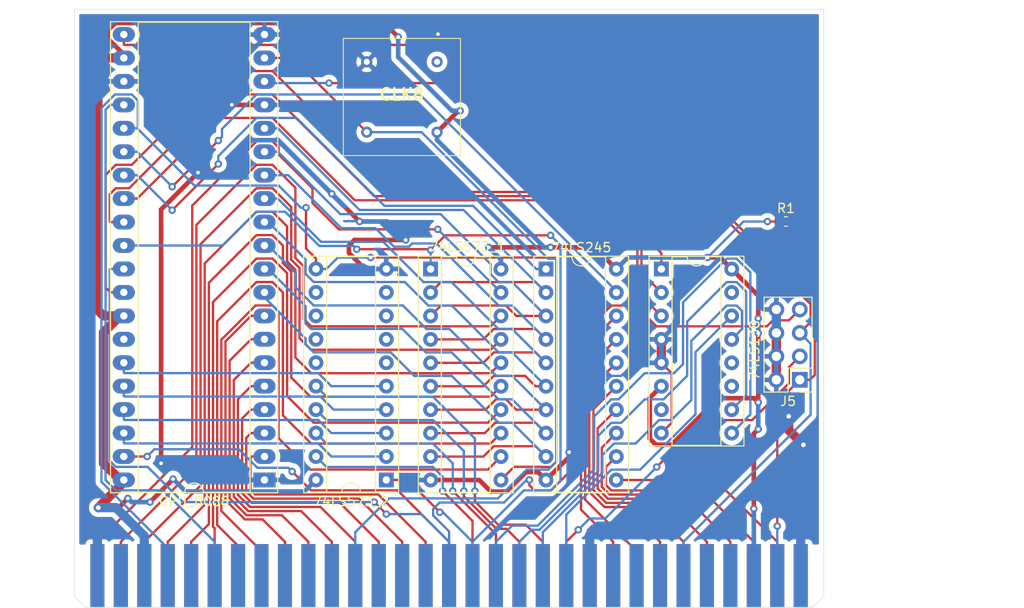
<source format=kicad_pcb>
(kicad_pcb (version 20171130) (host pcbnew "(5.1.5)-3")

  (general
    (thickness 1.6)
    (drawings 8)
    (tracks 837)
    (zones 0)
    (modules 9)
    (nets 91)
  )

  (page A4)
  (layers
    (0 F.Cu signal)
    (31 B.Cu signal)
    (32 B.Adhes user)
    (33 F.Adhes user)
    (34 B.Paste user)
    (35 F.Paste user)
    (36 B.SilkS user)
    (37 F.SilkS user)
    (38 B.Mask user)
    (39 F.Mask user)
    (40 Dwgs.User user)
    (41 Cmts.User user)
    (42 Eco1.User user)
    (43 Eco2.User user)
    (44 Edge.Cuts user)
    (45 Margin user)
    (46 B.CrtYd user)
    (47 F.CrtYd user)
    (48 B.Fab user)
    (49 F.Fab user)
  )

  (setup
    (last_trace_width 0.25)
    (user_trace_width 0.5)
    (user_trace_width 0.9)
    (user_trace_width 1)
    (trace_clearance 0.2)
    (zone_clearance 0.508)
    (zone_45_only no)
    (trace_min 0.2)
    (via_size 0.8)
    (via_drill 0.4)
    (via_min_size 0.4)
    (via_min_drill 0.3)
    (uvia_size 0.3)
    (uvia_drill 0.1)
    (uvias_allowed no)
    (uvia_min_size 0.2)
    (uvia_min_drill 0.1)
    (edge_width 0.05)
    (segment_width 0.2)
    (pcb_text_width 0.3)
    (pcb_text_size 1.5 1.5)
    (mod_edge_width 0.12)
    (mod_text_size 1 1)
    (mod_text_width 0.15)
    (pad_size 1.524 1.524)
    (pad_drill 0.762)
    (pad_to_mask_clearance 0.051)
    (solder_mask_min_width 0.25)
    (aux_axis_origin 0 0)
    (visible_elements 7FFFFFFF)
    (pcbplotparams
      (layerselection 0x010fc_ffffffff)
      (usegerberextensions false)
      (usegerberattributes false)
      (usegerberadvancedattributes false)
      (creategerberjobfile false)
      (excludeedgelayer true)
      (linewidth 0.100000)
      (plotframeref false)
      (viasonmask false)
      (mode 1)
      (useauxorigin false)
      (hpglpennumber 1)
      (hpglpenspeed 20)
      (hpglpendiameter 15.000000)
      (psnegative false)
      (psa4output false)
      (plotreference true)
      (plotvalue true)
      (plotinvisibletext false)
      (padsonsilk false)
      (subtractmaskfromsilk false)
      (outputformat 1)
      (mirror false)
      (drillshape 0)
      (scaleselection 1)
      (outputdirectory "gerber/"))
  )

  (net 0 "")
  (net 1 GND)
  (net 2 VCC)
  (net 3 CLK)
  (net 4 RESET)
  (net 5 A15)
  (net 6 A16)
  (net 7 A17)
  (net 8 A18)
  (net 9 A19)
  (net 10 A8)
  (net 11 A9)
  (net 12 A10)
  (net 13 A11)
  (net 14 A12)
  (net 15 A13)
  (net 16 A14)
  (net 17 AD7)
  (net 18 D0)
  (net 19 AD6)
  (net 20 D1)
  (net 21 AD5)
  (net 22 D2)
  (net 23 AD4)
  (net 24 D3)
  (net 25 AD3)
  (net 26 D4)
  (net 27 AD2)
  (net 28 D5)
  (net 29 AD1)
  (net 30 D6)
  (net 31 AD0)
  (net 32 D7)
  (net 33 A7)
  (net 34 A3)
  (net 35 A6)
  (net 36 A2)
  (net 37 A5)
  (net 38 A1)
  (net 39 A4)
  (net 40 A0)
  (net 41 OSC)
  (net 42 MEMW)
  (net 43 MEMR)
  (net 44 IOM)
  (net 45 IOW)
  (net 46 WR)
  (net 47 IOR)
  (net 48 RD)
  (net 49 "Net-(74LS138-Pad15)")
  (net 50 "Net-(74LS138-Pad7)")
  (net 51 "Net-(74LS138-Pad12)")
  (net 52 "Net-(74LS138-Pad11)")
  (net 53 DEN)
  (net 54 DTR)
  (net 55 ALE)
  (net 56 HLDA)
  (net 57 "Net-(74LS573_2-Pad9)")
  (net 58 "Net-(74LS573_2-Pad8)")
  (net 59 "Net-(74LS573_2-Pad7)")
  (net 60 "Net-(74LS573_2-Pad6)")
  (net 61 "Net-(74LS573_2-Pad15)")
  (net 62 A_19)
  (net 63 "Net-(74LS573_2-Pad14)")
  (net 64 A_18)
  (net 65 "Net-(74LS573_2-Pad13)")
  (net 66 A_17)
  (net 67 "Net-(74LS573_2-Pad12)")
  (net 68 A_16)
  (net 69 "Net-(CLK8-Pad1)")
  (net 70 INT)
  (net 71 "Net-(CPU_8088-Pad34)")
  (net 72 HOLD)
  (net 73 INTAK)
  (net 74 AEN)
  (net 75 "Net-(J4-Pad41)")
  (net 76 "Net-(J4-Pad32)")
  (net 77 "Net-(J4-Pad27)")
  (net 78 IRQ3)
  (net 79 IRQ4)
  (net 80 IRQ5)
  (net 81 IRQ6)
  (net 82 IRQ7)
  (net 83 "Net-(J4-Pad19)")
  (net 84 "Net-(J4-Pad18)")
  (net 85 "Net-(J4-Pad17)")
  (net 86 "Net-(J4-Pad9)")
  (net 87 "Net-(J4-Pad8)")
  (net 88 "Net-(J4-Pad7)")
  (net 89 "Net-(J4-Pad5)")
  (net 90 IRQ2)

  (net_class Default "This is the default net class."
    (clearance 0.2)
    (trace_width 0.25)
    (via_dia 0.8)
    (via_drill 0.4)
    (uvia_dia 0.3)
    (uvia_drill 0.1)
    (add_net A0)
    (add_net A1)
    (add_net A10)
    (add_net A11)
    (add_net A12)
    (add_net A13)
    (add_net A14)
    (add_net A15)
    (add_net A16)
    (add_net A17)
    (add_net A18)
    (add_net A19)
    (add_net A2)
    (add_net A3)
    (add_net A4)
    (add_net A5)
    (add_net A6)
    (add_net A7)
    (add_net A8)
    (add_net A9)
    (add_net AD0)
    (add_net AD1)
    (add_net AD2)
    (add_net AD3)
    (add_net AD4)
    (add_net AD5)
    (add_net AD6)
    (add_net AD7)
    (add_net AEN)
    (add_net ALE)
    (add_net A_16)
    (add_net A_17)
    (add_net A_18)
    (add_net A_19)
    (add_net CLK)
    (add_net D0)
    (add_net D1)
    (add_net D2)
    (add_net D3)
    (add_net D4)
    (add_net D5)
    (add_net D6)
    (add_net D7)
    (add_net DEN)
    (add_net DTR)
    (add_net GND)
    (add_net HLDA)
    (add_net HOLD)
    (add_net INT)
    (add_net INTAK)
    (add_net IOM)
    (add_net IOR)
    (add_net IOW)
    (add_net IRQ2)
    (add_net IRQ3)
    (add_net IRQ4)
    (add_net IRQ5)
    (add_net IRQ6)
    (add_net IRQ7)
    (add_net MEMR)
    (add_net MEMW)
    (add_net "Net-(74LS138-Pad11)")
    (add_net "Net-(74LS138-Pad12)")
    (add_net "Net-(74LS138-Pad15)")
    (add_net "Net-(74LS138-Pad7)")
    (add_net "Net-(74LS573_2-Pad12)")
    (add_net "Net-(74LS573_2-Pad13)")
    (add_net "Net-(74LS573_2-Pad14)")
    (add_net "Net-(74LS573_2-Pad15)")
    (add_net "Net-(74LS573_2-Pad6)")
    (add_net "Net-(74LS573_2-Pad7)")
    (add_net "Net-(74LS573_2-Pad8)")
    (add_net "Net-(74LS573_2-Pad9)")
    (add_net "Net-(CLK8-Pad1)")
    (add_net "Net-(CPU_8088-Pad34)")
    (add_net "Net-(J4-Pad17)")
    (add_net "Net-(J4-Pad18)")
    (add_net "Net-(J4-Pad19)")
    (add_net "Net-(J4-Pad27)")
    (add_net "Net-(J4-Pad32)")
    (add_net "Net-(J4-Pad41)")
    (add_net "Net-(J4-Pad5)")
    (add_net "Net-(J4-Pad7)")
    (add_net "Net-(J4-Pad8)")
    (add_net "Net-(J4-Pad9)")
    (add_net OSC)
    (add_net RD)
    (add_net RESET)
    (add_net VCC)
    (add_net WR)
  )

  (module SamacSys_Parts:ACH16000MHZEK (layer F.Cu) (tedit 0) (tstamp 61B3782B)
    (at 138.7 64.7 180)
    (descr ACH-16.000MHZ-EK-2)
    (tags "Crystal or Oscillator")
    (path /61B32BEC)
    (fp_text reference CLK8 (at 3.81 -3.53) (layer F.SilkS)
      (effects (font (size 1.27 1.27) (thickness 0.254)))
    )
    (fp_text value ACH-14.31818MHZ-EK (at 3.81 -3.53) (layer F.SilkS) hide
      (effects (font (size 1.27 1.27) (thickness 0.254)))
    )
    (fp_arc (start -0.1 3) (end -0.2 3) (angle -180) (layer F.SilkS) (width 0.2))
    (fp_arc (start -0.1 3) (end 0 3) (angle -180) (layer F.SilkS) (width 0.2))
    (fp_line (start -0.2 3) (end -0.2 3) (layer F.SilkS) (width 0.2))
    (fp_line (start 0 3) (end 0 3) (layer F.SilkS) (width 0.2))
    (fp_line (start -3.54 4.1) (end -3.54 -11.16) (layer F.CrtYd) (width 0.1))
    (fp_line (start 11.16 4.1) (end -3.54 4.1) (layer F.CrtYd) (width 0.1))
    (fp_line (start 11.16 -11.16) (end 11.16 4.1) (layer F.CrtYd) (width 0.1))
    (fp_line (start -3.54 -11.16) (end 11.16 -11.16) (layer F.CrtYd) (width 0.1))
    (fp_line (start -2.54 2.54) (end -2.54 -10.16) (layer F.SilkS) (width 0.1))
    (fp_line (start 10.16 2.54) (end -2.54 2.54) (layer F.SilkS) (width 0.1))
    (fp_line (start 10.16 -10.16) (end 10.16 2.54) (layer F.SilkS) (width 0.1))
    (fp_line (start -2.54 -10.16) (end 10.16 -10.16) (layer F.SilkS) (width 0.1))
    (fp_line (start -2.54 2.54) (end -2.54 -10.16) (layer F.Fab) (width 0.2))
    (fp_line (start 10.16 2.54) (end -2.54 2.54) (layer F.Fab) (width 0.2))
    (fp_line (start 10.16 -10.16) (end 10.16 2.54) (layer F.Fab) (width 0.2))
    (fp_line (start -2.54 -10.16) (end 10.16 -10.16) (layer F.Fab) (width 0.2))
    (fp_text user %R (at 3.81 -3.53) (layer F.Fab)
      (effects (font (size 1.27 1.27) (thickness 0.254)))
    )
    (pad 8 thru_hole circle (at 0 -7.62 180) (size 1.21 1.21) (drill 0.66) (layers *.Cu *.Mask)
      (net 2 VCC))
    (pad 5 thru_hole circle (at 7.62 -7.62 180) (size 1.21 1.21) (drill 0.66) (layers *.Cu *.Mask)
      (net 3 CLK))
    (pad 4 thru_hole circle (at 7.62 0 180) (size 1.21 1.21) (drill 0.66) (layers *.Cu *.Mask)
      (net 1 GND))
    (pad 1 thru_hole circle (at 0 0 180) (size 1.21 1.21) (drill 0.66) (layers *.Cu *.Mask)
      (net 69 "Net-(CLK8-Pad1)"))
    (model C:\Users\decod\Desktop\PC\CPUv003\parts\SamacSys_Parts.3dshapes\ACH-14.31818MHZ-EK.stp
      (at (xyz 0 0 0))
      (scale (xyz 1 1 1))
      (rotate (xyz 0 0 0))
    )
  )

  (module Resistor_SMD:R_0603_1608Metric (layer F.Cu) (tedit 5B301BBD) (tstamp 61C4B6E6)
    (at 176.5 82)
    (descr "Resistor SMD 0603 (1608 Metric), square (rectangular) end terminal, IPC_7351 nominal, (Body size source: http://www.tortai-tech.com/upload/download/2011102023233369053.pdf), generated with kicad-footprint-generator")
    (tags resistor)
    (path /61C46A02)
    (attr smd)
    (fp_text reference R1 (at 0 -1.43) (layer F.SilkS)
      (effects (font (size 1 1) (thickness 0.15)))
    )
    (fp_text value 1k (at 0 1.43) (layer F.Fab)
      (effects (font (size 1 1) (thickness 0.15)))
    )
    (fp_text user %R (at 0 0) (layer F.Fab)
      (effects (font (size 0.4 0.4) (thickness 0.06)))
    )
    (fp_line (start 1.48 0.73) (end -1.48 0.73) (layer F.CrtYd) (width 0.05))
    (fp_line (start 1.48 -0.73) (end 1.48 0.73) (layer F.CrtYd) (width 0.05))
    (fp_line (start -1.48 -0.73) (end 1.48 -0.73) (layer F.CrtYd) (width 0.05))
    (fp_line (start -1.48 0.73) (end -1.48 -0.73) (layer F.CrtYd) (width 0.05))
    (fp_line (start -0.162779 0.51) (end 0.162779 0.51) (layer F.SilkS) (width 0.12))
    (fp_line (start -0.162779 -0.51) (end 0.162779 -0.51) (layer F.SilkS) (width 0.12))
    (fp_line (start 0.8 0.4) (end -0.8 0.4) (layer F.Fab) (width 0.1))
    (fp_line (start 0.8 -0.4) (end 0.8 0.4) (layer F.Fab) (width 0.1))
    (fp_line (start -0.8 -0.4) (end 0.8 -0.4) (layer F.Fab) (width 0.1))
    (fp_line (start -0.8 0.4) (end -0.8 -0.4) (layer F.Fab) (width 0.1))
    (pad 2 smd roundrect (at 0.7875 0) (size 0.875 0.95) (layers F.Cu F.Paste F.Mask) (roundrect_rratio 0.25)
      (net 4 RESET))
    (pad 1 smd roundrect (at -0.7875 0) (size 0.875 0.95) (layers F.Cu F.Paste F.Mask) (roundrect_rratio 0.25)
      (net 2 VCC))
    (model ${KISYS3DMOD}/Resistor_SMD.3dshapes/R_0603_1608Metric.wrl
      (at (xyz 0 0 0))
      (scale (xyz 1 1 1))
      (rotate (xyz 0 0 0))
    )
  )

  (module Package_DIP:DIP-40_W15.24mm_Socket_LongPads (layer F.Cu) (tedit 5A02E8C5) (tstamp 61B38DEB)
    (at 120 110 180)
    (descr "40-lead though-hole mounted DIP package, row spacing 15.24 mm (600 mils), Socket, LongPads")
    (tags "THT DIP DIL PDIP 2.54mm 15.24mm 600mil Socket LongPads")
    (path /61243CE0)
    (fp_text reference CPU_8088 (at 7.62 -2.33) (layer F.SilkS)
      (effects (font (size 1 1) (thickness 0.15)))
    )
    (fp_text value Conn_02x20_Counter_Clockwise (at 7.62 50.59) (layer F.Fab)
      (effects (font (size 1 1) (thickness 0.15)))
    )
    (fp_text user %R (at 7.62 24.13) (layer F.Fab)
      (effects (font (size 1 1) (thickness 0.15)))
    )
    (fp_line (start 16.8 -1.6) (end -1.55 -1.6) (layer F.CrtYd) (width 0.05))
    (fp_line (start 16.8 49.85) (end 16.8 -1.6) (layer F.CrtYd) (width 0.05))
    (fp_line (start -1.55 49.85) (end 16.8 49.85) (layer F.CrtYd) (width 0.05))
    (fp_line (start -1.55 -1.6) (end -1.55 49.85) (layer F.CrtYd) (width 0.05))
    (fp_line (start 16.68 -1.39) (end -1.44 -1.39) (layer F.SilkS) (width 0.12))
    (fp_line (start 16.68 49.65) (end 16.68 -1.39) (layer F.SilkS) (width 0.12))
    (fp_line (start -1.44 49.65) (end 16.68 49.65) (layer F.SilkS) (width 0.12))
    (fp_line (start -1.44 -1.39) (end -1.44 49.65) (layer F.SilkS) (width 0.12))
    (fp_line (start 13.68 -1.33) (end 8.62 -1.33) (layer F.SilkS) (width 0.12))
    (fp_line (start 13.68 49.59) (end 13.68 -1.33) (layer F.SilkS) (width 0.12))
    (fp_line (start 1.56 49.59) (end 13.68 49.59) (layer F.SilkS) (width 0.12))
    (fp_line (start 1.56 -1.33) (end 1.56 49.59) (layer F.SilkS) (width 0.12))
    (fp_line (start 6.62 -1.33) (end 1.56 -1.33) (layer F.SilkS) (width 0.12))
    (fp_line (start 16.51 -1.33) (end -1.27 -1.33) (layer F.Fab) (width 0.1))
    (fp_line (start 16.51 49.59) (end 16.51 -1.33) (layer F.Fab) (width 0.1))
    (fp_line (start -1.27 49.59) (end 16.51 49.59) (layer F.Fab) (width 0.1))
    (fp_line (start -1.27 -1.33) (end -1.27 49.59) (layer F.Fab) (width 0.1))
    (fp_line (start 0.255 -0.27) (end 1.255 -1.27) (layer F.Fab) (width 0.1))
    (fp_line (start 0.255 49.53) (end 0.255 -0.27) (layer F.Fab) (width 0.1))
    (fp_line (start 14.985 49.53) (end 0.255 49.53) (layer F.Fab) (width 0.1))
    (fp_line (start 14.985 -1.27) (end 14.985 49.53) (layer F.Fab) (width 0.1))
    (fp_line (start 1.255 -1.27) (end 14.985 -1.27) (layer F.Fab) (width 0.1))
    (fp_arc (start 7.62 -1.33) (end 6.62 -1.33) (angle -180) (layer F.SilkS) (width 0.12))
    (pad 40 thru_hole oval (at 15.24 0 180) (size 2.4 1.6) (drill 0.8) (layers *.Cu *.Mask)
      (net 2 VCC))
    (pad 20 thru_hole oval (at 0 48.26 180) (size 2.4 1.6) (drill 0.8) (layers *.Cu *.Mask)
      (net 1 GND))
    (pad 39 thru_hole oval (at 15.24 2.54 180) (size 2.4 1.6) (drill 0.8) (layers *.Cu *.Mask)
      (net 5 A15))
    (pad 19 thru_hole oval (at 0 45.72 180) (size 2.4 1.6) (drill 0.8) (layers *.Cu *.Mask)
      (net 3 CLK))
    (pad 38 thru_hole oval (at 15.24 5.08 180) (size 2.4 1.6) (drill 0.8) (layers *.Cu *.Mask)
      (net 68 A_16))
    (pad 18 thru_hole oval (at 0 43.18 180) (size 2.4 1.6) (drill 0.8) (layers *.Cu *.Mask)
      (net 70 INT))
    (pad 37 thru_hole oval (at 15.24 7.62 180) (size 2.4 1.6) (drill 0.8) (layers *.Cu *.Mask)
      (net 66 A_17))
    (pad 17 thru_hole oval (at 0 40.64 180) (size 2.4 1.6) (drill 0.8) (layers *.Cu *.Mask)
      (net 1 GND))
    (pad 36 thru_hole oval (at 15.24 10.16 180) (size 2.4 1.6) (drill 0.8) (layers *.Cu *.Mask)
      (net 64 A_18))
    (pad 16 thru_hole oval (at 0 38.1 180) (size 2.4 1.6) (drill 0.8) (layers *.Cu *.Mask)
      (net 31 AD0))
    (pad 35 thru_hole oval (at 15.24 12.7 180) (size 2.4 1.6) (drill 0.8) (layers *.Cu *.Mask)
      (net 62 A_19))
    (pad 15 thru_hole oval (at 0 35.56 180) (size 2.4 1.6) (drill 0.8) (layers *.Cu *.Mask)
      (net 29 AD1))
    (pad 34 thru_hole oval (at 15.24 15.24 180) (size 2.4 1.6) (drill 0.8) (layers *.Cu *.Mask)
      (net 71 "Net-(CPU_8088-Pad34)"))
    (pad 14 thru_hole oval (at 0 33.02 180) (size 2.4 1.6) (drill 0.8) (layers *.Cu *.Mask)
      (net 27 AD2))
    (pad 33 thru_hole oval (at 15.24 17.78 180) (size 2.4 1.6) (drill 0.8) (layers *.Cu *.Mask)
      (net 2 VCC))
    (pad 13 thru_hole oval (at 0 30.48 180) (size 2.4 1.6) (drill 0.8) (layers *.Cu *.Mask)
      (net 25 AD3))
    (pad 32 thru_hole oval (at 15.24 20.32 180) (size 2.4 1.6) (drill 0.8) (layers *.Cu *.Mask)
      (net 48 RD))
    (pad 12 thru_hole oval (at 0 27.94 180) (size 2.4 1.6) (drill 0.8) (layers *.Cu *.Mask)
      (net 23 AD4))
    (pad 31 thru_hole oval (at 15.24 22.86 180) (size 2.4 1.6) (drill 0.8) (layers *.Cu *.Mask)
      (net 72 HOLD))
    (pad 11 thru_hole oval (at 0 25.4 180) (size 2.4 1.6) (drill 0.8) (layers *.Cu *.Mask)
      (net 21 AD5))
    (pad 30 thru_hole oval (at 15.24 25.4 180) (size 2.4 1.6) (drill 0.8) (layers *.Cu *.Mask)
      (net 56 HLDA))
    (pad 10 thru_hole oval (at 0 22.86 180) (size 2.4 1.6) (drill 0.8) (layers *.Cu *.Mask)
      (net 19 AD6))
    (pad 29 thru_hole oval (at 15.24 27.94 180) (size 2.4 1.6) (drill 0.8) (layers *.Cu *.Mask)
      (net 46 WR))
    (pad 9 thru_hole oval (at 0 20.32 180) (size 2.4 1.6) (drill 0.8) (layers *.Cu *.Mask)
      (net 17 AD7))
    (pad 28 thru_hole oval (at 15.24 30.48 180) (size 2.4 1.6) (drill 0.8) (layers *.Cu *.Mask)
      (net 44 IOM))
    (pad 8 thru_hole oval (at 0 17.78 180) (size 2.4 1.6) (drill 0.8) (layers *.Cu *.Mask)
      (net 10 A8))
    (pad 27 thru_hole oval (at 15.24 33.02 180) (size 2.4 1.6) (drill 0.8) (layers *.Cu *.Mask)
      (net 54 DTR))
    (pad 7 thru_hole oval (at 0 15.24 180) (size 2.4 1.6) (drill 0.8) (layers *.Cu *.Mask)
      (net 11 A9))
    (pad 26 thru_hole oval (at 15.24 35.56 180) (size 2.4 1.6) (drill 0.8) (layers *.Cu *.Mask)
      (net 53 DEN))
    (pad 6 thru_hole oval (at 0 12.7 180) (size 2.4 1.6) (drill 0.8) (layers *.Cu *.Mask)
      (net 12 A10))
    (pad 25 thru_hole oval (at 15.24 38.1 180) (size 2.4 1.6) (drill 0.8) (layers *.Cu *.Mask)
      (net 55 ALE))
    (pad 5 thru_hole oval (at 0 10.16 180) (size 2.4 1.6) (drill 0.8) (layers *.Cu *.Mask)
      (net 13 A11))
    (pad 24 thru_hole oval (at 15.24 40.64 180) (size 2.4 1.6) (drill 0.8) (layers *.Cu *.Mask)
      (net 73 INTAK))
    (pad 4 thru_hole oval (at 0 7.62 180) (size 2.4 1.6) (drill 0.8) (layers *.Cu *.Mask)
      (net 14 A12))
    (pad 23 thru_hole oval (at 15.24 43.18 180) (size 2.4 1.6) (drill 0.8) (layers *.Cu *.Mask)
      (net 1 GND))
    (pad 3 thru_hole oval (at 0 5.08 180) (size 2.4 1.6) (drill 0.8) (layers *.Cu *.Mask)
      (net 15 A13))
    (pad 22 thru_hole oval (at 15.24 45.72 180) (size 2.4 1.6) (drill 0.8) (layers *.Cu *.Mask)
      (net 2 VCC))
    (pad 2 thru_hole oval (at 0 2.54 180) (size 2.4 1.6) (drill 0.8) (layers *.Cu *.Mask)
      (net 16 A14))
    (pad 21 thru_hole oval (at 15.24 48.26 180) (size 2.4 1.6) (drill 0.8) (layers *.Cu *.Mask)
      (net 4 RESET))
    (pad 1 thru_hole rect (at 0 0 180) (size 2.4 1.6) (drill 0.8) (layers *.Cu *.Mask)
      (net 1 GND))
    (model ${KISYS3DMOD}/Package_DIP.3dshapes/DIP-40_W15.24mm_Socket.wrl
      (at (xyz 0 0 0))
      (scale (xyz 1 1 1))
      (rotate (xyz 0 0 0))
    )
  )

  (module Connector_PinHeader_2.54mm:PinHeader_2x04_P2.54mm_Vertical (layer F.Cu) (tedit 59FED5CC) (tstamp 61B3A859)
    (at 178 99.15 180)
    (descr "Through hole straight pin header, 2x04, 2.54mm pitch, double rows")
    (tags "Through hole pin header THT 2x04 2.54mm double row")
    (path /61B4089A)
    (fp_text reference J5 (at 1.27 -2.33) (layer F.SilkS)
      (effects (font (size 1 1) (thickness 0.15)))
    )
    (fp_text value Conn_02x04_Odd_Even (at 1.27 9.95) (layer F.Fab)
      (effects (font (size 1 1) (thickness 0.15)))
    )
    (fp_text user %R (at 1.27 3.81 90) (layer F.Fab)
      (effects (font (size 1 1) (thickness 0.15)))
    )
    (fp_line (start 4.35 -1.8) (end -1.8 -1.8) (layer F.CrtYd) (width 0.05))
    (fp_line (start 4.35 9.4) (end 4.35 -1.8) (layer F.CrtYd) (width 0.05))
    (fp_line (start -1.8 9.4) (end 4.35 9.4) (layer F.CrtYd) (width 0.05))
    (fp_line (start -1.8 -1.8) (end -1.8 9.4) (layer F.CrtYd) (width 0.05))
    (fp_line (start -1.33 -1.33) (end 0 -1.33) (layer F.SilkS) (width 0.12))
    (fp_line (start -1.33 0) (end -1.33 -1.33) (layer F.SilkS) (width 0.12))
    (fp_line (start 1.27 -1.33) (end 3.87 -1.33) (layer F.SilkS) (width 0.12))
    (fp_line (start 1.27 1.27) (end 1.27 -1.33) (layer F.SilkS) (width 0.12))
    (fp_line (start -1.33 1.27) (end 1.27 1.27) (layer F.SilkS) (width 0.12))
    (fp_line (start 3.87 -1.33) (end 3.87 8.95) (layer F.SilkS) (width 0.12))
    (fp_line (start -1.33 1.27) (end -1.33 8.95) (layer F.SilkS) (width 0.12))
    (fp_line (start -1.33 8.95) (end 3.87 8.95) (layer F.SilkS) (width 0.12))
    (fp_line (start -1.27 0) (end 0 -1.27) (layer F.Fab) (width 0.1))
    (fp_line (start -1.27 8.89) (end -1.27 0) (layer F.Fab) (width 0.1))
    (fp_line (start 3.81 8.89) (end -1.27 8.89) (layer F.Fab) (width 0.1))
    (fp_line (start 3.81 -1.27) (end 3.81 8.89) (layer F.Fab) (width 0.1))
    (fp_line (start 0 -1.27) (end 3.81 -1.27) (layer F.Fab) (width 0.1))
    (pad 8 thru_hole oval (at 2.54 7.62 180) (size 1.7 1.7) (drill 1) (layers *.Cu *.Mask)
      (net 1 GND))
    (pad 7 thru_hole oval (at 0 7.62 180) (size 1.7 1.7) (drill 1) (layers *.Cu *.Mask)
      (net 72 HOLD))
    (pad 6 thru_hole oval (at 2.54 5.08 180) (size 1.7 1.7) (drill 1) (layers *.Cu *.Mask)
      (net 1 GND))
    (pad 5 thru_hole oval (at 0 5.08 180) (size 1.7 1.7) (drill 1) (layers *.Cu *.Mask)
      (net 70 INT))
    (pad 4 thru_hole oval (at 2.54 2.54 180) (size 1.7 1.7) (drill 1) (layers *.Cu *.Mask)
      (net 1 GND))
    (pad 3 thru_hole oval (at 0 2.54 180) (size 1.7 1.7) (drill 1) (layers *.Cu *.Mask)
      (net 74 AEN))
    (pad 2 thru_hole oval (at 2.54 0 180) (size 1.7 1.7) (drill 1) (layers *.Cu *.Mask)
      (net 1 GND))
    (pad 1 thru_hole rect (at 0 0 180) (size 1.7 1.7) (drill 1) (layers *.Cu *.Mask)
      (net 4 RESET))
    (model ${KISYS3DMOD}/Connector_PinHeader_2.54mm.3dshapes/PinHeader_2x04_P2.54mm_Vertical.wrl
      (at (xyz 0 0 0))
      (scale (xyz 1 1 1))
      (rotate (xyz 0 0 0))
    )
  )

  (module Package_DIP:DIP-20_W7.62mm_Socket (layer F.Cu) (tedit 5A02E8C5) (tstamp 6138B82E)
    (at 150.5 87.15)
    (descr "20-lead though-hole mounted DIP package, row spacing 7.62 mm (300 mils), Socket")
    (tags "THT DIP DIL PDIP 2.54mm 7.62mm 300mil Socket")
    (path /6138E0DD)
    (fp_text reference 74LS245 (at 3.81 -2.33) (layer F.SilkS)
      (effects (font (size 1 1) (thickness 0.15)))
    )
    (fp_text value Conn_02x10_Counter_Clockwise (at 3.81 25.19) (layer F.Fab)
      (effects (font (size 1 1) (thickness 0.15)))
    )
    (fp_text user %R (at 3.81 11.43) (layer F.Fab)
      (effects (font (size 1 1) (thickness 0.15)))
    )
    (fp_line (start 9.15 -1.6) (end -1.55 -1.6) (layer F.CrtYd) (width 0.05))
    (fp_line (start 9.15 24.45) (end 9.15 -1.6) (layer F.CrtYd) (width 0.05))
    (fp_line (start -1.55 24.45) (end 9.15 24.45) (layer F.CrtYd) (width 0.05))
    (fp_line (start -1.55 -1.6) (end -1.55 24.45) (layer F.CrtYd) (width 0.05))
    (fp_line (start 8.95 -1.39) (end -1.33 -1.39) (layer F.SilkS) (width 0.12))
    (fp_line (start 8.95 24.25) (end 8.95 -1.39) (layer F.SilkS) (width 0.12))
    (fp_line (start -1.33 24.25) (end 8.95 24.25) (layer F.SilkS) (width 0.12))
    (fp_line (start -1.33 -1.39) (end -1.33 24.25) (layer F.SilkS) (width 0.12))
    (fp_line (start 6.46 -1.33) (end 4.81 -1.33) (layer F.SilkS) (width 0.12))
    (fp_line (start 6.46 24.19) (end 6.46 -1.33) (layer F.SilkS) (width 0.12))
    (fp_line (start 1.16 24.19) (end 6.46 24.19) (layer F.SilkS) (width 0.12))
    (fp_line (start 1.16 -1.33) (end 1.16 24.19) (layer F.SilkS) (width 0.12))
    (fp_line (start 2.81 -1.33) (end 1.16 -1.33) (layer F.SilkS) (width 0.12))
    (fp_line (start 8.89 -1.33) (end -1.27 -1.33) (layer F.Fab) (width 0.1))
    (fp_line (start 8.89 24.19) (end 8.89 -1.33) (layer F.Fab) (width 0.1))
    (fp_line (start -1.27 24.19) (end 8.89 24.19) (layer F.Fab) (width 0.1))
    (fp_line (start -1.27 -1.33) (end -1.27 24.19) (layer F.Fab) (width 0.1))
    (fp_line (start 0.635 -0.27) (end 1.635 -1.27) (layer F.Fab) (width 0.1))
    (fp_line (start 0.635 24.13) (end 0.635 -0.27) (layer F.Fab) (width 0.1))
    (fp_line (start 6.985 24.13) (end 0.635 24.13) (layer F.Fab) (width 0.1))
    (fp_line (start 6.985 -1.27) (end 6.985 24.13) (layer F.Fab) (width 0.1))
    (fp_line (start 1.635 -1.27) (end 6.985 -1.27) (layer F.Fab) (width 0.1))
    (fp_arc (start 3.81 -1.33) (end 2.81 -1.33) (angle -180) (layer F.SilkS) (width 0.12))
    (pad 20 thru_hole oval (at 7.62 0) (size 1.6 1.6) (drill 0.8) (layers *.Cu *.Mask)
      (net 2 VCC))
    (pad 10 thru_hole oval (at 0 22.86) (size 1.6 1.6) (drill 0.8) (layers *.Cu *.Mask)
      (net 1 GND))
    (pad 19 thru_hole oval (at 7.62 2.54) (size 1.6 1.6) (drill 0.8) (layers *.Cu *.Mask)
      (net 53 DEN))
    (pad 9 thru_hole oval (at 0 20.32) (size 1.6 1.6) (drill 0.8) (layers *.Cu *.Mask)
      (net 17 AD7))
    (pad 18 thru_hole oval (at 7.62 5.08) (size 1.6 1.6) (drill 0.8) (layers *.Cu *.Mask)
      (net 18 D0))
    (pad 8 thru_hole oval (at 0 17.78) (size 1.6 1.6) (drill 0.8) (layers *.Cu *.Mask)
      (net 19 AD6))
    (pad 17 thru_hole oval (at 7.62 7.62) (size 1.6 1.6) (drill 0.8) (layers *.Cu *.Mask)
      (net 20 D1))
    (pad 7 thru_hole oval (at 0 15.24) (size 1.6 1.6) (drill 0.8) (layers *.Cu *.Mask)
      (net 21 AD5))
    (pad 16 thru_hole oval (at 7.62 10.16) (size 1.6 1.6) (drill 0.8) (layers *.Cu *.Mask)
      (net 22 D2))
    (pad 6 thru_hole oval (at 0 12.7) (size 1.6 1.6) (drill 0.8) (layers *.Cu *.Mask)
      (net 23 AD4))
    (pad 15 thru_hole oval (at 7.62 12.7) (size 1.6 1.6) (drill 0.8) (layers *.Cu *.Mask)
      (net 24 D3))
    (pad 5 thru_hole oval (at 0 10.16) (size 1.6 1.6) (drill 0.8) (layers *.Cu *.Mask)
      (net 25 AD3))
    (pad 14 thru_hole oval (at 7.62 15.24) (size 1.6 1.6) (drill 0.8) (layers *.Cu *.Mask)
      (net 26 D4))
    (pad 4 thru_hole oval (at 0 7.62) (size 1.6 1.6) (drill 0.8) (layers *.Cu *.Mask)
      (net 27 AD2))
    (pad 13 thru_hole oval (at 7.62 17.78) (size 1.6 1.6) (drill 0.8) (layers *.Cu *.Mask)
      (net 28 D5))
    (pad 3 thru_hole oval (at 0 5.08) (size 1.6 1.6) (drill 0.8) (layers *.Cu *.Mask)
      (net 29 AD1))
    (pad 12 thru_hole oval (at 7.62 20.32) (size 1.6 1.6) (drill 0.8) (layers *.Cu *.Mask)
      (net 30 D6))
    (pad 2 thru_hole oval (at 0 2.54) (size 1.6 1.6) (drill 0.8) (layers *.Cu *.Mask)
      (net 31 AD0))
    (pad 11 thru_hole oval (at 7.62 22.86) (size 1.6 1.6) (drill 0.8) (layers *.Cu *.Mask)
      (net 32 D7))
    (pad 1 thru_hole rect (at 0 0) (size 1.6 1.6) (drill 0.8) (layers *.Cu *.Mask)
      (net 54 DTR))
    (model ${KISYS3DMOD}/Package_DIP.3dshapes/DIP-20_W7.62mm_Socket.wrl
      (at (xyz 0 0 0))
      (scale (xyz 1 1 1))
      (rotate (xyz 0 0 0))
    )
  )

  (module Package_DIP:DIP-20_W7.62mm_Socket (layer F.Cu) (tedit 5A02E8C5) (tstamp 6158370B)
    (at 133.2 110 180)
    (descr "20-lead though-hole mounted DIP package, row spacing 7.62 mm (300 mils), Socket")
    (tags "THT DIP DIL PDIP 2.54mm 7.62mm 300mil Socket")
    (path /6158434D)
    (fp_text reference 74LS573_2 (at 3.81 -2.33) (layer F.SilkS)
      (effects (font (size 1 1) (thickness 0.15)))
    )
    (fp_text value Conn_02x10_Counter_Clockwise (at 3.81 25.19) (layer F.Fab)
      (effects (font (size 1 1) (thickness 0.15)))
    )
    (fp_text user %R (at 3.81 11.43) (layer F.Fab)
      (effects (font (size 1 1) (thickness 0.15)))
    )
    (fp_line (start 9.15 -1.6) (end -1.55 -1.6) (layer F.CrtYd) (width 0.05))
    (fp_line (start 9.15 24.45) (end 9.15 -1.6) (layer F.CrtYd) (width 0.05))
    (fp_line (start -1.55 24.45) (end 9.15 24.45) (layer F.CrtYd) (width 0.05))
    (fp_line (start -1.55 -1.6) (end -1.55 24.45) (layer F.CrtYd) (width 0.05))
    (fp_line (start 8.95 -1.39) (end -1.33 -1.39) (layer F.SilkS) (width 0.12))
    (fp_line (start 8.95 24.25) (end 8.95 -1.39) (layer F.SilkS) (width 0.12))
    (fp_line (start -1.33 24.25) (end 8.95 24.25) (layer F.SilkS) (width 0.12))
    (fp_line (start -1.33 -1.39) (end -1.33 24.25) (layer F.SilkS) (width 0.12))
    (fp_line (start 6.46 -1.33) (end 4.81 -1.33) (layer F.SilkS) (width 0.12))
    (fp_line (start 6.46 24.19) (end 6.46 -1.33) (layer F.SilkS) (width 0.12))
    (fp_line (start 1.16 24.19) (end 6.46 24.19) (layer F.SilkS) (width 0.12))
    (fp_line (start 1.16 -1.33) (end 1.16 24.19) (layer F.SilkS) (width 0.12))
    (fp_line (start 2.81 -1.33) (end 1.16 -1.33) (layer F.SilkS) (width 0.12))
    (fp_line (start 8.89 -1.33) (end -1.27 -1.33) (layer F.Fab) (width 0.1))
    (fp_line (start 8.89 24.19) (end 8.89 -1.33) (layer F.Fab) (width 0.1))
    (fp_line (start -1.27 24.19) (end 8.89 24.19) (layer F.Fab) (width 0.1))
    (fp_line (start -1.27 -1.33) (end -1.27 24.19) (layer F.Fab) (width 0.1))
    (fp_line (start 0.635 -0.27) (end 1.635 -1.27) (layer F.Fab) (width 0.1))
    (fp_line (start 0.635 24.13) (end 0.635 -0.27) (layer F.Fab) (width 0.1))
    (fp_line (start 6.985 24.13) (end 0.635 24.13) (layer F.Fab) (width 0.1))
    (fp_line (start 6.985 -1.27) (end 6.985 24.13) (layer F.Fab) (width 0.1))
    (fp_line (start 1.635 -1.27) (end 6.985 -1.27) (layer F.Fab) (width 0.1))
    (fp_arc (start 3.81 -1.33) (end 2.81 -1.33) (angle -180) (layer F.SilkS) (width 0.12))
    (pad 20 thru_hole oval (at 7.62 0 180) (size 1.6 1.6) (drill 0.8) (layers *.Cu *.Mask)
      (net 2 VCC))
    (pad 10 thru_hole oval (at 0 22.86 180) (size 1.6 1.6) (drill 0.8) (layers *.Cu *.Mask)
      (net 1 GND))
    (pad 19 thru_hole oval (at 7.62 2.54 180) (size 1.6 1.6) (drill 0.8) (layers *.Cu *.Mask)
      (net 6 A16))
    (pad 9 thru_hole oval (at 0 20.32 180) (size 1.6 1.6) (drill 0.8) (layers *.Cu *.Mask)
      (net 57 "Net-(74LS573_2-Pad9)"))
    (pad 18 thru_hole oval (at 7.62 5.08 180) (size 1.6 1.6) (drill 0.8) (layers *.Cu *.Mask)
      (net 7 A17))
    (pad 8 thru_hole oval (at 0 17.78 180) (size 1.6 1.6) (drill 0.8) (layers *.Cu *.Mask)
      (net 58 "Net-(74LS573_2-Pad8)"))
    (pad 17 thru_hole oval (at 7.62 7.62 180) (size 1.6 1.6) (drill 0.8) (layers *.Cu *.Mask)
      (net 8 A18))
    (pad 7 thru_hole oval (at 0 15.24 180) (size 1.6 1.6) (drill 0.8) (layers *.Cu *.Mask)
      (net 59 "Net-(74LS573_2-Pad7)"))
    (pad 16 thru_hole oval (at 7.62 10.16 180) (size 1.6 1.6) (drill 0.8) (layers *.Cu *.Mask)
      (net 9 A19))
    (pad 6 thru_hole oval (at 0 12.7 180) (size 1.6 1.6) (drill 0.8) (layers *.Cu *.Mask)
      (net 60 "Net-(74LS573_2-Pad6)"))
    (pad 15 thru_hole oval (at 7.62 12.7 180) (size 1.6 1.6) (drill 0.8) (layers *.Cu *.Mask)
      (net 61 "Net-(74LS573_2-Pad15)"))
    (pad 5 thru_hole oval (at 0 10.16 180) (size 1.6 1.6) (drill 0.8) (layers *.Cu *.Mask)
      (net 62 A_19))
    (pad 14 thru_hole oval (at 7.62 15.24 180) (size 1.6 1.6) (drill 0.8) (layers *.Cu *.Mask)
      (net 63 "Net-(74LS573_2-Pad14)"))
    (pad 4 thru_hole oval (at 0 7.62 180) (size 1.6 1.6) (drill 0.8) (layers *.Cu *.Mask)
      (net 64 A_18))
    (pad 13 thru_hole oval (at 7.62 17.78 180) (size 1.6 1.6) (drill 0.8) (layers *.Cu *.Mask)
      (net 65 "Net-(74LS573_2-Pad13)"))
    (pad 3 thru_hole oval (at 0 5.08 180) (size 1.6 1.6) (drill 0.8) (layers *.Cu *.Mask)
      (net 66 A_17))
    (pad 12 thru_hole oval (at 7.62 20.32 180) (size 1.6 1.6) (drill 0.8) (layers *.Cu *.Mask)
      (net 67 "Net-(74LS573_2-Pad12)"))
    (pad 2 thru_hole oval (at 0 2.54 180) (size 1.6 1.6) (drill 0.8) (layers *.Cu *.Mask)
      (net 68 A_16))
    (pad 11 thru_hole oval (at 7.62 22.86 180) (size 1.6 1.6) (drill 0.8) (layers *.Cu *.Mask)
      (net 55 ALE))
    (pad 1 thru_hole rect (at 0 0 180) (size 1.6 1.6) (drill 0.8) (layers *.Cu *.Mask)
      (net 56 HLDA))
    (model ${KISYS3DMOD}/Package_DIP.3dshapes/DIP-20_W7.62mm_Socket.wrl
      (at (xyz 0 0 0))
      (scale (xyz 1 1 1))
      (rotate (xyz 0 0 0))
    )
  )

  (module Package_DIP:DIP-20_W7.62mm_Socket (layer F.Cu) (tedit 5A02E8C5) (tstamp 61615EC4)
    (at 138 87.15)
    (descr "20-lead though-hole mounted DIP package, row spacing 7.62 mm (300 mils), Socket")
    (tags "THT DIP DIL PDIP 2.54mm 7.62mm 300mil Socket")
    (path /6138FFFB)
    (fp_text reference 74LS573_1 (at 4 -2.4) (layer F.SilkS)
      (effects (font (size 1 1) (thickness 0.15)))
    )
    (fp_text value Conn_02x10_Counter_Clockwise (at 3.81 25.19) (layer F.Fab)
      (effects (font (size 1 1) (thickness 0.15)))
    )
    (fp_text user %R (at 3.81 11.43) (layer F.Fab)
      (effects (font (size 1 1) (thickness 0.15)))
    )
    (fp_line (start 9.15 -1.6) (end -1.55 -1.6) (layer F.CrtYd) (width 0.05))
    (fp_line (start 9.15 24.45) (end 9.15 -1.6) (layer F.CrtYd) (width 0.05))
    (fp_line (start -1.55 24.45) (end 9.15 24.45) (layer F.CrtYd) (width 0.05))
    (fp_line (start -1.55 -1.6) (end -1.55 24.45) (layer F.CrtYd) (width 0.05))
    (fp_line (start 8.95 -1.39) (end -1.33 -1.39) (layer F.SilkS) (width 0.12))
    (fp_line (start 8.95 24.25) (end 8.95 -1.39) (layer F.SilkS) (width 0.12))
    (fp_line (start -1.33 24.25) (end 8.95 24.25) (layer F.SilkS) (width 0.12))
    (fp_line (start -1.33 -1.39) (end -1.33 24.25) (layer F.SilkS) (width 0.12))
    (fp_line (start 6.46 -1.33) (end 4.81 -1.33) (layer F.SilkS) (width 0.12))
    (fp_line (start 6.46 24.19) (end 6.46 -1.33) (layer F.SilkS) (width 0.12))
    (fp_line (start 1.16 24.19) (end 6.46 24.19) (layer F.SilkS) (width 0.12))
    (fp_line (start 1.16 -1.33) (end 1.16 24.19) (layer F.SilkS) (width 0.12))
    (fp_line (start 2.81 -1.33) (end 1.16 -1.33) (layer F.SilkS) (width 0.12))
    (fp_line (start 8.89 -1.33) (end -1.27 -1.33) (layer F.Fab) (width 0.1))
    (fp_line (start 8.89 24.19) (end 8.89 -1.33) (layer F.Fab) (width 0.1))
    (fp_line (start -1.27 24.19) (end 8.89 24.19) (layer F.Fab) (width 0.1))
    (fp_line (start -1.27 -1.33) (end -1.27 24.19) (layer F.Fab) (width 0.1))
    (fp_line (start 0.635 -0.27) (end 1.635 -1.27) (layer F.Fab) (width 0.1))
    (fp_line (start 0.635 24.13) (end 0.635 -0.27) (layer F.Fab) (width 0.1))
    (fp_line (start 6.985 24.13) (end 0.635 24.13) (layer F.Fab) (width 0.1))
    (fp_line (start 6.985 -1.27) (end 6.985 24.13) (layer F.Fab) (width 0.1))
    (fp_line (start 1.635 -1.27) (end 6.985 -1.27) (layer F.Fab) (width 0.1))
    (fp_arc (start 3.81 -1.33) (end 2.81 -1.33) (angle -180) (layer F.SilkS) (width 0.12))
    (pad 20 thru_hole oval (at 7.62 0) (size 1.6 1.6) (drill 0.8) (layers *.Cu *.Mask)
      (net 2 VCC))
    (pad 10 thru_hole oval (at 0 22.86) (size 1.6 1.6) (drill 0.8) (layers *.Cu *.Mask)
      (net 1 GND))
    (pad 19 thru_hole oval (at 7.62 2.54) (size 1.6 1.6) (drill 0.8) (layers *.Cu *.Mask)
      (net 40 A0))
    (pad 9 thru_hole oval (at 0 20.32) (size 1.6 1.6) (drill 0.8) (layers *.Cu *.Mask)
      (net 17 AD7))
    (pad 18 thru_hole oval (at 7.62 5.08) (size 1.6 1.6) (drill 0.8) (layers *.Cu *.Mask)
      (net 38 A1))
    (pad 8 thru_hole oval (at 0 17.78) (size 1.6 1.6) (drill 0.8) (layers *.Cu *.Mask)
      (net 19 AD6))
    (pad 17 thru_hole oval (at 7.62 7.62) (size 1.6 1.6) (drill 0.8) (layers *.Cu *.Mask)
      (net 36 A2))
    (pad 7 thru_hole oval (at 0 15.24) (size 1.6 1.6) (drill 0.8) (layers *.Cu *.Mask)
      (net 21 AD5))
    (pad 16 thru_hole oval (at 7.62 10.16) (size 1.6 1.6) (drill 0.8) (layers *.Cu *.Mask)
      (net 34 A3))
    (pad 6 thru_hole oval (at 0 12.7) (size 1.6 1.6) (drill 0.8) (layers *.Cu *.Mask)
      (net 23 AD4))
    (pad 15 thru_hole oval (at 7.62 12.7) (size 1.6 1.6) (drill 0.8) (layers *.Cu *.Mask)
      (net 39 A4))
    (pad 5 thru_hole oval (at 0 10.16) (size 1.6 1.6) (drill 0.8) (layers *.Cu *.Mask)
      (net 25 AD3))
    (pad 14 thru_hole oval (at 7.62 15.24) (size 1.6 1.6) (drill 0.8) (layers *.Cu *.Mask)
      (net 37 A5))
    (pad 4 thru_hole oval (at 0 7.62) (size 1.6 1.6) (drill 0.8) (layers *.Cu *.Mask)
      (net 27 AD2))
    (pad 13 thru_hole oval (at 7.62 17.78) (size 1.6 1.6) (drill 0.8) (layers *.Cu *.Mask)
      (net 35 A6))
    (pad 3 thru_hole oval (at 0 5.08) (size 1.6 1.6) (drill 0.8) (layers *.Cu *.Mask)
      (net 29 AD1))
    (pad 12 thru_hole oval (at 7.62 20.32) (size 1.6 1.6) (drill 0.8) (layers *.Cu *.Mask)
      (net 33 A7))
    (pad 2 thru_hole oval (at 0 2.54) (size 1.6 1.6) (drill 0.8) (layers *.Cu *.Mask)
      (net 31 AD0))
    (pad 11 thru_hole oval (at 7.62 22.86) (size 1.6 1.6) (drill 0.8) (layers *.Cu *.Mask)
      (net 55 ALE))
    (pad 1 thru_hole rect (at 0 0) (size 1.6 1.6) (drill 0.8) (layers *.Cu *.Mask)
      (net 56 HLDA))
    (model ${KISYS3DMOD}/Package_DIP.3dshapes/DIP-20_W7.62mm_Socket.wrl
      (at (xyz 0 0 0))
      (scale (xyz 1 1 1))
      (rotate (xyz 0 0 0))
    )
  )

  (module Package_DIP:DIP-16_W7.62mm_Socket (layer F.Cu) (tedit 5A02E8C5) (tstamp 61615D9D)
    (at 163 87.15)
    (descr "16-lead though-hole mounted DIP package, row spacing 7.62 mm (300 mils), Socket")
    (tags "THT DIP DIL PDIP 2.54mm 7.62mm 300mil Socket")
    (path /613935FC)
    (fp_text reference 74LS138 (at 10.1 8.8 -90) (layer F.SilkS)
      (effects (font (size 1 1) (thickness 0.15)))
    )
    (fp_text value Conn_02x08_Counter_Clockwise (at 3.81 20.11) (layer F.Fab)
      (effects (font (size 1 1) (thickness 0.15)))
    )
    (fp_text user %R (at 3.81 8.89) (layer F.Fab)
      (effects (font (size 1 1) (thickness 0.15)))
    )
    (fp_line (start 9.15 -1.6) (end -1.55 -1.6) (layer F.CrtYd) (width 0.05))
    (fp_line (start 9.15 19.4) (end 9.15 -1.6) (layer F.CrtYd) (width 0.05))
    (fp_line (start -1.55 19.4) (end 9.15 19.4) (layer F.CrtYd) (width 0.05))
    (fp_line (start -1.55 -1.6) (end -1.55 19.4) (layer F.CrtYd) (width 0.05))
    (fp_line (start 8.95 -1.39) (end -1.33 -1.39) (layer F.SilkS) (width 0.12))
    (fp_line (start 8.95 19.17) (end 8.95 -1.39) (layer F.SilkS) (width 0.12))
    (fp_line (start -1.33 19.17) (end 8.95 19.17) (layer F.SilkS) (width 0.12))
    (fp_line (start -1.33 -1.39) (end -1.33 19.17) (layer F.SilkS) (width 0.12))
    (fp_line (start 6.46 -1.33) (end 4.81 -1.33) (layer F.SilkS) (width 0.12))
    (fp_line (start 6.46 19.11) (end 6.46 -1.33) (layer F.SilkS) (width 0.12))
    (fp_line (start 1.16 19.11) (end 6.46 19.11) (layer F.SilkS) (width 0.12))
    (fp_line (start 1.16 -1.33) (end 1.16 19.11) (layer F.SilkS) (width 0.12))
    (fp_line (start 2.81 -1.33) (end 1.16 -1.33) (layer F.SilkS) (width 0.12))
    (fp_line (start 8.89 -1.33) (end -1.27 -1.33) (layer F.Fab) (width 0.1))
    (fp_line (start 8.89 19.11) (end 8.89 -1.33) (layer F.Fab) (width 0.1))
    (fp_line (start -1.27 19.11) (end 8.89 19.11) (layer F.Fab) (width 0.1))
    (fp_line (start -1.27 -1.33) (end -1.27 19.11) (layer F.Fab) (width 0.1))
    (fp_line (start 0.635 -0.27) (end 1.635 -1.27) (layer F.Fab) (width 0.1))
    (fp_line (start 0.635 19.05) (end 0.635 -0.27) (layer F.Fab) (width 0.1))
    (fp_line (start 6.985 19.05) (end 0.635 19.05) (layer F.Fab) (width 0.1))
    (fp_line (start 6.985 -1.27) (end 6.985 19.05) (layer F.Fab) (width 0.1))
    (fp_line (start 1.635 -1.27) (end 6.985 -1.27) (layer F.Fab) (width 0.1))
    (fp_arc (start 3.81 -1.33) (end 2.81 -1.33) (angle -180) (layer F.SilkS) (width 0.12))
    (pad 16 thru_hole oval (at 7.62 0) (size 1.6 1.6) (drill 0.8) (layers *.Cu *.Mask)
      (net 2 VCC))
    (pad 8 thru_hole oval (at 0 17.78) (size 1.6 1.6) (drill 0.8) (layers *.Cu *.Mask)
      (net 1 GND))
    (pad 15 thru_hole oval (at 7.62 2.54) (size 1.6 1.6) (drill 0.8) (layers *.Cu *.Mask)
      (net 49 "Net-(74LS138-Pad15)"))
    (pad 7 thru_hole oval (at 0 15.24) (size 1.6 1.6) (drill 0.8) (layers *.Cu *.Mask)
      (net 50 "Net-(74LS138-Pad7)"))
    (pad 14 thru_hole oval (at 7.62 5.08) (size 1.6 1.6) (drill 0.8) (layers *.Cu *.Mask)
      (net 42 MEMW))
    (pad 6 thru_hole oval (at 0 12.7) (size 1.6 1.6) (drill 0.8) (layers *.Cu *.Mask)
      (net 2 VCC))
    (pad 13 thru_hole oval (at 7.62 7.62) (size 1.6 1.6) (drill 0.8) (layers *.Cu *.Mask)
      (net 43 MEMR))
    (pad 5 thru_hole oval (at 0 10.16) (size 1.6 1.6) (drill 0.8) (layers *.Cu *.Mask)
      (net 1 GND))
    (pad 12 thru_hole oval (at 7.62 10.16) (size 1.6 1.6) (drill 0.8) (layers *.Cu *.Mask)
      (net 51 "Net-(74LS138-Pad12)"))
    (pad 4 thru_hole oval (at 0 7.62) (size 1.6 1.6) (drill 0.8) (layers *.Cu *.Mask)
      (net 1 GND))
    (pad 11 thru_hole oval (at 7.62 12.7) (size 1.6 1.6) (drill 0.8) (layers *.Cu *.Mask)
      (net 52 "Net-(74LS138-Pad11)"))
    (pad 3 thru_hole oval (at 0 5.08) (size 1.6 1.6) (drill 0.8) (layers *.Cu *.Mask)
      (net 44 IOM))
    (pad 10 thru_hole oval (at 7.62 15.24) (size 1.6 1.6) (drill 0.8) (layers *.Cu *.Mask)
      (net 45 IOW))
    (pad 2 thru_hole oval (at 0 2.54) (size 1.6 1.6) (drill 0.8) (layers *.Cu *.Mask)
      (net 46 WR))
    (pad 9 thru_hole oval (at 7.62 17.78) (size 1.6 1.6) (drill 0.8) (layers *.Cu *.Mask)
      (net 47 IOR))
    (pad 1 thru_hole rect (at 0 0) (size 1.6 1.6) (drill 0.8) (layers *.Cu *.Mask)
      (net 48 RD))
    (model ${KISYS3DMOD}/Package_DIP.3dshapes/DIP-16_W7.62mm_Socket.wrl
      (at (xyz 0 0 0))
      (scale (xyz 1 1 1))
      (rotate (xyz 0 0 0))
    )
  )

  (module adlib:BUS_PC (layer F.Cu) (tedit 6131F7C6) (tstamp 61324941)
    (at 140 120)
    (descr "Connecteur Bus AT ISA 16 bits")
    (tags "CONN BUS ISA")
    (path /60DD7EBA)
    (fp_text reference J4 (at 0 -6.4) (layer F.SilkS) hide
      (effects (font (size 1 1) (thickness 0.15)))
    )
    (fp_text value Bus_ISA_8bit (at -43.815 -6.985) (layer F.Fab)
      (effects (font (size 1 1) (thickness 0.15)))
    )
    (fp_line (start 40.64 2.54) (end 39.37 3.81) (layer Dwgs.User) (width 0.1524))
    (fp_line (start 40.64 -3.81) (end 40.64 2.54) (layer Dwgs.User) (width 0.15))
    (fp_line (start -40.64 -3.81) (end 40.64 -3.81) (layer Dwgs.User) (width 0.15))
    (fp_line (start -40.64 2.54) (end -40.64 -3.81) (layer Dwgs.User) (width 0.15))
    (fp_line (start 39.37 3.81) (end -39.37 3.81) (layer Dwgs.User) (width 0.15))
    (fp_line (start -39.37 3.81) (end -40.64 2.54) (layer Dwgs.User) (width 0.1524))
    (fp_line (start 62.23 -3.81) (end 40.64 -3.81) (layer Dwgs.User) (width 0.1524))
    (pad 62 connect rect (at -38.1 0.381) (size 1.524 6.858) (layers F.Cu F.Mask)
      (net 40 A0))
    (pad 61 connect rect (at -35.56 0.381) (size 1.524 6.858) (layers F.Cu F.Mask)
      (net 38 A1))
    (pad 60 connect rect (at -33.02 0.381) (size 1.524 6.858) (layers F.Cu F.Mask)
      (net 36 A2))
    (pad 59 connect rect (at -30.48 0.381) (size 1.524 6.858) (layers F.Cu F.Mask)
      (net 34 A3))
    (pad 58 connect rect (at -27.94 0.381) (size 1.524 6.858) (layers F.Cu F.Mask)
      (net 39 A4))
    (pad 57 connect rect (at -25.4 0.381) (size 1.524 6.858) (layers F.Cu F.Mask)
      (net 37 A5))
    (pad 56 connect rect (at -22.86 0.381) (size 1.524 6.858) (layers F.Cu F.Mask)
      (net 35 A6))
    (pad 55 connect rect (at -20.32 0.381) (size 1.524 6.858) (layers F.Cu F.Mask)
      (net 33 A7))
    (pad 54 connect rect (at -17.78 0.381) (size 1.524 6.858) (layers F.Cu F.Mask)
      (net 10 A8))
    (pad 53 connect rect (at -15.24 0.381) (size 1.524 6.858) (layers F.Cu F.Mask)
      (net 11 A9))
    (pad 52 connect rect (at -12.7 0.381) (size 1.524 6.858) (layers F.Cu F.Mask)
      (net 12 A10))
    (pad 51 connect rect (at -10.16 0.381) (size 1.524 6.858) (layers F.Cu F.Mask)
      (net 13 A11))
    (pad 50 connect rect (at -7.62 0.381) (size 1.524 6.858) (layers F.Cu F.Mask)
      (net 14 A12))
    (pad 49 connect rect (at -5.08 0.381) (size 1.524 6.858) (layers F.Cu F.Mask)
      (net 15 A13))
    (pad 48 connect rect (at -2.54 0.381) (size 1.524 6.858) (layers F.Cu F.Mask)
      (net 16 A14))
    (pad 47 connect rect (at 0 0.381) (size 1.524 6.858) (layers F.Cu F.Mask)
      (net 5 A15))
    (pad 46 connect rect (at 2.54 0.381) (size 1.524 6.858) (layers F.Cu F.Mask)
      (net 6 A16))
    (pad 45 connect rect (at 5.08 0.381) (size 1.524 6.858) (layers F.Cu F.Mask)
      (net 7 A17))
    (pad 44 connect rect (at 7.62 0.381) (size 1.524 6.858) (layers F.Cu F.Mask)
      (net 8 A18))
    (pad 43 connect rect (at 10.16 0.381) (size 1.524 6.858) (layers F.Cu F.Mask)
      (net 9 A19))
    (pad 42 connect rect (at 12.7 0.381) (size 1.524 6.858) (layers F.Cu F.Mask)
      (net 74 AEN))
    (pad 41 connect rect (at 15.24 0.381) (size 1.524 6.858) (layers F.Cu F.Mask)
      (net 75 "Net-(J4-Pad41)"))
    (pad 40 connect rect (at 17.78 0.381) (size 1.524 6.858) (layers F.Cu F.Mask)
      (net 18 D0))
    (pad 39 connect rect (at 20.32 0.381) (size 1.524 6.858) (layers F.Cu F.Mask)
      (net 20 D1))
    (pad 38 connect rect (at 22.86 0.381) (size 1.524 6.858) (layers F.Cu F.Mask)
      (net 22 D2))
    (pad 37 connect rect (at 25.4 0.381) (size 1.524 6.858) (layers F.Cu F.Mask)
      (net 24 D3))
    (pad 36 connect rect (at 27.94 0.381) (size 1.524 6.858) (layers F.Cu F.Mask)
      (net 26 D4))
    (pad 35 connect rect (at 30.48 0.381) (size 1.524 6.858) (layers F.Cu F.Mask)
      (net 28 D5))
    (pad 34 connect rect (at 33.02 0.381) (size 1.524 6.858) (layers F.Cu F.Mask)
      (net 30 D6))
    (pad 33 connect rect (at 35.56 0.381) (size 1.524 6.858) (layers F.Cu F.Mask)
      (net 32 D7))
    (pad 32 connect rect (at 38.1 0.381) (size 1.524 6.858) (layers F.Cu F.Mask)
      (net 76 "Net-(J4-Pad32)"))
    (pad 31 connect rect (at -38.1 0.381) (size 1.524 6.858) (layers B.Cu B.Mask)
      (net 1 GND))
    (pad 30 connect rect (at -35.56 0.381) (size 1.524 6.858) (layers B.Cu B.Mask)
      (net 41 OSC))
    (pad 29 connect rect (at -33.02 0.381) (size 1.524 6.858) (layers B.Cu B.Mask)
      (net 2 VCC))
    (pad 28 connect rect (at -30.48 0.381) (size 1.524 6.858) (layers B.Cu B.Mask)
      (net 55 ALE))
    (pad 27 connect rect (at -27.94 0.381) (size 1.524 6.858) (layers B.Cu B.Mask)
      (net 77 "Net-(J4-Pad27)"))
    (pad 26 connect rect (at -25.4 0.381) (size 1.524 6.858) (layers B.Cu B.Mask)
      (net 73 INTAK))
    (pad 25 connect rect (at -22.86 0.381) (size 1.524 6.858) (layers B.Cu B.Mask)
      (net 78 IRQ3))
    (pad 24 connect rect (at -20.32 0.381) (size 1.524 6.858) (layers B.Cu B.Mask)
      (net 79 IRQ4))
    (pad 23 connect rect (at -17.78 0.381) (size 1.524 6.858) (layers B.Cu B.Mask)
      (net 80 IRQ5))
    (pad 22 connect rect (at -15.24 0.381) (size 1.524 6.858) (layers B.Cu B.Mask)
      (net 81 IRQ6))
    (pad 21 connect rect (at -12.7 0.381) (size 1.524 6.858) (layers B.Cu B.Mask)
      (net 82 IRQ7))
    (pad 20 connect rect (at -10.16 0.381) (size 1.524 6.858) (layers B.Cu B.Mask)
      (net 3 CLK))
    (pad 19 connect rect (at -7.62 0.381) (size 1.524 6.858) (layers B.Cu B.Mask)
      (net 83 "Net-(J4-Pad19)"))
    (pad 18 connect rect (at -5.08 0.381) (size 1.524 6.858) (layers B.Cu B.Mask)
      (net 84 "Net-(J4-Pad18)"))
    (pad 17 connect rect (at -2.54 0.381) (size 1.524 6.858) (layers B.Cu B.Mask)
      (net 85 "Net-(J4-Pad17)"))
    (pad 16 connect rect (at 0 0.381) (size 1.524 6.858) (layers B.Cu B.Mask)
      (net 72 HOLD))
    (pad 15 connect rect (at 2.54 0.381) (size 1.524 6.858) (layers B.Cu B.Mask)
      (net 56 HLDA))
    (pad 14 connect rect (at 5.08 0.381) (size 1.524 6.858) (layers B.Cu B.Mask)
      (net 47 IOR))
    (pad 13 connect rect (at 7.62 0.381) (size 1.524 6.858) (layers B.Cu B.Mask)
      (net 45 IOW))
    (pad 12 connect rect (at 10.16 0.381) (size 1.524 6.858) (layers B.Cu B.Mask)
      (net 43 MEMR))
    (pad 11 connect rect (at 12.7 0.381) (size 1.524 6.858) (layers B.Cu B.Mask)
      (net 42 MEMW))
    (pad 10 connect rect (at 15.24 0.381) (size 1.524 6.858) (layers B.Cu B.Mask)
      (net 1 GND))
    (pad 9 connect rect (at 17.78 0.381) (size 1.524 6.858) (layers B.Cu B.Mask)
      (net 86 "Net-(J4-Pad9)"))
    (pad 8 connect rect (at 20.32 0.381) (size 1.524 6.858) (layers B.Cu B.Mask)
      (net 87 "Net-(J4-Pad8)"))
    (pad 7 connect rect (at 22.86 0.381) (size 1.524 6.858) (layers B.Cu B.Mask)
      (net 88 "Net-(J4-Pad7)"))
    (pad 6 connect rect (at 25.4 0.381) (size 1.524 6.858) (layers B.Cu B.Mask)
      (net 70 INT))
    (pad 5 connect rect (at 27.94 0.381) (size 1.524 6.858) (layers B.Cu B.Mask)
      (net 89 "Net-(J4-Pad5)"))
    (pad 4 connect rect (at 30.48 0.381) (size 1.524 6.858) (layers B.Cu B.Mask)
      (net 90 IRQ2))
    (pad 3 connect rect (at 33.02 0.381) (size 1.524 6.858) (layers B.Cu B.Mask)
      (net 2 VCC))
    (pad 2 connect rect (at 35.56 0.381) (size 1.524 6.858) (layers B.Cu B.Mask)
      (net 4 RESET))
    (pad 1 connect rect (at 38.1 0.381) (size 1.524 6.858) (layers B.Cu B.Mask)
      (net 1 GND))
  )

  (gr_line (start 99.4 59) (end 180.6 59) (layer Edge.Cuts) (width 0.05) (tstamp 6161596E))
  (gr_line (start 99.4 116.2) (end 99.4 59) (layer Edge.Cuts) (width 0.05))
  (gr_line (start 180.6 114.9) (end 180.6 59) (layer Edge.Cuts) (width 0.05))
  (gr_line (start 99.4 122.6) (end 99.4 116.2) (layer Edge.Cuts) (width 0.05))
  (gr_line (start 100.6 123.8) (end 99.4 122.6) (layer Edge.Cuts) (width 0.05))
  (gr_line (start 179.4 123.8) (end 100.6 123.8) (layer Edge.Cuts) (width 0.05))
  (gr_line (start 180.6 122.6) (end 180.6 114.9) (layer Edge.Cuts) (width 0.05))
  (gr_line (start 179.4 123.8) (end 180.6 122.6) (layer Edge.Cuts) (width 0.05))

  (segment (start 118.21001 73.18999) (end 121.48999 73.18999) (width 0.5) (layer B.Cu) (net 1))
  (segment (start 121.48999 73.18999) (end 127.3 79) (width 0.5) (layer B.Cu) (net 1))
  (segment (start 127.3 79) (end 127.3 79) (width 0.5) (layer B.Cu) (net 1) (tstamp 61B3BF6D))
  (segment (start 118.21001 73.18999) (end 116.6 74.8) (width 0.5) (layer B.Cu) (net 1))
  (via (at 127.3 79) (size 0.8) (drill 0.4) (layers F.Cu B.Cu) (net 1))
  (segment (start 178.1 120.381) (end 178.1 115.952) (width 1) (layer B.Cu) (net 1))
  (segment (start 101.9 120.381) (end 101.9 115.952) (width 1) (layer B.Cu) (net 1))
  (segment (start 164.125001 103.804999) (end 163.799999 104.130001) (width 0.25) (layer F.Cu) (net 1))
  (segment (start 164.125001 98.435001) (end 164.125001 103.804999) (width 0.25) (layer F.Cu) (net 1))
  (segment (start 163.799999 104.130001) (end 163 104.93) (width 0.25) (layer F.Cu) (net 1))
  (segment (start 163 97.31) (end 164.125001 98.435001) (width 0.25) (layer F.Cu) (net 1))
  (segment (start 163 96.17863) (end 163 94.77) (width 1) (layer F.Cu) (net 1))
  (segment (start 163 97.31) (end 163 96.17863) (width 1) (layer F.Cu) (net 1))
  (segment (start 175.46 97.947919) (end 175.46 96.61) (width 1) (layer F.Cu) (net 1))
  (segment (start 175.46 99.15) (end 175.46 97.947919) (width 1) (layer F.Cu) (net 1))
  (segment (start 175.46 95.407919) (end 175.46 94.07) (width 1) (layer F.Cu) (net 1))
  (segment (start 175.46 96.61) (end 175.46 95.407919) (width 1) (layer F.Cu) (net 1))
  (segment (start 175.46 92.732081) (end 175.46 94.07) (width 1) (layer B.Cu) (net 1))
  (segment (start 175.46 91.53) (end 175.46 92.732081) (width 1) (layer B.Cu) (net 1))
  (segment (start 158.660001 98.724999) (end 157.579999 98.724999) (width 0.25) (layer B.Cu) (net 1))
  (segment (start 157.579999 98.724999) (end 153 103.304998) (width 0.25) (layer B.Cu) (net 1))
  (segment (start 163 97.31) (end 160.075 97.31) (width 0.25) (layer B.Cu) (net 1))
  (segment (start 160.075 97.31) (end 158.660001 98.724999) (width 0.25) (layer B.Cu) (net 1))
  (segment (start 153 103.304998) (end 153 107) (width 0.25) (layer B.Cu) (net 1))
  (segment (start 153 107) (end 153 107) (width 0.25) (layer B.Cu) (net 1) (tstamp 61B3B645))
  (via (at 153 107) (size 0.8) (drill 0.4) (layers F.Cu B.Cu) (net 1))
  (segment (start 150.555685 110.01) (end 150.5 110.01) (width 0.25) (layer F.Cu) (net 1))
  (segment (start 155.24 115.952) (end 156.192 115) (width 1) (layer B.Cu) (net 1))
  (segment (start 155.24 120.381) (end 155.24 115.952) (width 1) (layer B.Cu) (net 1))
  (segment (start 156.192 115) (end 161.7 115) (width 1) (layer B.Cu) (net 1))
  (segment (start 120 69.36) (end 116.46 69.36) (width 0.5) (layer F.Cu) (net 1))
  (segment (start 116.46 69.36) (end 116.46 69.36) (width 0.5) (layer F.Cu) (net 1) (tstamp 61B3B67B))
  (via (at 116.46 69.36) (size 0.8) (drill 0.4) (layers F.Cu B.Cu) (net 1))
  (segment (start 116.46 65.652219) (end 116.46 68.794315) (width 0.5) (layer B.Cu) (net 1))
  (segment (start 116.46 68.794315) (end 116.46 69.36) (width 0.5) (layer B.Cu) (net 1))
  (segment (start 120 62.112219) (end 116.46 65.652219) (width 0.5) (layer B.Cu) (net 1))
  (segment (start 120 61.74) (end 120 62.112219) (width 0.5) (layer B.Cu) (net 1))
  (segment (start 153 107.51) (end 150.5 110.01) (width 0.5) (layer F.Cu) (net 1))
  (segment (start 153 107) (end 153 107.51) (width 0.5) (layer F.Cu) (net 1))
  (segment (start 139.13137 110.01) (end 138 110.01) (width 0.5) (layer F.Cu) (net 1))
  (segment (start 143.268002 110.01) (end 139.13137 110.01) (width 0.5) (layer F.Cu) (net 1))
  (segment (start 144.518003 111.260001) (end 143.268002 110.01) (width 0.5) (layer F.Cu) (net 1))
  (segment (start 146.220001 111.260001) (end 144.518003 111.260001) (width 0.5) (layer F.Cu) (net 1))
  (segment (start 148.330003 109.149999) (end 146.220001 111.260001) (width 0.5) (layer F.Cu) (net 1))
  (segment (start 149.639999 109.149999) (end 148.330003 109.149999) (width 0.5) (layer F.Cu) (net 1))
  (segment (start 150.5 110.01) (end 149.639999 109.149999) (width 0.5) (layer F.Cu) (net 1))
  (segment (start 120 110) (end 112.2 110) (width 0.5) (layer B.Cu) (net 1))
  (segment (start 112.2 110) (end 112.2 110) (width 0.5) (layer B.Cu) (net 1) (tstamp 61B3BD86))
  (via (at 112.8 76.7) (size 0.8) (drill 0.4) (layers F.Cu B.Cu) (net 1))
  (segment (start 175.46 90.327919) (end 175.46 91.53) (width 0.5) (layer B.Cu) (net 1))
  (segment (start 175.46 89.511812) (end 175.46 90.327919) (width 0.5) (layer B.Cu) (net 1))
  (segment (start 171.398177 85.449989) (end 175.46 89.511812) (width 0.5) (layer B.Cu) (net 1))
  (segment (start 169.841823 85.449989) (end 171.398177 85.449989) (width 0.5) (layer B.Cu) (net 1))
  (segment (start 164.77496 90.516852) (end 169.841823 85.449989) (width 0.5) (layer B.Cu) (net 1))
  (segment (start 164.77496 92.99504) (end 164.77496 90.516852) (width 0.5) (layer B.Cu) (net 1))
  (segment (start 163 94.77) (end 164.77496 92.99504) (width 0.5) (layer B.Cu) (net 1))
  (segment (start 112.2 110) (end 110.4 108.2) (width 0.5) (layer B.Cu) (net 1))
  (segment (start 110.4 108.2) (end 108.8 108.2) (width 0.5) (layer B.Cu) (net 1))
  (segment (start 108.8 108.2) (end 108.8 108.2) (width 0.5) (layer B.Cu) (net 1) (tstamp 61B3BF03))
  (via (at 108.8 108.2) (size 0.8) (drill 0.4) (layers F.Cu B.Cu) (net 1))
  (segment (start 108.8 80.7) (end 108.8 108.2) (width 0.5) (layer F.Cu) (net 1))
  (segment (start 112.8 76.7) (end 108.8 80.7) (width 0.5) (layer F.Cu) (net 1))
  (via (at 176.8 103.1) (size 1) (drill 0.5) (layers F.Cu B.Cu) (net 1))
  (via (at 178.4 106.2) (size 1) (drill 0.5) (layers F.Cu B.Cu) (net 1))
  (segment (start 176.8 104.6) (end 178.4 106.2) (width 1) (layer F.Cu) (net 1))
  (segment (start 176.8 103.1) (end 176.8 104.6) (width 1) (layer F.Cu) (net 1))
  (segment (start 127.3 79) (end 130.3 82) (width 0.5) (layer F.Cu) (net 1))
  (segment (start 130.3 82) (end 130.3 82) (width 0.5) (layer F.Cu) (net 1) (tstamp 61B3C00B))
  (via (at 130.3 82) (size 0.8) (drill 0.4) (layers F.Cu B.Cu) (net 1))
  (segment (start 130.3 82) (end 133.3 82) (width 0.5) (layer B.Cu) (net 1))
  (segment (start 133.3 82) (end 135.3 84) (width 0.5) (layer B.Cu) (net 1))
  (segment (start 135.3 84) (end 135.3 84) (width 0.5) (layer B.Cu) (net 1) (tstamp 61B3C00D))
  (via (at 135.3 84) (size 0.8) (drill 0.4) (layers F.Cu B.Cu) (net 1))
  (segment (start 132.06863 87.14) (end 133.2 87.14) (width 0.5) (layer F.Cu) (net 1))
  (segment (start 130.881998 87.14) (end 132.06863 87.14) (width 0.5) (layer F.Cu) (net 1))
  (segment (start 129.149999 85.408001) (end 130.881998 87.14) (width 0.5) (layer F.Cu) (net 1))
  (segment (start 129.149999 84.591999) (end 129.149999 85.408001) (width 0.5) (layer F.Cu) (net 1))
  (segment (start 129.741998 84) (end 129.149999 84.591999) (width 0.5) (layer F.Cu) (net 1))
  (segment (start 135.3 84) (end 129.741998 84) (width 0.5) (layer F.Cu) (net 1))
  (via (at 174.5 82) (size 0.8) (drill 0.4) (layers F.Cu B.Cu) (net 2))
  (segment (start 106.98 120.381) (end 106.98 116.08) (width 1) (layer B.Cu) (net 2))
  (segment (start 106.98 116.08) (end 103.9 113) (width 1) (layer B.Cu) (net 2))
  (segment (start 103.9 113) (end 102 113) (width 1) (layer B.Cu) (net 2))
  (segment (start 102 113) (end 102 113) (width 1) (layer B.Cu) (net 2) (tstamp 61B3B636))
  (via (at 102 113) (size 1) (drill 0.5) (layers F.Cu B.Cu) (net 2))
  (segment (start 102.56 94.02) (end 104.36 92.22) (width 1) (layer F.Cu) (net 2))
  (segment (start 104.36 92.22) (end 104.76 92.22) (width 1) (layer F.Cu) (net 2))
  (segment (start 102.56 108.2) (end 102.56 94.02) (width 1) (layer F.Cu) (net 2))
  (segment (start 104.36 110) (end 102.56 108.2) (width 1) (layer F.Cu) (net 2))
  (segment (start 104.76 110) (end 104.36 110) (width 1) (layer F.Cu) (net 2))
  (segment (start 102.56 64.28) (end 104.76 64.28) (width 1) (layer F.Cu) (net 2))
  (segment (start 101.95997 64.88003) (end 102.56 64.28) (width 1) (layer F.Cu) (net 2))
  (segment (start 101.95997 91.61997) (end 101.95997 64.88003) (width 1) (layer F.Cu) (net 2))
  (segment (start 102.56 92.22) (end 101.95997 91.61997) (width 1) (layer F.Cu) (net 2))
  (segment (start 104.76 92.22) (end 102.56 92.22) (width 1) (layer F.Cu) (net 2))
  (segment (start 124.329999 111.250001) (end 111.450001 111.250001) (width 0.5) (layer B.Cu) (net 2))
  (segment (start 125.58 110) (end 124.329999 111.250001) (width 0.5) (layer B.Cu) (net 2))
  (segment (start 111.450001 111.250001) (end 110.1 109.9) (width 0.5) (layer B.Cu) (net 2))
  (segment (start 110.1 109.9) (end 110.1 109.9) (width 0.5) (layer B.Cu) (net 2) (tstamp 61B3B66D))
  (via (at 110.1 109.9) (size 0.8) (drill 0.4) (layers F.Cu B.Cu) (net 2))
  (segment (start 110.1 109.9) (end 107.6 112.4) (width 0.5) (layer F.Cu) (net 2))
  (segment (start 107.6 112.4) (end 107.6 112.4) (width 0.5) (layer F.Cu) (net 2) (tstamp 61B3B66F))
  (via (at 107.6 112.4) (size 0.8) (drill 0.4) (layers F.Cu B.Cu) (net 2))
  (segment (start 107.6 112.4) (end 105.9 112.4) (width 0.5) (layer B.Cu) (net 2))
  (segment (start 103.10999 61.222229) (end 103.842229 60.48999) (width 0.5) (layer F.Cu) (net 2))
  (segment (start 103.10999 62.257771) (end 103.10999 61.222229) (width 0.5) (layer F.Cu) (net 2))
  (segment (start 104.76 64.28) (end 105.132219 64.28) (width 0.5) (layer F.Cu) (net 2))
  (segment (start 105.132219 64.28) (end 103.10999 62.257771) (width 0.5) (layer F.Cu) (net 2))
  (segment (start 141.2 70) (end 141.2 70) (width 0.5) (layer B.Cu) (net 2) (tstamp 61B3B86B))
  (via (at 141.2 70) (size 0.8) (drill 0.4) (layers F.Cu B.Cu) (net 2))
  (segment (start 141.02 70) (end 138.7 72.32) (width 0.5) (layer F.Cu) (net 2))
  (segment (start 141.2 70) (end 141.02 70) (width 0.5) (layer F.Cu) (net 2))
  (segment (start 138.7 73.175599) (end 150.324401 84.8) (width 0.5) (layer B.Cu) (net 2))
  (segment (start 138.7 72.32) (end 138.7 73.175599) (width 0.5) (layer B.Cu) (net 2))
  (segment (start 150.324401 84.8) (end 151 84.8) (width 0.5) (layer B.Cu) (net 2))
  (segment (start 151 84.8) (end 151 84.8) (width 0.5) (layer B.Cu) (net 2) (tstamp 61B3B86D))
  (via (at 151 84.8) (size 0.8) (drill 0.4) (layers F.Cu B.Cu) (net 2))
  (segment (start 151 84.8) (end 144.3 84.8) (width 0.5) (layer F.Cu) (net 2))
  (segment (start 144.3 84.8) (end 144.3 84.8) (width 0.5) (layer F.Cu) (net 2) (tstamp 61B3B86F))
  (via (at 144.3 84.8) (size 0.8) (drill 0.4) (layers F.Cu B.Cu) (net 2))
  (segment (start 145.62 86.12) (end 145.62 87.15) (width 0.5) (layer B.Cu) (net 2))
  (segment (start 144.3 84.8) (end 145.62 86.12) (width 0.5) (layer B.Cu) (net 2))
  (segment (start 155.77 84.8) (end 158.12 87.15) (width 0.5) (layer F.Cu) (net 2))
  (segment (start 151 84.8) (end 155.77 84.8) (width 0.5) (layer F.Cu) (net 2))
  (segment (start 159.370001 85.899999) (end 167.999999 85.899999) (width 0.5) (layer B.Cu) (net 2))
  (segment (start 158.12 87.15) (end 159.370001 85.899999) (width 0.5) (layer B.Cu) (net 2))
  (segment (start 167.999999 85.899999) (end 167.999999 85.899999) (width 0.5) (layer B.Cu) (net 2) (tstamp 61B3B871))
  (via (at 167.999999 85.899999) (size 0.8) (drill 0.4) (layers F.Cu B.Cu) (net 2))
  (segment (start 169.369999 85.899999) (end 170.62 87.15) (width 0.5) (layer F.Cu) (net 2))
  (segment (start 167.999999 85.899999) (end 169.369999 85.899999) (width 0.5) (layer F.Cu) (net 2))
  (segment (start 173.02 120.381) (end 173.02 113.12) (width 0.5) (layer B.Cu) (net 2))
  (segment (start 173.02 113.12) (end 173.02 113.12) (width 0.5) (layer B.Cu) (net 2) (tstamp 61B3B873))
  (via (at 173.02 113.12) (size 0.8) (drill 0.4) (layers F.Cu B.Cu) (net 2))
  (segment (start 173.02 113.12) (end 173.02 104.98) (width 0.5) (layer F.Cu) (net 2))
  (segment (start 173.02 104.98) (end 173.5 104.5) (width 0.5) (layer F.Cu) (net 2))
  (segment (start 173.5 104.5) (end 173.5 104.5) (width 0.5) (layer F.Cu) (net 2) (tstamp 61B3B875))
  (via (at 173.5 104.5) (size 0.8) (drill 0.4) (layers F.Cu B.Cu) (net 2))
  (segment (start 173.5 104.5) (end 173.5 101.6) (width 0.5) (layer B.Cu) (net 2))
  (segment (start 173.5 101.6) (end 173.5 101.6) (width 0.5) (layer B.Cu) (net 2) (tstamp 61B3B877))
  (via (at 173.5 101.6) (size 0.8) (drill 0.4) (layers F.Cu B.Cu) (net 2))
  (segment (start 173.5 101.6) (end 173.5 94.1) (width 0.5) (layer F.Cu) (net 2))
  (segment (start 173.5 94.1) (end 173.5 94.1) (width 0.5) (layer F.Cu) (net 2) (tstamp 61B3B879))
  (via (at 173.5 94.1) (size 0.8) (drill 0.4) (layers F.Cu B.Cu) (net 2))
  (segment (start 173.5 94.1) (end 173.5 92.5) (width 0.5) (layer B.Cu) (net 2))
  (segment (start 173.5 92.5) (end 173.5 92.5) (width 0.5) (layer B.Cu) (net 2) (tstamp 61B3B87B))
  (via (at 173.5 92.5) (size 0.8) (drill 0.4) (layers F.Cu B.Cu) (net 2))
  (segment (start 173.5 90.03) (end 170.62 87.15) (width 0.5) (layer F.Cu) (net 2))
  (segment (start 173.5 92.5) (end 173.5 90.03) (width 0.5) (layer F.Cu) (net 2))
  (segment (start 173.039999 101.139999) (end 173.100001 101.200001) (width 0.5) (layer F.Cu) (net 2))
  (segment (start 169.146815 101.139999) (end 173.039999 101.139999) (width 0.5) (layer F.Cu) (net 2))
  (segment (start 164.106813 106.180001) (end 169.146815 101.139999) (width 0.5) (layer F.Cu) (net 2))
  (segment (start 162.399999 106.180001) (end 164.106813 106.180001) (width 0.5) (layer F.Cu) (net 2))
  (segment (start 173.100001 101.200001) (end 173.5 101.6) (width 0.5) (layer F.Cu) (net 2))
  (segment (start 161.749999 105.530001) (end 162.399999 106.180001) (width 0.5) (layer F.Cu) (net 2))
  (segment (start 161.749999 101.100001) (end 161.749999 105.530001) (width 0.5) (layer F.Cu) (net 2))
  (segment (start 163 99.85) (end 161.749999 101.100001) (width 0.5) (layer F.Cu) (net 2))
  (segment (start 105.9 112.4) (end 105.6 112.4) (width 0.5) (layer B.Cu) (net 2))
  (segment (start 105.6 112.4) (end 105.2 112) (width 0.5) (layer B.Cu) (net 2))
  (segment (start 105.2 112) (end 105.2 112) (width 0.5) (layer B.Cu) (net 2) (tstamp 61B3BEA7))
  (via (at 105.2 112) (size 0.8) (drill 0.4) (layers F.Cu B.Cu) (net 2))
  (segment (start 104.2 113) (end 105.2 112) (width 0.5) (layer F.Cu) (net 2))
  (segment (start 102 113) (end 104.2 113) (width 0.5) (layer F.Cu) (net 2))
  (segment (start 104.76 110.24) (end 102 113) (width 1) (layer F.Cu) (net 2))
  (segment (start 104.76 110) (end 104.76 110.24) (width 1) (layer F.Cu) (net 2))
  (segment (start 141.2 70) (end 140.3 70) (width 0.5) (layer B.Cu) (net 2))
  (segment (start 140.3 70) (end 134.48999 64.18999) (width 0.5) (layer B.Cu) (net 2))
  (segment (start 134.48999 64.18999) (end 134.48999 62.01001) (width 0.5) (layer B.Cu) (net 2))
  (segment (start 134.48999 62.01001) (end 134.48999 62.01001) (width 0.5) (layer B.Cu) (net 2) (tstamp 61B3BF68))
  (via (at 134.48999 62.01001) (size 0.8) (drill 0.4) (layers F.Cu B.Cu) (net 2))
  (segment (start 132.96997 60.48999) (end 103.842229 60.48999) (width 0.5) (layer F.Cu) (net 2))
  (segment (start 134.48999 62.01001) (end 132.96997 60.48999) (width 0.5) (layer F.Cu) (net 2))
  (segment (start 175.7125 82) (end 174.5 82) (width 0.25) (layer F.Cu) (net 2))
  (segment (start 171.899998 82) (end 167.999999 85.899999) (width 0.25) (layer B.Cu) (net 2))
  (segment (start 174.5 82) (end 171.899998 82) (width 0.25) (layer B.Cu) (net 2))
  (segment (start 123.04 64.28) (end 131.08 72.32) (width 0.25) (layer F.Cu) (net 3))
  (segment (start 120 64.28) (end 123.04 64.28) (width 0.25) (layer F.Cu) (net 3))
  (segment (start 150.750003 108.884999) (end 148.410003 108.884999) (width 0.25) (layer B.Cu) (net 3))
  (segment (start 151.625001 108.010001) (end 150.750003 108.884999) (width 0.25) (layer B.Cu) (net 3))
  (segment (start 148.410003 108.884999) (end 145.295002 112) (width 0.25) (layer B.Cu) (net 3))
  (segment (start 137.02 72.32) (end 150.724999 86.024999) (width 0.25) (layer B.Cu) (net 3))
  (segment (start 131.08 72.32) (end 137.02 72.32) (width 0.25) (layer B.Cu) (net 3))
  (segment (start 150.724999 86.024999) (end 151.560001 86.024999) (width 0.25) (layer B.Cu) (net 3))
  (segment (start 151.560001 86.024999) (end 151.625001 86.089999) (width 0.25) (layer B.Cu) (net 3))
  (segment (start 151.625001 86.089999) (end 151.625001 108.010001) (width 0.25) (layer B.Cu) (net 3))
  (segment (start 145.295002 112) (end 133.5 112) (width 0.25) (layer B.Cu) (net 3))
  (segment (start 129.84 115.66) (end 129.84 120.381) (width 0.25) (layer B.Cu) (net 3))
  (segment (start 133.5 112) (end 129.84 115.66) (width 0.25) (layer B.Cu) (net 3))
  (segment (start 175.56 120.381) (end 175.56 115) (width 0.25) (layer B.Cu) (net 4))
  (segment (start 175.56 115) (end 175.56 115) (width 0.25) (layer B.Cu) (net 4) (tstamp 61B3B604))
  (via (at 175.56 115) (size 0.8) (drill 0.4) (layers F.Cu B.Cu) (net 4))
  (segment (start 175.56 101.59) (end 178 99.15) (width 0.25) (layer F.Cu) (net 4))
  (segment (start 175.56 115) (end 175.56 101.59) (width 0.25) (layer F.Cu) (net 4))
  (segment (start 104.76 62.79) (end 104.76 61.74) (width 0.25) (layer F.Cu) (net 4))
  (segment (start 104.83501 62.86501) (end 104.76 62.79) (width 0.25) (layer F.Cu) (net 4))
  (segment (start 151.710422 62.86501) (end 104.83501 62.86501) (width 0.25) (layer F.Cu) (net 4))
  (segment (start 179.62501 98.62499) (end 179.62501 90.779598) (width 0.25) (layer F.Cu) (net 4))
  (segment (start 178 99.15) (end 179.1 99.15) (width 0.25) (layer F.Cu) (net 4))
  (segment (start 179.1 99.15) (end 179.62501 98.62499) (width 0.25) (layer F.Cu) (net 4))
  (segment (start 179.62501 90.779598) (end 151.710422 62.86501) (width 0.25) (layer F.Cu) (net 4))
  (segment (start 177.2875 88.4125) (end 177.272706 88.427294) (width 0.25) (layer F.Cu) (net 4))
  (segment (start 177.2875 82) (end 177.2875 88.4125) (width 0.25) (layer F.Cu) (net 4))
  (segment (start 125.039999 111.125001) (end 123 109.085002) (width 0.25) (layer F.Cu) (net 5))
  (segment (start 134.423001 111.125001) (end 125.039999 111.125001) (width 0.25) (layer F.Cu) (net 5))
  (segment (start 140 120.381) (end 140 116.702) (width 0.25) (layer F.Cu) (net 5))
  (segment (start 140 116.702) (end 134.423001 111.125001) (width 0.25) (layer F.Cu) (net 5))
  (segment (start 123 109.085002) (end 123 109.085002) (width 0.25) (layer F.Cu) (net 5) (tstamp 61B3B505))
  (via (at 123 109.085002) (size 0.8) (drill 0.4) (layers F.Cu B.Cu) (net 5))
  (segment (start 107.289994 107.46) (end 107.289994 107.46) (width 0.25) (layer F.Cu) (net 5))
  (segment (start 107.289994 107.46) (end 104.76 107.46) (width 0.25) (layer F.Cu) (net 5) (tstamp 61B3BE19))
  (via (at 107.289994 107.46) (size 0.8) (drill 0.4) (layers F.Cu B.Cu) (net 5))
  (segment (start 108.074995 106.674999) (end 107.289994 107.46) (width 0.25) (layer B.Cu) (net 5))
  (segment (start 117.223995 106.674999) (end 108.074995 106.674999) (width 0.25) (layer B.Cu) (net 5))
  (segment (start 119.233999 108.685003) (end 117.223995 106.674999) (width 0.25) (layer B.Cu) (net 5))
  (segment (start 123 109.085002) (end 122.600001 108.685003) (width 0.25) (layer B.Cu) (net 5))
  (segment (start 122.600001 108.685003) (end 119.233999 108.685003) (width 0.25) (layer B.Cu) (net 5))
  (segment (start 126.379999 108.259999) (end 125.58 107.46) (width 0.25) (layer B.Cu) (net 6))
  (segment (start 126.715001 108.595001) (end 126.379999 108.259999) (width 0.25) (layer B.Cu) (net 6))
  (segment (start 138.250003 108.595001) (end 126.715001 108.595001) (width 0.25) (layer B.Cu) (net 6))
  (segment (start 142.54 120.381) (end 142.54 114.44) (width 0.25) (layer F.Cu) (net 6))
  (segment (start 142.54 114.44) (end 139.3 111.2) (width 0.25) (layer F.Cu) (net 6))
  (segment (start 139.3 111.2) (end 139.3 111.2) (width 0.25) (layer F.Cu) (net 6) (tstamp 61B3BD4C))
  (via (at 139.3 111.2) (size 0.8) (drill 0.4) (layers F.Cu B.Cu) (net 6))
  (segment (start 139.3 109.644998) (end 138.250003 108.595001) (width 0.25) (layer B.Cu) (net 6))
  (segment (start 139.3 111.2) (end 139.3 109.644998) (width 0.25) (layer B.Cu) (net 6))
  (segment (start 138.250003 106.055001) (end 126.715001 106.055001) (width 0.25) (layer B.Cu) (net 7))
  (segment (start 126.379999 105.719999) (end 125.58 104.92) (width 0.25) (layer B.Cu) (net 7))
  (segment (start 126.715001 106.055001) (end 126.379999 105.719999) (width 0.25) (layer B.Cu) (net 7))
  (segment (start 145.08 120.381) (end 145.08 115.88) (width 0.25) (layer F.Cu) (net 7))
  (segment (start 145.08 115.88) (end 140.4 111.2) (width 0.25) (layer F.Cu) (net 7))
  (segment (start 140.4 111.2) (end 140.4 111.2) (width 0.25) (layer F.Cu) (net 7) (tstamp 61B3BD4E))
  (via (at 140.4 111.2) (size 0.8) (drill 0.4) (layers F.Cu B.Cu) (net 7))
  (segment (start 140.4 108.204998) (end 138.250003 106.055001) (width 0.25) (layer B.Cu) (net 7))
  (segment (start 140.4 111.2) (end 140.4 108.204998) (width 0.25) (layer B.Cu) (net 7))
  (segment (start 126.379999 103.179999) (end 125.58 102.38) (width 0.25) (layer B.Cu) (net 8))
  (segment (start 126.715001 103.515001) (end 126.379999 103.179999) (width 0.25) (layer B.Cu) (net 8))
  (segment (start 138.250003 103.515001) (end 126.715001 103.515001) (width 0.25) (layer B.Cu) (net 8))
  (segment (start 146.218 115.3) (end 145.13641 115.3) (width 0.25) (layer F.Cu) (net 8))
  (segment (start 147.62 120.381) (end 147.62 116.702) (width 0.25) (layer F.Cu) (net 8))
  (segment (start 147.62 116.702) (end 146.218 115.3) (width 0.25) (layer F.Cu) (net 8))
  (segment (start 145.13641 115.3) (end 141.6 111.76359) (width 0.25) (layer F.Cu) (net 8))
  (segment (start 141.6 111.76359) (end 141.6 111.2) (width 0.25) (layer F.Cu) (net 8))
  (segment (start 141.6 111.2) (end 141.6 111.2) (width 0.25) (layer F.Cu) (net 8) (tstamp 61B3BD80))
  (via (at 141.6 111.2) (size 0.8) (drill 0.4) (layers F.Cu B.Cu) (net 8))
  (segment (start 141.6 106.864998) (end 138.250003 103.515001) (width 0.25) (layer B.Cu) (net 8))
  (segment (start 141.6 111.2) (end 141.6 106.864998) (width 0.25) (layer B.Cu) (net 8))
  (segment (start 126.379999 100.639999) (end 125.58 99.84) (width 0.25) (layer B.Cu) (net 9))
  (segment (start 126.715001 100.975001) (end 126.379999 100.639999) (width 0.25) (layer B.Cu) (net 9))
  (segment (start 138.250003 100.975001) (end 126.715001 100.975001) (width 0.25) (layer B.Cu) (net 9))
  (segment (start 150.16 116.702) (end 148.30799 114.84999) (width 0.25) (layer F.Cu) (net 9))
  (segment (start 150.16 120.381) (end 150.16 116.702) (width 0.25) (layer F.Cu) (net 9))
  (segment (start 148.30799 114.84999) (end 145.32281 114.84999) (width 0.25) (layer F.Cu) (net 9))
  (segment (start 145.32281 114.84999) (end 142.8 112.32718) (width 0.25) (layer F.Cu) (net 9))
  (segment (start 142.8 112.32718) (end 142.8 111.2) (width 0.25) (layer F.Cu) (net 9))
  (segment (start 142.8 111.2) (end 142.8 111.2) (width 0.25) (layer F.Cu) (net 9) (tstamp 61B3BD84))
  (via (at 142.8 111.2) (size 0.8) (drill 0.4) (layers F.Cu B.Cu) (net 9))
  (segment (start 142.8 105.524998) (end 138.250003 100.975001) (width 0.25) (layer B.Cu) (net 9))
  (segment (start 142.8 111.2) (end 142.8 105.524998) (width 0.25) (layer B.Cu) (net 9))
  (segment (start 118.55 92.22) (end 120 92.22) (width 0.25) (layer F.Cu) (net 10))
  (segment (start 115.774939 94.995061) (end 118.55 92.22) (width 0.25) (layer F.Cu) (net 10))
  (segment (start 115.774939 112.178401) (end 115.774939 94.995061) (width 0.25) (layer F.Cu) (net 10))
  (segment (start 117.871603 114.275065) (end 115.774939 112.178401) (width 0.25) (layer F.Cu) (net 10))
  (segment (start 119.793066 114.275066) (end 117.871603 114.275065) (width 0.25) (layer F.Cu) (net 10))
  (segment (start 122.22 116.702) (end 119.793066 114.275066) (width 0.25) (layer F.Cu) (net 10))
  (segment (start 122.22 120.381) (end 122.22 116.702) (width 0.25) (layer F.Cu) (net 10))
  (segment (start 121.883057 113.825057) (end 118.058004 113.825056) (width 0.25) (layer F.Cu) (net 11))
  (segment (start 118.058004 113.825056) (end 116.224949 111.992001) (width 0.25) (layer F.Cu) (net 11))
  (segment (start 124.76 116.702) (end 121.883057 113.825057) (width 0.25) (layer F.Cu) (net 11))
  (segment (start 118.55 94.76) (end 120 94.76) (width 0.25) (layer F.Cu) (net 11))
  (segment (start 116.224949 97.085051) (end 118.55 94.76) (width 0.25) (layer F.Cu) (net 11))
  (segment (start 116.224949 111.992001) (end 116.224949 97.085051) (width 0.25) (layer F.Cu) (net 11))
  (segment (start 124.76 120.381) (end 124.76 116.702) (width 0.25) (layer F.Cu) (net 11))
  (segment (start 118.55 97.3) (end 120 97.3) (width 0.25) (layer F.Cu) (net 12))
  (segment (start 116.674959 99.175041) (end 118.55 97.3) (width 0.25) (layer F.Cu) (net 12))
  (segment (start 116.674959 111.805601) (end 116.674959 99.175041) (width 0.25) (layer F.Cu) (net 12))
  (segment (start 118.244405 113.375047) (end 116.674959 111.805601) (width 0.25) (layer F.Cu) (net 12))
  (segment (start 123.973048 113.375048) (end 118.244405 113.375047) (width 0.25) (layer F.Cu) (net 12))
  (segment (start 127.3 116.702) (end 123.973048 113.375048) (width 0.25) (layer F.Cu) (net 12))
  (segment (start 127.3 120.381) (end 127.3 116.702) (width 0.25) (layer F.Cu) (net 12))
  (segment (start 118.55 99.84) (end 120 99.84) (width 0.25) (layer F.Cu) (net 13))
  (segment (start 117.124969 101.265031) (end 118.55 99.84) (width 0.25) (layer F.Cu) (net 13))
  (segment (start 117.124969 111.619201) (end 117.124969 101.265031) (width 0.25) (layer F.Cu) (net 13))
  (segment (start 118.430806 112.925038) (end 117.124969 111.619201) (width 0.25) (layer F.Cu) (net 13))
  (segment (start 126.063039 112.925039) (end 118.430806 112.925038) (width 0.25) (layer F.Cu) (net 13))
  (segment (start 129.84 116.702) (end 126.063039 112.925039) (width 0.25) (layer F.Cu) (net 13))
  (segment (start 129.84 120.381) (end 129.84 116.702) (width 0.25) (layer F.Cu) (net 13))
  (segment (start 117.574979 111.432801) (end 117.574979 103.355021) (width 0.25) (layer F.Cu) (net 14))
  (segment (start 118.55 102.38) (end 120 102.38) (width 0.25) (layer F.Cu) (net 14))
  (segment (start 118.617207 112.475029) (end 117.574979 111.432801) (width 0.25) (layer F.Cu) (net 14))
  (segment (start 117.574979 103.355021) (end 118.55 102.38) (width 0.25) (layer F.Cu) (net 14))
  (segment (start 128.15303 112.47503) (end 118.617207 112.475029) (width 0.25) (layer F.Cu) (net 14))
  (segment (start 132.38 116.702) (end 128.15303 112.47503) (width 0.25) (layer F.Cu) (net 14))
  (segment (start 132.38 120.381) (end 132.38 116.702) (width 0.25) (layer F.Cu) (net 14))
  (segment (start 118.55 104.92) (end 120 104.92) (width 0.25) (layer F.Cu) (net 15))
  (segment (start 118.024989 111.246401) (end 118.024989 105.445011) (width 0.25) (layer F.Cu) (net 15))
  (segment (start 118.024989 105.445011) (end 118.55 104.92) (width 0.25) (layer F.Cu) (net 15))
  (segment (start 130.243021 112.025021) (end 118.803608 112.02502) (width 0.25) (layer F.Cu) (net 15))
  (segment (start 118.803608 112.02502) (end 118.024989 111.246401) (width 0.25) (layer F.Cu) (net 15))
  (segment (start 134.92 116.702) (end 130.243021 112.025021) (width 0.25) (layer F.Cu) (net 15))
  (segment (start 134.92 120.381) (end 134.92 116.702) (width 0.25) (layer F.Cu) (net 15))
  (segment (start 118.474999 107.535001) (end 118.55 107.46) (width 0.25) (layer F.Cu) (net 16))
  (segment (start 118.474999 111.060001) (end 118.474999 107.535001) (width 0.25) (layer F.Cu) (net 16))
  (segment (start 118.990009 111.575011) (end 118.474999 111.060001) (width 0.25) (layer F.Cu) (net 16))
  (segment (start 118.55 107.46) (end 120 107.46) (width 0.25) (layer F.Cu) (net 16))
  (segment (start 132.333011 111.575011) (end 118.990009 111.575011) (width 0.25) (layer F.Cu) (net 16))
  (segment (start 137.46 116.702) (end 132.333011 111.575011) (width 0.25) (layer F.Cu) (net 16))
  (segment (start 137.46 120.381) (end 137.46 116.702) (width 0.25) (layer F.Cu) (net 16))
  (segment (start 139.13137 107.47) (end 138 107.47) (width 0.25) (layer F.Cu) (net 17))
  (segment (start 143.71641 107.47) (end 139.13137 107.47) (width 0.25) (layer F.Cu) (net 17))
  (segment (start 149.374999 106.344999) (end 144.841411 106.344999) (width 0.25) (layer F.Cu) (net 17))
  (segment (start 144.841411 106.344999) (end 143.71641 107.47) (width 0.25) (layer F.Cu) (net 17))
  (segment (start 150.5 107.47) (end 149.374999 106.344999) (width 0.25) (layer F.Cu) (net 17))
  (segment (start 145.369997 103.804999) (end 146.834999 103.804999) (width 0.25) (layer B.Cu) (net 17))
  (segment (start 140.289997 98.724999) (end 145.369997 103.804999) (width 0.25) (layer B.Cu) (net 17))
  (segment (start 136.224999 98.724999) (end 140.289997 98.724999) (width 0.25) (layer B.Cu) (net 17))
  (segment (start 149.700001 106.670001) (end 150.5 107.47) (width 0.25) (layer B.Cu) (net 17))
  (segment (start 133.674999 96.174999) (end 136.224999 98.724999) (width 0.25) (layer B.Cu) (net 17))
  (segment (start 125.329997 96.174999) (end 133.674999 96.174999) (width 0.25) (layer B.Cu) (net 17))
  (segment (start 124.454999 95.300001) (end 125.329997 96.174999) (width 0.25) (layer B.Cu) (net 17))
  (segment (start 124.454999 94.683995) (end 124.454999 95.300001) (width 0.25) (layer B.Cu) (net 17))
  (segment (start 146.834999 103.804999) (end 149.700001 106.670001) (width 0.25) (layer B.Cu) (net 17))
  (segment (start 120 90.228996) (end 124.454999 94.683995) (width 0.25) (layer B.Cu) (net 17))
  (segment (start 120 89.68) (end 120 90.228996) (width 0.25) (layer B.Cu) (net 17))
  (segment (start 154.294941 96.055059) (end 157.320001 93.029999) (width 0.25) (layer F.Cu) (net 18))
  (segment (start 154.294941 113.216941) (end 154.294941 96.055059) (width 0.25) (layer F.Cu) (net 18))
  (segment (start 157.78 116.702) (end 154.294941 113.216941) (width 0.25) (layer F.Cu) (net 18))
  (segment (start 157.320001 93.029999) (end 158.12 92.23) (width 0.25) (layer F.Cu) (net 18))
  (segment (start 157.78 120.381) (end 157.78 116.702) (width 0.25) (layer F.Cu) (net 18))
  (segment (start 139.13137 104.93) (end 138 104.93) (width 0.25) (layer F.Cu) (net 19))
  (segment (start 143.87 104.93) (end 139.13137 104.93) (width 0.25) (layer F.Cu) (net 19))
  (segment (start 144.995001 103.804999) (end 143.87 104.93) (width 0.25) (layer F.Cu) (net 19))
  (segment (start 149.374999 103.804999) (end 144.995001 103.804999) (width 0.25) (layer F.Cu) (net 19))
  (segment (start 150.5 104.93) (end 149.374999 103.804999) (width 0.25) (layer F.Cu) (net 19))
  (segment (start 146.834999 101.264999) (end 149.700001 104.130001) (width 0.25) (layer B.Cu) (net 19))
  (segment (start 145.364999 101.264999) (end 146.834999 101.264999) (width 0.25) (layer B.Cu) (net 19))
  (segment (start 137.484999 96.184999) (end 140.284999 96.184999) (width 0.25) (layer B.Cu) (net 19))
  (segment (start 125.039999 93.634999) (end 134.934999 93.634999) (width 0.25) (layer B.Cu) (net 19))
  (segment (start 124.454999 93.049999) (end 125.039999 93.634999) (width 0.25) (layer B.Cu) (net 19))
  (segment (start 140.284999 96.184999) (end 145.364999 101.264999) (width 0.25) (layer B.Cu) (net 19))
  (segment (start 124.454999 91.194999) (end 124.454999 93.049999) (width 0.25) (layer B.Cu) (net 19))
  (segment (start 134.934999 93.634999) (end 137.484999 96.184999) (width 0.25) (layer B.Cu) (net 19))
  (segment (start 120.4 87.14) (end 124.454999 91.194999) (width 0.25) (layer B.Cu) (net 19))
  (segment (start 149.700001 104.130001) (end 150.5 104.93) (width 0.25) (layer B.Cu) (net 19))
  (segment (start 120 87.14) (end 120.4 87.14) (width 0.25) (layer B.Cu) (net 19))
  (segment (start 154.74495 98.14505) (end 157.320001 95.569999) (width 0.25) (layer F.Cu) (net 20))
  (segment (start 157.320001 95.569999) (end 158.12 94.77) (width 0.25) (layer F.Cu) (net 20))
  (segment (start 154.74495 112.13895) (end 154.74495 98.14505) (width 0.25) (layer F.Cu) (net 20))
  (segment (start 160.32 117.714) (end 154.74495 112.13895) (width 0.25) (layer F.Cu) (net 20))
  (segment (start 160.32 120.381) (end 160.32 117.714) (width 0.25) (layer F.Cu) (net 20))
  (segment (start 139.13137 102.39) (end 138 102.39) (width 0.25) (layer F.Cu) (net 21))
  (segment (start 143.954998 102.39) (end 139.13137 102.39) (width 0.25) (layer F.Cu) (net 21))
  (segment (start 145.079999 101.264999) (end 143.954998 102.39) (width 0.25) (layer F.Cu) (net 21))
  (segment (start 146.160001 101.264999) (end 145.079999 101.264999) (width 0.25) (layer F.Cu) (net 21))
  (segment (start 147.285002 102.39) (end 146.160001 101.264999) (width 0.25) (layer F.Cu) (net 21))
  (segment (start 150.5 102.39) (end 147.285002 102.39) (width 0.25) (layer F.Cu) (net 21))
  (segment (start 120.4 84.6) (end 123.4 87.6) (width 0.25) (layer B.Cu) (net 21))
  (segment (start 120 84.6) (end 120.4 84.6) (width 0.25) (layer B.Cu) (net 21))
  (segment (start 146.834999 98.724999) (end 149.700001 101.590001) (width 0.25) (layer B.Cu) (net 21))
  (segment (start 134.994999 91.094999) (end 137.544999 93.644999) (width 0.25) (layer B.Cu) (net 21))
  (segment (start 149.700001 101.590001) (end 150.5 102.39) (width 0.25) (layer B.Cu) (net 21))
  (segment (start 140.044999 93.644999) (end 145.124999 98.724999) (width 0.25) (layer B.Cu) (net 21))
  (segment (start 125.329997 91.094999) (end 134.994999 91.094999) (width 0.25) (layer B.Cu) (net 21))
  (segment (start 123.4 89.165002) (end 125.329997 91.094999) (width 0.25) (layer B.Cu) (net 21))
  (segment (start 145.124999 98.724999) (end 146.834999 98.724999) (width 0.25) (layer B.Cu) (net 21))
  (segment (start 137.544999 93.644999) (end 140.044999 93.644999) (width 0.25) (layer B.Cu) (net 21))
  (segment (start 123.4 87.6) (end 123.4 89.165002) (width 0.25) (layer B.Cu) (net 21))
  (segment (start 157.320001 98.109999) (end 158.12 97.31) (width 0.25) (layer F.Cu) (net 22))
  (segment (start 155.194959 100.235041) (end 157.320001 98.109999) (width 0.25) (layer F.Cu) (net 22))
  (segment (start 155.194959 111.295601) (end 155.194959 100.235041) (width 0.25) (layer F.Cu) (net 22))
  (segment (start 156.834395 112.935037) (end 155.194959 111.295601) (width 0.25) (layer F.Cu) (net 22))
  (segment (start 159.093038 112.935038) (end 156.834395 112.935037) (width 0.25) (layer F.Cu) (net 22))
  (segment (start 162.86 116.702) (end 159.093038 112.935038) (width 0.25) (layer F.Cu) (net 22))
  (segment (start 162.86 120.381) (end 162.86 116.702) (width 0.25) (layer F.Cu) (net 22))
  (segment (start 139.13137 99.85) (end 138 99.85) (width 0.25) (layer F.Cu) (net 23))
  (segment (start 143.71641 99.85) (end 139.13137 99.85) (width 0.25) (layer F.Cu) (net 23))
  (segment (start 144.841411 98.724999) (end 143.71641 99.85) (width 0.25) (layer F.Cu) (net 23))
  (segment (start 148.243629 98.724999) (end 144.841411 98.724999) (width 0.25) (layer F.Cu) (net 23))
  (segment (start 149.36863 99.85) (end 148.243629 98.724999) (width 0.25) (layer F.Cu) (net 23))
  (segment (start 150.5 99.85) (end 149.36863 99.85) (width 0.25) (layer F.Cu) (net 23))
  (segment (start 149.700001 99.050001) (end 150.5 99.85) (width 0.25) (layer B.Cu) (net 23))
  (segment (start 146.834999 96.184999) (end 149.700001 99.050001) (width 0.25) (layer B.Cu) (net 23))
  (segment (start 145.369997 96.184999) (end 146.834999 96.184999) (width 0.25) (layer B.Cu) (net 23))
  (segment (start 140.289997 91.104999) (end 145.369997 96.184999) (width 0.25) (layer B.Cu) (net 23))
  (segment (start 137.749997 91.104999) (end 140.289997 91.104999) (width 0.25) (layer B.Cu) (net 23))
  (segment (start 135.199997 88.554999) (end 137.749997 91.104999) (width 0.25) (layer B.Cu) (net 23))
  (segment (start 125.329997 88.554999) (end 135.199997 88.554999) (width 0.25) (layer B.Cu) (net 23))
  (segment (start 124.454999 87.680001) (end 125.329997 88.554999) (width 0.25) (layer B.Cu) (net 23))
  (segment (start 124.454999 86.114999) (end 124.454999 87.680001) (width 0.25) (layer B.Cu) (net 23))
  (segment (start 120.4 82.06) (end 124.454999 86.114999) (width 0.25) (layer B.Cu) (net 23))
  (segment (start 120 82.06) (end 120.4 82.06) (width 0.25) (layer B.Cu) (net 23))
  (segment (start 157.320001 100.649999) (end 158.12 99.85) (width 0.25) (layer F.Cu) (net 24))
  (segment (start 155.644969 102.325031) (end 157.320001 100.649999) (width 0.25) (layer F.Cu) (net 24))
  (segment (start 155.644969 111.109201) (end 155.644969 102.325031) (width 0.25) (layer F.Cu) (net 24))
  (segment (start 157.020796 112.485028) (end 155.644969 111.109201) (width 0.25) (layer F.Cu) (net 24))
  (segment (start 161.183029 112.485029) (end 157.020796 112.485028) (width 0.25) (layer F.Cu) (net 24))
  (segment (start 165.4 116.702) (end 161.183029 112.485029) (width 0.25) (layer F.Cu) (net 24))
  (segment (start 165.4 120.381) (end 165.4 116.702) (width 0.25) (layer F.Cu) (net 24))
  (segment (start 139.13137 97.31) (end 138 97.31) (width 0.25) (layer F.Cu) (net 25))
  (segment (start 143.71641 97.31) (end 139.13137 97.31) (width 0.25) (layer F.Cu) (net 25))
  (segment (start 144.841411 96.184999) (end 143.71641 97.31) (width 0.25) (layer F.Cu) (net 25))
  (segment (start 149.374999 96.184999) (end 144.841411 96.184999) (width 0.25) (layer F.Cu) (net 25))
  (segment (start 150.5 97.31) (end 149.374999 96.184999) (width 0.25) (layer F.Cu) (net 25))
  (segment (start 120 79.52) (end 120.4 79.52) (width 0.25) (layer B.Cu) (net 25))
  (segment (start 121.45 79.52) (end 120 79.52) (width 0.25) (layer B.Cu) (net 25))
  (segment (start 132.864998 84.2) (end 126.13 84.2) (width 0.25) (layer B.Cu) (net 25))
  (segment (start 126.13 84.2) (end 121.45 79.52) (width 0.25) (layer B.Cu) (net 25))
  (segment (start 150.5 97.31) (end 146.834999 93.644999) (width 0.25) (layer B.Cu) (net 25))
  (segment (start 146.834999 93.644999) (end 145.344999 93.644999) (width 0.25) (layer B.Cu) (net 25))
  (segment (start 145.344999 93.644999) (end 140.264999 88.564999) (width 0.25) (layer B.Cu) (net 25))
  (segment (start 140.264999 88.564999) (end 137.229997 88.564999) (width 0.25) (layer B.Cu) (net 25))
  (segment (start 137.229997 88.564999) (end 132.864998 84.2) (width 0.25) (layer B.Cu) (net 25))
  (segment (start 157.320001 103.189999) (end 158.12 102.39) (width 0.25) (layer F.Cu) (net 26))
  (segment (start 156.094979 104.415021) (end 157.320001 103.189999) (width 0.25) (layer F.Cu) (net 26))
  (segment (start 156.094979 110.922801) (end 156.094979 104.415021) (width 0.25) (layer F.Cu) (net 26))
  (segment (start 157.207197 112.035019) (end 156.094979 110.922801) (width 0.25) (layer F.Cu) (net 26))
  (segment (start 163.27302 112.03502) (end 157.207197 112.035019) (width 0.25) (layer F.Cu) (net 26))
  (segment (start 167.94 116.702) (end 163.27302 112.03502) (width 0.25) (layer F.Cu) (net 26))
  (segment (start 167.94 120.381) (end 167.94 116.702) (width 0.25) (layer F.Cu) (net 26))
  (segment (start 139.13137 94.77) (end 138 94.77) (width 0.25) (layer F.Cu) (net 27))
  (segment (start 143.71641 94.77) (end 139.13137 94.77) (width 0.25) (layer F.Cu) (net 27))
  (segment (start 144.841411 93.644999) (end 143.71641 94.77) (width 0.25) (layer F.Cu) (net 27))
  (segment (start 149.374999 93.644999) (end 144.841411 93.644999) (width 0.25) (layer F.Cu) (net 27))
  (segment (start 150.5 94.77) (end 149.374999 93.644999) (width 0.25) (layer F.Cu) (net 27))
  (segment (start 128.325001 82.725001) (end 122.58 76.98) (width 0.25) (layer B.Cu) (net 27))
  (segment (start 134.026409 84.725001) (end 132.026409 82.725001) (width 0.25) (layer B.Cu) (net 27))
  (segment (start 135.648001 84.725001) (end 134.026409 84.725001) (width 0.25) (layer B.Cu) (net 27))
  (segment (start 122.58 76.98) (end 120 76.98) (width 0.25) (layer B.Cu) (net 27))
  (segment (start 135.998003 84.374999) (end 135.648001 84.725001) (width 0.25) (layer B.Cu) (net 27))
  (segment (start 132.026409 82.725001) (end 128.325001 82.725001) (width 0.25) (layer B.Cu) (net 27))
  (segment (start 138.639997 84.374999) (end 135.998003 84.374999) (width 0.25) (layer B.Cu) (net 27))
  (segment (start 146.834999 91.104999) (end 145.369997 91.104999) (width 0.25) (layer B.Cu) (net 27))
  (segment (start 145.369997 91.104999) (end 138.639997 84.374999) (width 0.25) (layer B.Cu) (net 27))
  (segment (start 150.5 94.77) (end 146.834999 91.104999) (width 0.25) (layer B.Cu) (net 27))
  (segment (start 157.320001 105.729999) (end 158.12 104.93) (width 0.25) (layer F.Cu) (net 28))
  (segment (start 156.544989 106.505011) (end 157.320001 105.729999) (width 0.25) (layer F.Cu) (net 28))
  (segment (start 156.544989 110.736401) (end 156.544989 106.505011) (width 0.25) (layer F.Cu) (net 28))
  (segment (start 165.363011 111.585011) (end 157.393598 111.58501) (width 0.25) (layer F.Cu) (net 28))
  (segment (start 170.48 116.702) (end 165.363011 111.585011) (width 0.25) (layer F.Cu) (net 28))
  (segment (start 157.393598 111.58501) (end 156.544989 110.736401) (width 0.25) (layer F.Cu) (net 28))
  (segment (start 170.48 120.381) (end 170.48 116.702) (width 0.25) (layer F.Cu) (net 28))
  (segment (start 139.125001 91.104999) (end 138.799999 91.430001) (width 0.25) (layer F.Cu) (net 29))
  (segment (start 147.285002 92.23) (end 146.160001 91.104999) (width 0.25) (layer F.Cu) (net 29))
  (segment (start 138.799999 91.430001) (end 138 92.23) (width 0.25) (layer F.Cu) (net 29))
  (segment (start 146.160001 91.104999) (end 139.125001 91.104999) (width 0.25) (layer F.Cu) (net 29))
  (segment (start 150.5 92.23) (end 147.285002 92.23) (width 0.25) (layer F.Cu) (net 29))
  (segment (start 121.45 74.44) (end 128.21 81.2) (width 0.25) (layer B.Cu) (net 29))
  (segment (start 120 74.44) (end 121.45 74.44) (width 0.25) (layer B.Cu) (net 29))
  (segment (start 149.700001 91.430001) (end 150.5 92.23) (width 0.25) (layer B.Cu) (net 29))
  (segment (start 146.834999 88.564999) (end 149.700001 91.430001) (width 0.25) (layer B.Cu) (net 29))
  (segment (start 145.369997 88.564999) (end 146.834999 88.564999) (width 0.25) (layer B.Cu) (net 29))
  (segment (start 144.494999 87.690001) (end 145.369997 88.564999) (width 0.25) (layer B.Cu) (net 29))
  (segment (start 144.494999 86.609999) (end 144.494999 87.690001) (width 0.25) (layer B.Cu) (net 29))
  (segment (start 139.085 81.2) (end 144.494999 86.609999) (width 0.25) (layer B.Cu) (net 29))
  (segment (start 128.21 81.2) (end 139.085 81.2) (width 0.25) (layer B.Cu) (net 29))
  (segment (start 157.320001 108.269999) (end 158.12 107.47) (width 0.25) (layer F.Cu) (net 30))
  (segment (start 156.994999 108.595001) (end 157.320001 108.269999) (width 0.25) (layer F.Cu) (net 30))
  (segment (start 167.453001 111.135001) (end 157.579999 111.135001) (width 0.25) (layer F.Cu) (net 30))
  (segment (start 156.994999 110.550001) (end 156.994999 108.595001) (width 0.25) (layer F.Cu) (net 30))
  (segment (start 173.02 116.702) (end 167.453001 111.135001) (width 0.25) (layer F.Cu) (net 30))
  (segment (start 157.579999 111.135001) (end 156.994999 110.550001) (width 0.25) (layer F.Cu) (net 30))
  (segment (start 173.02 120.381) (end 173.02 116.702) (width 0.25) (layer F.Cu) (net 30))
  (segment (start 139.125001 88.564999) (end 138.799999 88.890001) (width 0.25) (layer F.Cu) (net 31))
  (segment (start 149.374999 88.564999) (end 139.125001 88.564999) (width 0.25) (layer F.Cu) (net 31))
  (segment (start 138.799999 88.890001) (end 138 89.69) (width 0.25) (layer F.Cu) (net 31))
  (segment (start 150.5 89.69) (end 149.374999 88.564999) (width 0.25) (layer F.Cu) (net 31))
  (segment (start 149.700001 88.890001) (end 150.5 89.69) (width 0.25) (layer B.Cu) (net 31))
  (segment (start 130.29999 80.74999) (end 141.55999 80.74999) (width 0.25) (layer B.Cu) (net 31))
  (segment (start 121.45 71.9) (end 130.29999 80.74999) (width 0.25) (layer B.Cu) (net 31))
  (segment (start 141.55999 80.74999) (end 149.700001 88.890001) (width 0.25) (layer B.Cu) (net 31))
  (segment (start 120 71.9) (end 121.45 71.9) (width 0.25) (layer B.Cu) (net 31))
  (segment (start 159.25137 110.01) (end 158.12 110.01) (width 0.25) (layer F.Cu) (net 32))
  (segment (start 168.868 110.01) (end 159.25137 110.01) (width 0.25) (layer F.Cu) (net 32))
  (segment (start 175.56 116.702) (end 168.868 110.01) (width 0.25) (layer F.Cu) (net 32))
  (segment (start 175.56 120.381) (end 175.56 116.702) (width 0.25) (layer F.Cu) (net 32))
  (segment (start 120.865994 91.09499) (end 121.52501 91.754006) (width 0.25) (layer F.Cu) (net 33))
  (segment (start 119.68 117.714) (end 115.32493 113.35893) (width 0.25) (layer F.Cu) (net 33))
  (segment (start 115.32493 94.80866) (end 119.0386 91.09499) (width 0.25) (layer F.Cu) (net 33))
  (segment (start 119.0386 91.09499) (end 120.865994 91.09499) (width 0.25) (layer F.Cu) (net 33))
  (segment (start 121.52501 91.754006) (end 121.52501 105.47499) (width 0.25) (layer F.Cu) (net 33))
  (segment (start 119.68 120.381) (end 119.68 117.714) (width 0.25) (layer F.Cu) (net 33))
  (segment (start 115.32493 113.35893) (end 115.32493 94.80866) (width 0.25) (layer F.Cu) (net 33))
  (segment (start 144.820001 108.269999) (end 145.62 107.47) (width 0.25) (layer F.Cu) (net 33))
  (segment (start 124.925019 108.874999) (end 144.215001 108.874999) (width 0.25) (layer F.Cu) (net 33))
  (segment (start 144.215001 108.874999) (end 144.820001 108.269999) (width 0.25) (layer F.Cu) (net 33))
  (segment (start 121.52501 105.47499) (end 124.925019 108.874999) (width 0.25) (layer F.Cu) (net 33))
  (segment (start 144.820001 98.109999) (end 145.62 97.31) (width 0.25) (layer F.Cu) (net 34))
  (segment (start 144.494999 98.435001) (end 144.820001 98.109999) (width 0.25) (layer F.Cu) (net 34))
  (segment (start 119.134006 80.93499) (end 120.865994 80.93499) (width 0.25) (layer F.Cu) (net 34))
  (segment (start 113.52489 112.69711) (end 113.52489 86.544106) (width 0.25) (layer F.Cu) (net 34))
  (segment (start 113.52489 86.544106) (end 119.134006 80.93499) (width 0.25) (layer F.Cu) (net 34))
  (segment (start 109.52 116.702) (end 113.52489 112.69711) (width 0.25) (layer F.Cu) (net 34))
  (segment (start 123.35003 96.735032) (end 125.049999 98.435001) (width 0.25) (layer F.Cu) (net 34))
  (segment (start 109.52 120.381) (end 109.52 116.702) (width 0.25) (layer F.Cu) (net 34))
  (segment (start 120.865994 80.93499) (end 122.45001 82.519006) (width 0.25) (layer F.Cu) (net 34))
  (segment (start 122.45001 82.519006) (end 122.45001 86.326186) (width 0.25) (layer F.Cu) (net 34))
  (segment (start 122.45001 86.326186) (end 123.35003 87.226206) (width 0.25) (layer F.Cu) (net 34))
  (segment (start 123.35003 87.226206) (end 123.35003 96.735032) (width 0.25) (layer F.Cu) (net 34))
  (segment (start 125.049999 98.435001) (end 144.494999 98.435001) (width 0.25) (layer F.Cu) (net 34))
  (segment (start 144.820001 105.729999) (end 145.62 104.93) (width 0.25) (layer F.Cu) (net 35))
  (segment (start 125.055001 106.055001) (end 144.494999 106.055001) (width 0.25) (layer F.Cu) (net 35))
  (segment (start 122 103) (end 125.055001 106.055001) (width 0.25) (layer F.Cu) (net 35))
  (segment (start 122 89.688996) (end 122 103) (width 0.25) (layer F.Cu) (net 35))
  (segment (start 117.14 120.381) (end 117.14 117.14) (width 0.25) (layer F.Cu) (net 35))
  (segment (start 117.14 117.14) (end 114.87492 114.87492) (width 0.25) (layer F.Cu) (net 35))
  (segment (start 144.494999 106.055001) (end 144.820001 105.729999) (width 0.25) (layer F.Cu) (net 35))
  (segment (start 114.87492 114.87492) (end 114.87492 92.814076) (width 0.25) (layer F.Cu) (net 35))
  (segment (start 120.865994 88.55499) (end 122 89.688996) (width 0.25) (layer F.Cu) (net 35))
  (segment (start 114.87492 92.814076) (end 119.134006 88.55499) (width 0.25) (layer F.Cu) (net 35))
  (segment (start 119.134006 88.55499) (end 120.865994 88.55499) (width 0.25) (layer F.Cu) (net 35))
  (segment (start 144.820001 95.569999) (end 145.62 94.77) (width 0.25) (layer F.Cu) (net 36))
  (segment (start 144.494999 95.895001) (end 144.820001 95.569999) (width 0.25) (layer F.Cu) (net 36))
  (segment (start 113.07488 84.454116) (end 119.134006 78.39499) (width 0.25) (layer F.Cu) (net 36))
  (segment (start 122.90002 80.429016) (end 122.90002 86.139786) (width 0.25) (layer F.Cu) (net 36))
  (segment (start 123.80004 87.039806) (end 123.80004 94.645042) (width 0.25) (layer F.Cu) (net 36))
  (segment (start 113.07488 110.60712) (end 113.07488 84.454116) (width 0.25) (layer F.Cu) (net 36))
  (segment (start 119.134006 78.39499) (end 120.865994 78.39499) (width 0.25) (layer F.Cu) (net 36))
  (segment (start 120.865994 78.39499) (end 122.90002 80.429016) (width 0.25) (layer F.Cu) (net 36))
  (segment (start 123.80004 94.645042) (end 125.049999 95.895001) (width 0.25) (layer F.Cu) (net 36))
  (segment (start 106.98 116.702) (end 113.07488 110.60712) (width 0.25) (layer F.Cu) (net 36))
  (segment (start 106.98 120.381) (end 106.98 116.702) (width 0.25) (layer F.Cu) (net 36))
  (segment (start 122.90002 86.139786) (end 123.80004 87.039806) (width 0.25) (layer F.Cu) (net 36))
  (segment (start 125.049999 95.895001) (end 144.494999 95.895001) (width 0.25) (layer F.Cu) (net 36))
  (segment (start 144.820001 103.189999) (end 145.62 102.39) (width 0.25) (layer F.Cu) (net 37))
  (segment (start 144.215001 103.794999) (end 144.820001 103.189999) (width 0.25) (layer F.Cu) (net 37))
  (segment (start 122.45001 100.915012) (end 125.329997 103.794999) (width 0.25) (layer F.Cu) (net 37))
  (segment (start 125.329997 103.794999) (end 144.215001 103.794999) (width 0.25) (layer F.Cu) (net 37))
  (segment (start 122.45001 87.599006) (end 122.45001 100.915012) (width 0.25) (layer F.Cu) (net 37))
  (segment (start 120.865994 86.01499) (end 122.45001 87.599006) (width 0.25) (layer F.Cu) (net 37))
  (segment (start 114.6 120.381) (end 114.6 115.23641) (width 0.25) (layer F.Cu) (net 37))
  (segment (start 119.134006 86.01499) (end 120.865994 86.01499) (width 0.25) (layer F.Cu) (net 37))
  (segment (start 114.6 115.23641) (end 114.42491 115.06132) (width 0.25) (layer F.Cu) (net 37))
  (segment (start 114.42491 90.724086) (end 119.134006 86.01499) (width 0.25) (layer F.Cu) (net 37))
  (segment (start 114.42491 115.06132) (end 114.42491 90.724086) (width 0.25) (layer F.Cu) (net 37))
  (segment (start 144.820001 93.029999) (end 145.62 92.23) (width 0.25) (layer F.Cu) (net 38))
  (segment (start 144.494999 93.355001) (end 144.820001 93.029999) (width 0.25) (layer F.Cu) (net 38))
  (segment (start 112.62487 82.364126) (end 119.134006 75.85499) (width 0.25) (layer F.Cu) (net 38))
  (segment (start 119.134006 75.85499) (end 120.865994 75.85499) (width 0.25) (layer F.Cu) (net 38))
  (segment (start 112.62487 108.51713) (end 112.62487 82.364126) (width 0.25) (layer F.Cu) (net 38))
  (segment (start 124.25005 86.853406) (end 124.25005 92.555052) (width 0.25) (layer F.Cu) (net 38))
  (segment (start 104.44 116.702) (end 112.62487 108.51713) (width 0.25) (layer F.Cu) (net 38))
  (segment (start 104.44 120.381) (end 104.44 116.702) (width 0.25) (layer F.Cu) (net 38))
  (segment (start 124.25005 92.555052) (end 125.049999 93.355001) (width 0.25) (layer F.Cu) (net 38))
  (segment (start 120.865994 75.85499) (end 123.35003 78.339026) (width 0.25) (layer F.Cu) (net 38))
  (segment (start 123.35003 78.339026) (end 123.35003 85.953386) (width 0.25) (layer F.Cu) (net 38))
  (segment (start 123.35003 85.953386) (end 124.25005 86.853406) (width 0.25) (layer F.Cu) (net 38))
  (segment (start 125.049999 93.355001) (end 144.494999 93.355001) (width 0.25) (layer F.Cu) (net 38))
  (segment (start 144.820001 100.649999) (end 145.62 99.85) (width 0.25) (layer F.Cu) (net 39))
  (segment (start 144.494999 100.975001) (end 144.820001 100.649999) (width 0.25) (layer F.Cu) (net 39))
  (segment (start 113.9749 88.634096) (end 119.134006 83.47499) (width 0.25) (layer F.Cu) (net 39))
  (segment (start 112.06 120.381) (end 112.06 116.702) (width 0.25) (layer F.Cu) (net 39))
  (segment (start 119.134006 83.47499) (end 120.865994 83.47499) (width 0.25) (layer F.Cu) (net 39))
  (segment (start 122 86.512586) (end 122.90002 87.412606) (width 0.25) (layer F.Cu) (net 39))
  (segment (start 112.06 116.702) (end 113.9749 114.7871) (width 0.25) (layer F.Cu) (net 39))
  (segment (start 120.865994 83.47499) (end 122 84.608996) (width 0.25) (layer F.Cu) (net 39))
  (segment (start 113.9749 114.7871) (end 113.9749 88.634096) (width 0.25) (layer F.Cu) (net 39))
  (segment (start 122.90002 87.412606) (end 122.90002 98.90002) (width 0.25) (layer F.Cu) (net 39))
  (segment (start 122 84.608996) (end 122 86.512586) (width 0.25) (layer F.Cu) (net 39))
  (segment (start 122.90002 98.90002) (end 124.975001 100.975001) (width 0.25) (layer F.Cu) (net 39))
  (segment (start 124.975001 100.975001) (end 144.494999 100.975001) (width 0.25) (layer F.Cu) (net 39))
  (segment (start 145.62 89.69) (end 141.8 85.87) (width 0.25) (layer B.Cu) (net 40))
  (segment (start 141.8 85.87) (end 141.8 85.87) (width 0.25) (layer B.Cu) (net 40) (tstamp 61B3B5E9))
  (segment (start 138.778996 82.848996) (end 138.778996 82.848996) (width 0.25) (layer F.Cu) (net 40) (tstamp 61B3B5EC))
  (via (at 138.778996 82.848996) (size 0.8) (drill 0.4) (layers F.Cu B.Cu) (net 40))
  (segment (start 141.8 85.87) (end 138.778996 82.848996) (width 0.25) (layer B.Cu) (net 40))
  (segment (start 101.9 116.702) (end 101.9 120.381) (width 0.25) (layer F.Cu) (net 40))
  (segment (start 119.134006 73.31499) (end 112.17486 80.274136) (width 0.25) (layer F.Cu) (net 40))
  (segment (start 120.865994 73.31499) (end 119.134006 73.31499) (width 0.25) (layer F.Cu) (net 40))
  (segment (start 121.52501 73.974006) (end 120.865994 73.31499) (width 0.25) (layer F.Cu) (net 40))
  (segment (start 112.17486 106.42714) (end 101.9 116.702) (width 0.25) (layer F.Cu) (net 40))
  (segment (start 125.2 78.4) (end 121.52501 74.72501) (width 0.25) (layer F.Cu) (net 40))
  (segment (start 112.17486 80.274136) (end 112.17486 106.42714) (width 0.25) (layer F.Cu) (net 40))
  (segment (start 121.52501 74.72501) (end 121.52501 73.974006) (width 0.25) (layer F.Cu) (net 40))
  (segment (start 128.048996 82.848996) (end 125.2 80) (width 0.25) (layer F.Cu) (net 40))
  (segment (start 138.778996 82.848996) (end 128.048996 82.848996) (width 0.25) (layer F.Cu) (net 40))
  (segment (start 125.2 80) (end 125.2 78.4) (width 0.25) (layer F.Cu) (net 40))
  (segment (start 166.7 96.15) (end 170.62 92.23) (width 0.25) (layer B.Cu) (net 42))
  (segment (start 152.7 113.764998) (end 157.579999 108.884999) (width 0.25) (layer B.Cu) (net 42))
  (segment (start 157.579999 108.884999) (end 160.710003 108.884999) (width 0.25) (layer B.Cu) (net 42))
  (segment (start 166.7 102.895002) (end 166.7 96.15) (width 0.25) (layer B.Cu) (net 42))
  (segment (start 152.7 120.381) (end 152.7 113.764998) (width 0.25) (layer B.Cu) (net 42))
  (segment (start 160.710003 108.884999) (end 166.7 102.895002) (width 0.25) (layer B.Cu) (net 42))
  (segment (start 150.16 120.381) (end 150.16 115.668588) (width 0.25) (layer B.Cu) (net 43))
  (segment (start 171.419999 93.970001) (end 170.62 94.77) (width 0.25) (layer B.Cu) (net 43))
  (segment (start 150.16 115.668588) (end 156.614294 109.214294) (width 0.25) (layer B.Cu) (net 43))
  (segment (start 156.614294 109.214294) (end 156.614294 107.310704) (width 0.25) (layer B.Cu) (net 43))
  (segment (start 156.614294 107.310704) (end 157.869997 106.055001) (width 0.25) (layer B.Cu) (net 43))
  (segment (start 171.745001 93.644999) (end 171.419999 93.970001) (width 0.25) (layer B.Cu) (net 43))
  (segment (start 164.084999 103.515001) (end 166.24999 101.35001) (width 0.25) (layer B.Cu) (net 43))
  (segment (start 171.160001 91.104999) (end 171.745001 91.689999) (width 0.25) (layer B.Cu) (net 43))
  (segment (start 157.869997 106.055001) (end 160.209997 106.055001) (width 0.25) (layer B.Cu) (net 43))
  (segment (start 171.745001 91.689999) (end 171.745001 93.644999) (width 0.25) (layer B.Cu) (net 43))
  (segment (start 160.209997 106.055001) (end 162.749997 103.515001) (width 0.25) (layer B.Cu) (net 43))
  (segment (start 162.749997 103.515001) (end 164.084999 103.515001) (width 0.25) (layer B.Cu) (net 43))
  (segment (start 170.079999 91.104999) (end 171.160001 91.104999) (width 0.25) (layer B.Cu) (net 43))
  (segment (start 166.24999 101.35001) (end 166.24999 94.935008) (width 0.25) (layer B.Cu) (net 43))
  (segment (start 166.24999 94.935008) (end 170.079999 91.104999) (width 0.25) (layer B.Cu) (net 43))
  (segment (start 114.95501 70.77499) (end 106.21 79.52) (width 0.25) (layer F.Cu) (net 44))
  (segment (start 160.4 89.63) (end 160.4 84.1) (width 0.25) (layer F.Cu) (net 44))
  (segment (start 120.865994 70.77499) (end 114.95501 70.77499) (width 0.25) (layer F.Cu) (net 44))
  (segment (start 160.4 84.1) (end 156 79.7) (width 0.25) (layer F.Cu) (net 44))
  (segment (start 156 79.7) (end 129.791004 79.7) (width 0.25) (layer F.Cu) (net 44))
  (segment (start 106.21 79.52) (end 104.76 79.52) (width 0.25) (layer F.Cu) (net 44))
  (segment (start 163 92.23) (end 160.4 89.63) (width 0.25) (layer F.Cu) (net 44))
  (segment (start 129.791004 79.7) (end 120.865994 70.77499) (width 0.25) (layer F.Cu) (net 44))
  (segment (start 172.195011 100.814989) (end 171.419999 101.590001) (width 0.25) (layer B.Cu) (net 45))
  (segment (start 172.195011 89.600009) (end 172.195011 100.814989) (width 0.25) (layer B.Cu) (net 45))
  (segment (start 171.419999 101.590001) (end 170.62 102.39) (width 0.25) (layer B.Cu) (net 45))
  (segment (start 171.160001 88.564999) (end 172.195011 89.600009) (width 0.25) (layer B.Cu) (net 45))
  (segment (start 165.79998 92.845018) (end 170.079999 88.564999) (width 0.25) (layer B.Cu) (net 45))
  (segment (start 147.62 120.381) (end 147.62 116.702) (width 0.25) (layer B.Cu) (net 45))
  (segment (start 148.922 115.4) (end 149.792178 115.4) (width 0.25) (layer B.Cu) (net 45))
  (segment (start 147.62 116.702) (end 148.922 115.4) (width 0.25) (layer B.Cu) (net 45))
  (segment (start 149.792178 115.4) (end 156.164284 109.027894) (width 0.25) (layer B.Cu) (net 45))
  (segment (start 170.079999 88.564999) (end 171.160001 88.564999) (width 0.25) (layer B.Cu) (net 45))
  (segment (start 156.164284 109.027894) (end 156.164284 105.220714) (width 0.25) (layer B.Cu) (net 45))
  (segment (start 156.164284 105.220714) (end 157.579999 103.804999) (width 0.25) (layer B.Cu) (net 45))
  (segment (start 163.250003 101.264999) (end 165.79998 98.715022) (width 0.25) (layer B.Cu) (net 45))
  (segment (start 157.579999 103.804999) (end 158.660001 103.804999) (width 0.25) (layer B.Cu) (net 45))
  (segment (start 158.660001 103.804999) (end 161.200001 101.264999) (width 0.25) (layer B.Cu) (net 45))
  (segment (start 165.79998 98.715022) (end 165.79998 92.845018) (width 0.25) (layer B.Cu) (net 45))
  (segment (start 161.200001 101.264999) (end 163.250003 101.264999) (width 0.25) (layer B.Cu) (net 45))
  (segment (start 160.850009 83.913599) (end 156.1864 79.24999) (width 0.25) (layer F.Cu) (net 46))
  (segment (start 105.336014 78.39499) (end 103.894006 78.39499) (width 0.25) (layer F.Cu) (net 46))
  (segment (start 103.31 82.06) (end 104.76 82.06) (width 0.25) (layer F.Cu) (net 46))
  (segment (start 131.880994 79.24999) (end 120.865994 68.23499) (width 0.25) (layer F.Cu) (net 46))
  (segment (start 120.865994 68.23499) (end 115.496014 68.23499) (width 0.25) (layer F.Cu) (net 46))
  (segment (start 115.496014 68.23499) (end 105.336014 78.39499) (width 0.25) (layer F.Cu) (net 46))
  (segment (start 160.85001 87.54001) (end 160.850009 83.913599) (width 0.25) (layer F.Cu) (net 46))
  (segment (start 103.23499 81.98499) (end 103.31 82.06) (width 0.25) (layer F.Cu) (net 46))
  (segment (start 163 89.69) (end 160.85001 87.54001) (width 0.25) (layer F.Cu) (net 46))
  (segment (start 156.1864 79.24999) (end 131.880994 79.24999) (width 0.25) (layer F.Cu) (net 46))
  (segment (start 103.894006 78.39499) (end 103.23499 79.054006) (width 0.25) (layer F.Cu) (net 46))
  (segment (start 103.23499 79.054006) (end 103.23499 81.98499) (width 0.25) (layer F.Cu) (net 46))
  (segment (start 171.419999 104.130001) (end 170.62 104.93) (width 0.25) (layer B.Cu) (net 47))
  (segment (start 172.64502 102.90498) (end 171.419999 104.130001) (width 0.25) (layer B.Cu) (net 47))
  (segment (start 172.64502 87.510018) (end 172.64502 102.90498) (width 0.25) (layer B.Cu) (net 47))
  (segment (start 171.160001 86.024999) (end 172.64502 87.510018) (width 0.25) (layer B.Cu) (net 47))
  (segment (start 170.079999 86.024999) (end 171.160001 86.024999) (width 0.25) (layer B.Cu) (net 47))
  (segment (start 145.08 120.381) (end 145.08 116.702) (width 0.25) (layer B.Cu) (net 47))
  (segment (start 145.08 116.702) (end 146.83201 114.94999) (width 0.25) (layer B.Cu) (net 47))
  (segment (start 161.200001 98.435001) (end 164.364999 98.435001) (width 0.25) (layer B.Cu) (net 47))
  (segment (start 149.605778 114.94999) (end 155.714274 108.841494) (width 0.25) (layer B.Cu) (net 47))
  (segment (start 165.34997 90.755028) (end 170.079999 86.024999) (width 0.25) (layer B.Cu) (net 47))
  (segment (start 155.714274 108.841494) (end 155.714274 103.130724) (width 0.25) (layer B.Cu) (net 47))
  (segment (start 155.714274 103.130724) (end 157.579999 101.264999) (width 0.25) (layer B.Cu) (net 47))
  (segment (start 165.34997 97.45003) (end 165.34997 90.755028) (width 0.25) (layer B.Cu) (net 47))
  (segment (start 157.579999 101.264999) (end 158.370003 101.264999) (width 0.25) (layer B.Cu) (net 47))
  (segment (start 158.370003 101.264999) (end 161.200001 98.435001) (width 0.25) (layer B.Cu) (net 47))
  (segment (start 146.83201 114.94999) (end 149.605778 114.94999) (width 0.25) (layer B.Cu) (net 47))
  (segment (start 164.364999 98.435001) (end 165.34997 97.45003) (width 0.25) (layer B.Cu) (net 47))
  (segment (start 103.31 89.68) (end 104.76 89.68) (width 0.25) (layer F.Cu) (net 48))
  (segment (start 102.78498 89.15498) (end 103.31 89.68) (width 0.25) (layer F.Cu) (net 48))
  (segment (start 103.894006 75.85499) (end 102.78498 76.964016) (width 0.25) (layer F.Cu) (net 48))
  (segment (start 120.865994 65.69499) (end 115.785994 65.69499) (width 0.25) (layer F.Cu) (net 48))
  (segment (start 102.78498 76.964016) (end 102.78498 89.15498) (width 0.25) (layer F.Cu) (net 48))
  (segment (start 156.3728 78.79998) (end 133.970984 78.79998) (width 0.25) (layer F.Cu) (net 48))
  (segment (start 133.970984 78.79998) (end 120.865994 65.69499) (width 0.25) (layer F.Cu) (net 48))
  (segment (start 163 85.42718) (end 156.3728 78.79998) (width 0.25) (layer F.Cu) (net 48))
  (segment (start 105.625994 75.85499) (end 103.894006 75.85499) (width 0.25) (layer F.Cu) (net 48))
  (segment (start 115.785994 65.69499) (end 105.625994 75.85499) (width 0.25) (layer F.Cu) (net 48))
  (segment (start 163 87.15) (end 163 85.42718) (width 0.25) (layer F.Cu) (net 48))
  (segment (start 106.21 74.44) (end 110 78.23) (width 0.25) (layer B.Cu) (net 53))
  (segment (start 104.76 74.44) (end 106.21 74.44) (width 0.25) (layer B.Cu) (net 53))
  (segment (start 110 78.23) (end 110 78.23) (width 0.25) (layer B.Cu) (net 53) (tstamp 61B3B63D))
  (via (at 110 78.23) (size 0.8) (drill 0.4) (layers F.Cu B.Cu) (net 53))
  (segment (start 110 78.23) (end 115 73.23) (width 0.25) (layer F.Cu) (net 53))
  (segment (start 115 73.23) (end 115 73.23) (width 0.25) (layer F.Cu) (net 53) (tstamp 61B3B643))
  (via (at 115 73.23) (size 0.8) (drill 0.4) (layers F.Cu B.Cu) (net 53))
  (segment (start 119.134006 68.23499) (end 136.83499 68.23499) (width 0.25) (layer B.Cu) (net 53))
  (segment (start 115.399999 72.830001) (end 115.399999 71.968997) (width 0.25) (layer B.Cu) (net 53))
  (segment (start 115.399999 71.968997) (end 119.134006 68.23499) (width 0.25) (layer B.Cu) (net 53))
  (segment (start 158.12 89.52) (end 158.12 89.69) (width 0.25) (layer B.Cu) (net 53))
  (segment (start 115 73.23) (end 115.399999 72.830001) (width 0.25) (layer B.Cu) (net 53))
  (segment (start 136.83499 68.23499) (end 158.12 89.52) (width 0.25) (layer B.Cu) (net 53))
  (segment (start 106.21 76.98) (end 110 80.77) (width 0.25) (layer B.Cu) (net 54))
  (segment (start 104.76 76.98) (end 106.21 76.98) (width 0.25) (layer B.Cu) (net 54))
  (segment (start 110 80.77) (end 110 80.77) (width 0.25) (layer B.Cu) (net 54) (tstamp 61B3B63F))
  (via (at 110 80.77) (size 0.8) (drill 0.4) (layers F.Cu B.Cu) (net 54))
  (segment (start 110 80.77) (end 115 75.77) (width 0.25) (layer F.Cu) (net 54))
  (segment (start 115 75.77) (end 115 75.77) (width 0.25) (layer F.Cu) (net 54) (tstamp 61B3B641))
  (via (at 115 75.77) (size 0.8) (drill 0.4) (layers F.Cu B.Cu) (net 54))
  (segment (start 149.45 87.15) (end 150.5 87.15) (width 0.25) (layer B.Cu) (net 54))
  (segment (start 142.59998 80.29998) (end 149.45 87.15) (width 0.25) (layer B.Cu) (net 54))
  (segment (start 115 74.908996) (end 119.134006 70.77499) (width 0.25) (layer B.Cu) (net 54))
  (segment (start 119.134006 70.77499) (end 123.47499 70.77499) (width 0.25) (layer B.Cu) (net 54))
  (segment (start 115 75.77) (end 115 74.908996) (width 0.25) (layer B.Cu) (net 54))
  (segment (start 123.47499 70.77499) (end 132.99998 80.29998) (width 0.25) (layer B.Cu) (net 54))
  (segment (start 132.99998 80.29998) (end 142.59998 80.29998) (width 0.25) (layer B.Cu) (net 54))
  (segment (start 125.58 86.00863) (end 124.5 84.92863) (width 0.25) (layer F.Cu) (net 55))
  (segment (start 125.58 87.14) (end 125.58 86.00863) (width 0.25) (layer F.Cu) (net 55))
  (segment (start 124.5 84.92863) (end 124.5 80.5) (width 0.25) (layer F.Cu) (net 55))
  (segment (start 124.5 80.5) (end 124.5 80.5) (width 0.25) (layer F.Cu) (net 55) (tstamp 61B3B54A))
  (via (at 124.5 80.5) (size 0.8) (drill 0.4) (layers F.Cu B.Cu) (net 55))
  (segment (start 112.41501 78.10501) (end 106.21 71.9) (width 0.25) (layer B.Cu) (net 55))
  (segment (start 121.539325 78.10501) (end 112.41501 78.10501) (width 0.25) (layer B.Cu) (net 55))
  (segment (start 123.934315 80.5) (end 121.539325 78.10501) (width 0.25) (layer B.Cu) (net 55))
  (segment (start 124.5 80.5) (end 123.934315 80.5) (width 0.25) (layer B.Cu) (net 55))
  (segment (start 105.625994 68.23499) (end 106.28501 68.894006) (width 0.25) (layer B.Cu) (net 55))
  (segment (start 106.28501 68.894006) (end 106.28501 71.82499) (width 0.25) (layer B.Cu) (net 55))
  (segment (start 103.7986 68.23499) (end 105.625994 68.23499) (width 0.25) (layer B.Cu) (net 55))
  (segment (start 102.33497 110.202384) (end 102.334971 69.698619) (width 0.25) (layer B.Cu) (net 55))
  (segment (start 106.21 71.9) (end 104.76 71.9) (width 0.25) (layer B.Cu) (net 55))
  (segment (start 106.28501 71.82499) (end 106.21 71.9) (width 0.25) (layer B.Cu) (net 55))
  (segment (start 109.52 117.387414) (end 102.33497 110.202384) (width 0.25) (layer B.Cu) (net 55))
  (segment (start 102.334971 69.698619) (end 103.7986 68.23499) (width 0.25) (layer B.Cu) (net 55))
  (segment (start 109.52 120.381) (end 109.52 117.387414) (width 0.25) (layer B.Cu) (net 55))
  (segment (start 126.71137 87.14) (end 127.95137 85.9) (width 0.25) (layer B.Cu) (net 55))
  (segment (start 125.58 87.14) (end 126.71137 87.14) (width 0.25) (layer B.Cu) (net 55))
  (segment (start 127.95137 85.9) (end 131.5 85.9) (width 0.25) (layer B.Cu) (net 55))
  (segment (start 131.5 85.9) (end 131.5 85.9) (width 0.25) (layer B.Cu) (net 55) (tstamp 61B3C0D3))
  (via (at 131.5 85.9) (size 0.8) (drill 0.4) (layers F.Cu B.Cu) (net 55))
  (segment (start 147.055011 108.574989) (end 145.62 110.01) (width 0.25) (layer F.Cu) (net 55))
  (segment (start 149.939987 108.574989) (end 147.055011 108.574989) (width 0.25) (layer F.Cu) (net 55))
  (segment (start 149.959999 108.595001) (end 149.939987 108.574989) (width 0.25) (layer F.Cu) (net 55))
  (segment (start 151.435002 85.9) (end 151.625001 86.089999) (width 0.25) (layer F.Cu) (net 55))
  (segment (start 131.5 85.9) (end 151.435002 85.9) (width 0.25) (layer F.Cu) (net 55))
  (segment (start 151.625001 86.089999) (end 151.625001 108.010001) (width 0.25) (layer F.Cu) (net 55))
  (segment (start 151.625001 108.010001) (end 151.040001 108.595001) (width 0.25) (layer F.Cu) (net 55))
  (segment (start 151.040001 108.595001) (end 149.959999 108.595001) (width 0.25) (layer F.Cu) (net 55))
  (via (at 139 113.5) (size 0.8) (drill 0.4) (layers F.Cu B.Cu) (net 56))
  (segment (start 152.075011 110.099991) (end 152.075011 84.575011) (width 0.25) (layer B.Cu) (net 56))
  (segment (start 151.040001 111.135001) (end 152.075011 110.099991) (width 0.25) (layer B.Cu) (net 56))
  (segment (start 142.54 116.702) (end 148.106999 111.135001) (width 0.25) (layer B.Cu) (net 56))
  (segment (start 148.106999 111.135001) (end 151.040001 111.135001) (width 0.25) (layer B.Cu) (net 56))
  (segment (start 152.075011 84.575011) (end 151 83.5) (width 0.25) (layer B.Cu) (net 56))
  (segment (start 151 83.5) (end 151 83.5) (width 0.25) (layer B.Cu) (net 56) (tstamp 61B3B553))
  (via (at 151 83.5) (size 0.8) (drill 0.4) (layers F.Cu B.Cu) (net 56))
  (segment (start 151 83.5) (end 139.6 83.5) (width 0.25) (layer F.Cu) (net 56))
  (segment (start 139.6 83.5) (end 138 85.1) (width 0.25) (layer F.Cu) (net 56))
  (segment (start 138 85.1) (end 138 85.1) (width 0.25) (layer F.Cu) (net 56) (tstamp 61B3B5E5))
  (via (at 138 85.1) (size 0.8) (drill 0.4) (layers F.Cu B.Cu) (net 56))
  (segment (start 138 85.1) (end 138 87.15) (width 0.25) (layer B.Cu) (net 56))
  (segment (start 139.338 113.5) (end 139 113.5) (width 0.25) (layer B.Cu) (net 56))
  (segment (start 142.54 116.702) (end 139.338 113.5) (width 0.25) (layer B.Cu) (net 56))
  (segment (start 142.54 120.381) (end 142.54 116.702) (width 0.25) (layer B.Cu) (net 56))
  (segment (start 135.5 110) (end 139 113.5) (width 0.25) (layer F.Cu) (net 56))
  (segment (start 133.2 110) (end 135.5 110) (width 0.25) (layer F.Cu) (net 56))
  (segment (start 119.134006 80.93499) (end 122.22858 80.93499) (width 0.25) (layer B.Cu) (net 56))
  (segment (start 122.22858 80.93499) (end 125.9436 84.65001) (width 0.25) (layer B.Cu) (net 56))
  (segment (start 104.76 84.6) (end 115.468996 84.6) (width 0.25) (layer B.Cu) (net 56))
  (segment (start 115.468996 84.6) (end 119.134006 80.93499) (width 0.25) (layer B.Cu) (net 56))
  (segment (start 125.9436 84.65001) (end 129.65001 84.65001) (width 0.25) (layer B.Cu) (net 56))
  (segment (start 129.65001 84.65001) (end 130 85) (width 0.25) (layer B.Cu) (net 56))
  (segment (start 130 85) (end 130 85) (width 0.25) (layer B.Cu) (net 56) (tstamp 61B3B687))
  (via (at 130 85) (size 0.8) (drill 0.4) (layers F.Cu B.Cu) (net 56))
  (segment (start 137.9 85) (end 138 85.1) (width 0.25) (layer F.Cu) (net 56))
  (segment (start 130 85) (end 137.9 85) (width 0.25) (layer F.Cu) (net 56))
  (segment (start 125.830012 98.42501) (end 104.83501 98.42501) (width 0.25) (layer B.Cu) (net 62))
  (segment (start 104.76 98.35) (end 104.76 97.3) (width 0.25) (layer B.Cu) (net 62))
  (segment (start 104.83501 98.42501) (end 104.76 98.35) (width 0.25) (layer B.Cu) (net 62))
  (segment (start 127.245002 99.84) (end 125.830012 98.42501) (width 0.25) (layer B.Cu) (net 62))
  (segment (start 133.2 99.84) (end 127.245002 99.84) (width 0.25) (layer B.Cu) (net 62))
  (segment (start 104.76 100.89) (end 104.76 99.84) (width 0.25) (layer B.Cu) (net 64))
  (segment (start 126.068591 100.965001) (end 104.835001 100.965001) (width 0.25) (layer B.Cu) (net 64))
  (segment (start 104.835001 100.965001) (end 104.76 100.89) (width 0.25) (layer B.Cu) (net 64))
  (segment (start 127.48359 102.38) (end 126.068591 100.965001) (width 0.25) (layer B.Cu) (net 64))
  (segment (start 133.2 102.38) (end 127.48359 102.38) (width 0.25) (layer B.Cu) (net 64))
  (segment (start 104.83501 103.50501) (end 104.76 103.43) (width 0.25) (layer B.Cu) (net 66))
  (segment (start 125.830012 103.50501) (end 104.83501 103.50501) (width 0.25) (layer B.Cu) (net 66))
  (segment (start 104.76 103.43) (end 104.76 102.38) (width 0.25) (layer B.Cu) (net 66))
  (segment (start 127.245002 104.92) (end 125.830012 103.50501) (width 0.25) (layer B.Cu) (net 66))
  (segment (start 133.2 104.92) (end 127.245002 104.92) (width 0.25) (layer B.Cu) (net 66))
  (segment (start 104.83501 106.04501) (end 104.76 105.97) (width 0.25) (layer B.Cu) (net 68))
  (segment (start 104.76 105.97) (end 104.76 104.92) (width 0.25) (layer B.Cu) (net 68))
  (segment (start 127.245002 107.46) (end 125.830012 106.04501) (width 0.25) (layer B.Cu) (net 68))
  (segment (start 125.830012 106.04501) (end 104.83501 106.04501) (width 0.25) (layer B.Cu) (net 68))
  (segment (start 133.2 107.46) (end 127.245002 107.46) (width 0.25) (layer B.Cu) (net 68))
  (segment (start 178 94.07) (end 179.175001 92.894999) (width 0.25) (layer F.Cu) (net 70))
  (segment (start 179.175001 90.965999) (end 155.209002 67) (width 0.25) (layer F.Cu) (net 70))
  (segment (start 179.175001 92.894999) (end 179.175001 90.965999) (width 0.25) (layer F.Cu) (net 70))
  (segment (start 155.209002 67) (end 127 67) (width 0.25) (layer F.Cu) (net 70))
  (segment (start 127 67) (end 127 67) (width 0.25) (layer F.Cu) (net 70) (tstamp 61B3B630))
  (via (at 127 67) (size 0.8) (drill 0.4) (layers F.Cu B.Cu) (net 70))
  (segment (start 120.18 67) (end 120 66.82) (width 0.25) (layer B.Cu) (net 70))
  (segment (start 127 67) (end 120.18 67) (width 0.25) (layer B.Cu) (net 70))
  (segment (start 179.175001 95.245001) (end 179.175001 102.926999) (width 0.25) (layer B.Cu) (net 70))
  (segment (start 165.4 116.702) (end 165.4 120.381) (width 0.25) (layer B.Cu) (net 70))
  (segment (start 179.175001 102.926999) (end 165.4 116.702) (width 0.25) (layer B.Cu) (net 70))
  (segment (start 178 94.07) (end 179.175001 95.245001) (width 0.25) (layer B.Cu) (net 70))
  (segment (start 140 116.702) (end 136.998 113.7) (width 0.25) (layer B.Cu) (net 72))
  (segment (start 140 120.381) (end 140 116.702) (width 0.25) (layer B.Cu) (net 72))
  (segment (start 136.998 113.7) (end 133.2 113.7) (width 0.25) (layer B.Cu) (net 72))
  (segment (start 133.2 113.7) (end 133.2 113.7) (width 0.25) (layer B.Cu) (net 72) (tstamp 61B3B5EF))
  (via (at 133.2 113.7) (size 0.8) (drill 0.4) (layers F.Cu B.Cu) (net 72))
  (segment (start 133.2 113.7) (end 131.9 112.4) (width 0.25) (layer F.Cu) (net 72))
  (segment (start 131.9 112.4) (end 131.9 112.4) (width 0.25) (layer F.Cu) (net 72) (tstamp 61B3B5F1))
  (via (at 131.9 112.4) (size 0.8) (drill 0.4) (layers F.Cu B.Cu) (net 72))
  (segment (start 103.31 87.14) (end 104.76 87.14) (width 0.25) (layer B.Cu) (net 72))
  (segment (start 103.23499 107.925994) (end 103.23499 87.21501) (width 0.25) (layer B.Cu) (net 72))
  (segment (start 103.894006 108.58501) (end 103.23499 107.925994) (width 0.25) (layer B.Cu) (net 72))
  (segment (start 107.342002 108.58501) (end 103.894006 108.58501) (width 0.25) (layer B.Cu) (net 72))
  (segment (start 103.23499 87.21501) (end 103.31 87.14) (width 0.25) (layer B.Cu) (net 72))
  (segment (start 111.156992 112.4) (end 107.342002 108.58501) (width 0.25) (layer B.Cu) (net 72))
  (segment (start 131.9 112.4) (end 111.156992 112.4) (width 0.25) (layer B.Cu) (net 72))
  (segment (start 138.274999 113.151999) (end 138.976988 112.45001) (width 0.25) (layer B.Cu) (net 72))
  (segment (start 138.274999 113.848001) (end 138.274999 113.151999) (width 0.25) (layer B.Cu) (net 72))
  (segment (start 140 120.381) (end 140 115.573002) (width 0.25) (layer B.Cu) (net 72))
  (segment (start 138.976988 112.45001) (end 145.94999 112.45001) (width 0.25) (layer B.Cu) (net 72))
  (segment (start 140 115.573002) (end 138.274999 113.848001) (width 0.25) (layer B.Cu) (net 72))
  (segment (start 145.94999 112.45001) (end 148.4 110) (width 0.25) (layer B.Cu) (net 72))
  (segment (start 148.4 110) (end 148.7 110) (width 0.25) (layer B.Cu) (net 72))
  (segment (start 148.7 110) (end 148.7 110) (width 0.25) (layer B.Cu) (net 72) (tstamp 61B3B60E))
  (via (at 148.7 110) (size 0.8) (drill 0.4) (layers F.Cu B.Cu) (net 72))
  (segment (start 177.150001 92.379999) (end 178 91.53) (width 0.25) (layer F.Cu) (net 72))
  (segment (start 176.824999 92.705001) (end 177.150001 92.379999) (width 0.25) (layer F.Cu) (net 72))
  (segment (start 175.085997 92.705001) (end 176.824999 92.705001) (width 0.25) (layer F.Cu) (net 72))
  (segment (start 174.435997 93.355001) (end 175.085997 92.705001) (width 0.25) (layer F.Cu) (net 72))
  (segment (start 160.209997 91.104999) (end 162.459999 93.355001) (width 0.25) (layer F.Cu) (net 72))
  (segment (start 157.579999 91.104999) (end 160.209997 91.104999) (width 0.25) (layer F.Cu) (net 72))
  (segment (start 153.844931 94.840067) (end 157.579999 91.104999) (width 0.25) (layer F.Cu) (net 72))
  (segment (start 153.844931 108.330071) (end 153.844931 94.840067) (width 0.25) (layer F.Cu) (net 72))
  (segment (start 151.040001 111.135001) (end 153.844931 108.330071) (width 0.25) (layer F.Cu) (net 72))
  (segment (start 149.269316 111.135001) (end 151.040001 111.135001) (width 0.25) (layer F.Cu) (net 72))
  (segment (start 148.7 110.565685) (end 149.269316 111.135001) (width 0.25) (layer F.Cu) (net 72))
  (segment (start 162.459999 93.355001) (end 174.435997 93.355001) (width 0.25) (layer F.Cu) (net 72))
  (segment (start 148.7 110) (end 148.7 110.565685) (width 0.25) (layer F.Cu) (net 72))
  (segment (start 103.31 69.36) (end 104.76 69.36) (width 0.25) (layer B.Cu) (net 73))
  (segment (start 102.78498 69.88502) (end 103.31 69.36) (width 0.25) (layer B.Cu) (net 73))
  (segment (start 102.78498 110.015984) (end 102.78498 69.88502) (width 0.25) (layer B.Cu) (net 73))
  (segment (start 103.894006 111.12501) (end 102.78498 110.015984) (width 0.25) (layer B.Cu) (net 73))
  (segment (start 109.02301 111.12501) (end 103.894006 111.12501) (width 0.25) (layer B.Cu) (net 73))
  (segment (start 114.6 116.702) (end 109.02301 111.12501) (width 0.25) (layer B.Cu) (net 73))
  (segment (start 114.6 120.381) (end 114.6 116.702) (width 0.25) (layer B.Cu) (net 73))
  (segment (start 152.7 116.702) (end 154 115.402) (width 0.25) (layer F.Cu) (net 74))
  (segment (start 152.7 120.381) (end 152.7 116.702) (width 0.25) (layer F.Cu) (net 74))
  (segment (start 154 115.402) (end 154 115.402) (width 0.25) (layer F.Cu) (net 74) (tstamp 61B3B5FD))
  (via (at 154 115.402) (size 0.8) (drill 0.4) (layers F.Cu B.Cu) (net 74))
  (segment (start 155.22701 114.17499) (end 156.92501 114.17499) (width 0.25) (layer B.Cu) (net 74))
  (segment (start 154 115.402) (end 155.22701 114.17499) (width 0.25) (layer B.Cu) (net 74))
  (segment (start 156.92501 114.17499) (end 162.5 108.6) (width 0.25) (layer B.Cu) (net 74))
  (segment (start 162.5 108.6) (end 162.5 108.6) (width 0.25) (layer B.Cu) (net 74) (tstamp 61B3B64B))
  (via (at 162.5 108.6) (size 0.8) (drill 0.4) (layers F.Cu B.Cu) (net 74))
  (segment (start 177.150001 97.459999) (end 178 96.61) (width 0.25) (layer F.Cu) (net 74))
  (segment (start 176.824999 97.785001) (end 177.150001 97.459999) (width 0.25) (layer F.Cu) (net 74))
  (segment (start 172.834001 103.515001) (end 176.824999 99.524003) (width 0.25) (layer F.Cu) (net 74))
  (segment (start 167.584999 103.515001) (end 172.834001 103.515001) (width 0.25) (layer F.Cu) (net 74))
  (segment (start 176.824999 99.524003) (end 176.824999 97.785001) (width 0.25) (layer F.Cu) (net 74))
  (segment (start 162.5 108.6) (end 167.584999 103.515001) (width 0.25) (layer F.Cu) (net 74))

  (zone (net 1) (net_name GND) (layer B.Cu) (tstamp 61C4BF6F) (hatch edge 0.508)
    (connect_pads (clearance 0.508))
    (min_thickness 0.254)
    (fill yes (arc_segments 32) (thermal_gap 0.508) (thermal_bridge_width 0.508))
    (polygon
      (pts
        (xy 181 117) (xy 99 117) (xy 99 58) (xy 181 58)
      )
    )
    (filled_polygon
      (pts
        (xy 179.94 114.932418) (xy 179.940001 114.932428) (xy 179.940001 116.873) (xy 179.492291 116.873) (xy 179.487812 116.827518)
        (xy 179.451502 116.70782) (xy 179.392537 116.597506) (xy 179.313185 116.500815) (xy 179.216494 116.421463) (xy 179.10618 116.362498)
        (xy 178.986482 116.326188) (xy 178.862 116.313928) (xy 178.38575 116.317) (xy 178.227 116.47575) (xy 178.227 116.873)
        (xy 177.973 116.873) (xy 177.973 116.47575) (xy 177.81425 116.317) (xy 177.338 116.313928) (xy 177.213518 116.326188)
        (xy 177.09382 116.362498) (xy 176.983506 116.421463) (xy 176.886815 116.500815) (xy 176.83 116.570044) (xy 176.773185 116.500815)
        (xy 176.676494 116.421463) (xy 176.56618 116.362498) (xy 176.446482 116.326188) (xy 176.322 116.313928) (xy 176.32 116.313928)
        (xy 176.32 115.703711) (xy 176.363937 115.659774) (xy 176.477205 115.490256) (xy 176.555226 115.301898) (xy 176.595 115.101939)
        (xy 176.595 114.898061) (xy 176.555226 114.698102) (xy 176.477205 114.509744) (xy 176.363937 114.340226) (xy 176.219774 114.196063)
        (xy 176.050256 114.082795) (xy 175.861898 114.004774) (xy 175.661939 113.965) (xy 175.458061 113.965) (xy 175.258102 114.004774)
        (xy 175.069744 114.082795) (xy 174.900226 114.196063) (xy 174.756063 114.340226) (xy 174.642795 114.509744) (xy 174.564774 114.698102)
        (xy 174.525 114.898061) (xy 174.525 115.101939) (xy 174.564774 115.301898) (xy 174.642795 115.490256) (xy 174.756063 115.659774)
        (xy 174.800001 115.703712) (xy 174.800001 116.313928) (xy 174.798 116.313928) (xy 174.673518 116.326188) (xy 174.55382 116.362498)
        (xy 174.443506 116.421463) (xy 174.346815 116.500815) (xy 174.29 116.570044) (xy 174.233185 116.500815) (xy 174.136494 116.421463)
        (xy 174.02618 116.362498) (xy 173.906482 116.326188) (xy 173.905 116.326042) (xy 173.905 113.658454) (xy 173.937205 113.610256)
        (xy 174.015226 113.421898) (xy 174.055 113.221939) (xy 174.055 113.018061) (xy 174.015226 112.818102) (xy 173.937205 112.629744)
        (xy 173.823937 112.460226) (xy 173.679774 112.316063) (xy 173.510256 112.202795) (xy 173.321898 112.124774) (xy 173.121939 112.085)
        (xy 172.918061 112.085) (xy 172.718102 112.124774) (xy 172.529744 112.202795) (xy 172.360226 112.316063) (xy 172.216063 112.460226)
        (xy 172.102795 112.629744) (xy 172.024774 112.818102) (xy 171.985 113.018061) (xy 171.985 113.221939) (xy 172.024774 113.421898)
        (xy 172.102795 113.610256) (xy 172.135001 113.658456) (xy 172.135001 116.326042) (xy 172.133518 116.326188) (xy 172.01382 116.362498)
        (xy 171.903506 116.421463) (xy 171.806815 116.500815) (xy 171.75 116.570044) (xy 171.693185 116.500815) (xy 171.596494 116.421463)
        (xy 171.48618 116.362498) (xy 171.366482 116.326188) (xy 171.242 116.313928) (xy 169.718 116.313928) (xy 169.593518 116.326188)
        (xy 169.47382 116.362498) (xy 169.363506 116.421463) (xy 169.266815 116.500815) (xy 169.21 116.570044) (xy 169.153185 116.500815)
        (xy 169.056494 116.421463) (xy 168.94618 116.362498) (xy 168.826482 116.326188) (xy 168.702 116.313928) (xy 167.178 116.313928)
        (xy 167.053518 116.326188) (xy 166.93382 116.362498) (xy 166.823506 116.421463) (xy 166.726815 116.500815) (xy 166.67 116.570044)
        (xy 166.641493 116.535308) (xy 179.686004 103.490798) (xy 179.715002 103.467) (xy 179.809975 103.351275) (xy 179.880547 103.219246)
        (xy 179.924004 103.075985) (xy 179.935001 102.964332) (xy 179.935001 102.964323) (xy 179.938677 102.927) (xy 179.935001 102.889677)
        (xy 179.935001 95.282323) (xy 179.938677 95.245) (xy 179.935001 95.207677) (xy 179.935001 95.207668) (xy 179.924004 95.096015)
        (xy 179.880547 94.952754) (xy 179.809975 94.820725) (xy 179.715002 94.705) (xy 179.686005 94.681203) (xy 179.44121 94.436408)
        (xy 179.485 94.21626) (xy 179.485 93.92374) (xy 179.427932 93.636842) (xy 179.31599 93.366589) (xy 179.153475 93.123368)
        (xy 178.946632 92.916525) (xy 178.77224 92.8) (xy 178.946632 92.683475) (xy 179.153475 92.476632) (xy 179.31599 92.233411)
        (xy 179.427932 91.963158) (xy 179.485 91.67626) (xy 179.485 91.38374) (xy 179.427932 91.096842) (xy 179.31599 90.826589)
        (xy 179.153475 90.583368) (xy 178.946632 90.376525) (xy 178.703411 90.21401) (xy 178.433158 90.102068) (xy 178.14626 90.045)
        (xy 177.85374 90.045) (xy 177.566842 90.102068) (xy 177.296589 90.21401) (xy 177.053368 90.376525) (xy 176.846525 90.583368)
        (xy 176.7289 90.759406) (xy 176.557588 90.529731) (xy 176.341355 90.334822) (xy 176.091252 90.185843) (xy 175.816891 90.088519)
        (xy 175.587 90.209186) (xy 175.587 91.403) (xy 175.607 91.403) (xy 175.607 91.657) (xy 175.587 91.657)
        (xy 175.587 93.943) (xy 175.607 93.943) (xy 175.607 94.197) (xy 175.587 94.197) (xy 175.587 96.483)
        (xy 175.607 96.483) (xy 175.607 96.737) (xy 175.587 96.737) (xy 175.587 99.023) (xy 175.607 99.023)
        (xy 175.607 99.277) (xy 175.587 99.277) (xy 175.587 100.470814) (xy 175.816891 100.591481) (xy 176.091252 100.494157)
        (xy 176.341355 100.345178) (xy 176.537502 100.168374) (xy 176.560498 100.24418) (xy 176.619463 100.354494) (xy 176.698815 100.451185)
        (xy 176.795506 100.530537) (xy 176.90582 100.589502) (xy 177.025518 100.625812) (xy 177.15 100.638072) (xy 178.415002 100.638072)
        (xy 178.415002 102.612196) (xy 164.889003 116.138196) (xy 164.859999 116.161999) (xy 164.822267 116.207976) (xy 164.765026 116.277724)
        (xy 164.745674 116.313928) (xy 164.638 116.313928) (xy 164.513518 116.326188) (xy 164.39382 116.362498) (xy 164.283506 116.421463)
        (xy 164.186815 116.500815) (xy 164.13 116.570044) (xy 164.073185 116.500815) (xy 163.976494 116.421463) (xy 163.86618 116.362498)
        (xy 163.746482 116.326188) (xy 163.622 116.313928) (xy 162.098 116.313928) (xy 161.973518 116.326188) (xy 161.85382 116.362498)
        (xy 161.743506 116.421463) (xy 161.646815 116.500815) (xy 161.59 116.570044) (xy 161.533185 116.500815) (xy 161.436494 116.421463)
        (xy 161.32618 116.362498) (xy 161.206482 116.326188) (xy 161.082 116.313928) (xy 159.558 116.313928) (xy 159.433518 116.326188)
        (xy 159.31382 116.362498) (xy 159.203506 116.421463) (xy 159.106815 116.500815) (xy 159.05 116.570044) (xy 158.993185 116.500815)
        (xy 158.896494 116.421463) (xy 158.78618 116.362498) (xy 158.666482 116.326188) (xy 158.542 116.313928) (xy 157.018 116.313928)
        (xy 156.893518 116.326188) (xy 156.77382 116.362498) (xy 156.663506 116.421463) (xy 156.566815 116.500815) (xy 156.51 116.570044)
        (xy 156.453185 116.500815) (xy 156.356494 116.421463) (xy 156.24618 116.362498) (xy 156.126482 116.326188) (xy 156.002 116.313928)
        (xy 155.52575 116.317) (xy 155.367 116.47575) (xy 155.367 116.873) (xy 155.113 116.873) (xy 155.113 116.47575)
        (xy 154.95425 116.317) (xy 154.497961 116.314057) (xy 154.659774 116.205937) (xy 154.803937 116.061774) (xy 154.917205 115.892256)
        (xy 154.995226 115.703898) (xy 155.035 115.503939) (xy 155.035 115.441801) (xy 155.541812 114.93499) (xy 156.887688 114.93499)
        (xy 156.92501 114.938666) (xy 156.962332 114.93499) (xy 156.962343 114.93499) (xy 157.073996 114.923993) (xy 157.217257 114.880536)
        (xy 157.349286 114.809964) (xy 157.465011 114.714991) (xy 157.488814 114.685987) (xy 162.539803 109.635) (xy 162.601939 109.635)
        (xy 162.801898 109.595226) (xy 162.990256 109.517205) (xy 163.159774 109.403937) (xy 163.303937 109.259774) (xy 163.417205 109.090256)
        (xy 163.495226 108.901898) (xy 163.535 108.701939) (xy 163.535 108.498061) (xy 163.495226 108.298102) (xy 163.417205 108.109744)
        (xy 163.303937 107.940226) (xy 163.159774 107.796063) (xy 162.990256 107.682795) (xy 162.98796 107.681844) (xy 167.211004 103.4588)
        (xy 167.240001 103.435003) (xy 167.284547 103.380724) (xy 167.334974 103.319279) (xy 167.405546 103.187249) (xy 167.407745 103.179999)
        (xy 167.449003 103.043988) (xy 167.46 102.932335) (xy 167.46 102.932325) (xy 167.463676 102.895002) (xy 167.46 102.85768)
        (xy 167.46 96.464801) (xy 169.185 94.739801) (xy 169.185 94.911335) (xy 169.240147 95.188574) (xy 169.34832 95.449727)
        (xy 169.505363 95.684759) (xy 169.705241 95.884637) (xy 169.937759 96.04) (xy 169.705241 96.195363) (xy 169.505363 96.395241)
        (xy 169.34832 96.630273) (xy 169.240147 96.891426) (xy 169.185 97.168665) (xy 169.185 97.451335) (xy 169.240147 97.728574)
        (xy 169.34832 97.989727) (xy 169.505363 98.224759) (xy 169.705241 98.424637) (xy 169.937759 98.58) (xy 169.705241 98.735363)
        (xy 169.505363 98.935241) (xy 169.34832 99.170273) (xy 169.240147 99.431426) (xy 169.185 99.708665) (xy 169.185 99.991335)
        (xy 169.240147 100.268574) (xy 169.34832 100.529727) (xy 169.505363 100.764759) (xy 169.705241 100.964637) (xy 169.937759 101.12)
        (xy 169.705241 101.275363) (xy 169.505363 101.475241) (xy 169.34832 101.710273) (xy 169.240147 101.971426) (xy 169.185 102.248665)
        (xy 169.185 102.531335) (xy 169.240147 102.808574) (xy 169.34832 103.069727) (xy 169.505363 103.304759) (xy 169.705241 103.504637)
        (xy 169.937759 103.66) (xy 169.705241 103.815363) (xy 169.505363 104.015241) (xy 169.34832 104.250273) (xy 169.240147 104.511426)
        (xy 169.185 104.788665) (xy 169.185 105.071335) (xy 169.240147 105.348574) (xy 169.34832 105.609727) (xy 169.505363 105.844759)
        (xy 169.705241 106.044637) (xy 169.940273 106.20168) (xy 170.201426 106.309853) (xy 170.478665 106.365) (xy 170.761335 106.365)
        (xy 171.038574 106.309853) (xy 171.299727 106.20168) (xy 171.534759 106.044637) (xy 171.734637 105.844759) (xy 171.89168 105.609727)
        (xy 171.999853 105.348574) (xy 172.055 105.071335) (xy 172.055 104.788665) (xy 172.018688 104.606113) (xy 172.559982 104.06482)
        (xy 172.504774 104.198102) (xy 172.465 104.398061) (xy 172.465 104.601939) (xy 172.504774 104.801898) (xy 172.582795 104.990256)
        (xy 172.696063 105.159774) (xy 172.840226 105.303937) (xy 173.009744 105.417205) (xy 173.198102 105.495226) (xy 173.398061 105.535)
        (xy 173.601939 105.535) (xy 173.801898 105.495226) (xy 173.990256 105.417205) (xy 174.159774 105.303937) (xy 174.303937 105.159774)
        (xy 174.417205 104.990256) (xy 174.495226 104.801898) (xy 174.535 104.601939) (xy 174.535 104.398061) (xy 174.495226 104.198102)
        (xy 174.417205 104.009744) (xy 174.385 103.961546) (xy 174.385 102.138454) (xy 174.417205 102.090256) (xy 174.495226 101.901898)
        (xy 174.535 101.701939) (xy 174.535 101.498061) (xy 174.495226 101.298102) (xy 174.417205 101.109744) (xy 174.303937 100.940226)
        (xy 174.159774 100.796063) (xy 173.990256 100.682795) (xy 173.801898 100.604774) (xy 173.601939 100.565) (xy 173.40502 100.565)
        (xy 173.40502 99.50689) (xy 174.018524 99.50689) (xy 174.063175 99.654099) (xy 174.188359 99.91692) (xy 174.362412 100.150269)
        (xy 174.578645 100.345178) (xy 174.828748 100.494157) (xy 175.103109 100.591481) (xy 175.333 100.470814) (xy 175.333 99.277)
        (xy 174.139845 99.277) (xy 174.018524 99.50689) (xy 173.40502 99.50689) (xy 173.40502 96.96689) (xy 174.018524 96.96689)
        (xy 174.063175 97.114099) (xy 174.188359 97.37692) (xy 174.362412 97.610269) (xy 174.578645 97.805178) (xy 174.704255 97.88)
        (xy 174.578645 97.954822) (xy 174.362412 98.149731) (xy 174.188359 98.38308) (xy 174.063175 98.645901) (xy 174.018524 98.79311)
        (xy 174.139845 99.023) (xy 175.333 99.023) (xy 175.333 96.737) (xy 174.139845 96.737) (xy 174.018524 96.96689)
        (xy 173.40502 96.96689) (xy 173.40502 95.135) (xy 173.601939 95.135) (xy 173.801898 95.095226) (xy 173.990256 95.017205)
        (xy 174.159774 94.903937) (xy 174.204778 94.858933) (xy 174.362412 95.070269) (xy 174.578645 95.265178) (xy 174.704255 95.34)
        (xy 174.578645 95.414822) (xy 174.362412 95.609731) (xy 174.188359 95.84308) (xy 174.063175 96.105901) (xy 174.018524 96.25311)
        (xy 174.139845 96.483) (xy 175.333 96.483) (xy 175.333 94.197) (xy 175.313 94.197) (xy 175.313 93.943)
        (xy 175.333 93.943) (xy 175.333 91.657) (xy 174.139845 91.657) (xy 174.1298 91.676035) (xy 173.990256 91.582795)
        (xy 173.801898 91.504774) (xy 173.601939 91.465) (xy 173.40502 91.465) (xy 173.40502 91.17311) (xy 174.018524 91.17311)
        (xy 174.139845 91.403) (xy 175.333 91.403) (xy 175.333 90.209186) (xy 175.103109 90.088519) (xy 174.828748 90.185843)
        (xy 174.578645 90.334822) (xy 174.362412 90.529731) (xy 174.188359 90.76308) (xy 174.063175 91.025901) (xy 174.018524 91.17311)
        (xy 173.40502 91.17311) (xy 173.40502 87.54734) (xy 173.408696 87.510017) (xy 173.40502 87.472695) (xy 173.40502 87.472685)
        (xy 173.394023 87.361032) (xy 173.350566 87.217771) (xy 173.314341 87.149999) (xy 173.279994 87.085741) (xy 173.208819 86.999015)
        (xy 173.185021 86.970017) (xy 173.156024 86.94622) (xy 171.723805 85.514002) (xy 171.700002 85.484998) (xy 171.584277 85.390025)
        (xy 171.452248 85.319453) (xy 171.308987 85.275996) (xy 171.197334 85.264999) (xy 171.197323 85.264999) (xy 171.160001 85.261323)
        (xy 171.122679 85.264999) (xy 170.117321 85.264999) (xy 170.079998 85.261323) (xy 170.042675 85.264999) (xy 170.042666 85.264999)
        (xy 169.931013 85.275996) (xy 169.787752 85.319453) (xy 169.655723 85.390025) (xy 169.539998 85.484998) (xy 169.516201 85.513995)
        (xy 169.034999 85.995197) (xy 169.034999 85.9398) (xy 172.214801 82.76) (xy 173.796289 82.76) (xy 173.840226 82.803937)
        (xy 174.009744 82.917205) (xy 174.198102 82.995226) (xy 174.398061 83.035) (xy 174.601939 83.035) (xy 174.801898 82.995226)
        (xy 174.990256 82.917205) (xy 175.159774 82.803937) (xy 175.303937 82.659774) (xy 175.417205 82.490256) (xy 175.495226 82.301898)
        (xy 175.535 82.101939) (xy 175.535 81.898061) (xy 175.495226 81.698102) (xy 175.417205 81.509744) (xy 175.303937 81.340226)
        (xy 175.159774 81.196063) (xy 174.990256 81.082795) (xy 174.801898 81.004774) (xy 174.601939 80.965) (xy 174.398061 80.965)
        (xy 174.198102 81.004774) (xy 174.009744 81.082795) (xy 173.840226 81.196063) (xy 173.796289 81.24) (xy 171.93732 81.24)
        (xy 171.899997 81.236324) (xy 171.862674 81.24) (xy 171.862665 81.24) (xy 171.751012 81.250997) (xy 171.607751 81.294454)
        (xy 171.475722 81.365026) (xy 171.47572 81.365027) (xy 171.475721 81.365027) (xy 171.388994 81.436201) (xy 171.38899 81.436205)
        (xy 171.359997 81.459999) (xy 171.336203 81.488992) (xy 167.960198 84.864999) (xy 167.89806 84.864999) (xy 167.698101 84.904773)
        (xy 167.509743 84.982794) (xy 167.461545 85.014999) (xy 159.413466 85.014999) (xy 159.37 85.010718) (xy 159.326534 85.014999)
        (xy 159.326524 85.014999) (xy 159.196511 85.027804) (xy 159.029688 85.07841) (xy 158.875942 85.160588) (xy 158.871231 85.164454)
        (xy 158.774954 85.243467) (xy 158.774952 85.243469) (xy 158.741184 85.271182) (xy 158.713471 85.30495) (xy 158.296439 85.721983)
        (xy 158.261335 85.715) (xy 157.978665 85.715) (xy 157.701426 85.770147) (xy 157.440273 85.87832) (xy 157.205241 86.035363)
        (xy 157.005363 86.235241) (xy 156.84832 86.470273) (xy 156.740147 86.731426) (xy 156.685 87.008665) (xy 156.685 87.010198)
        (xy 140.559801 70.885) (xy 140.661546 70.885) (xy 140.709744 70.917205) (xy 140.898102 70.995226) (xy 141.098061 71.035)
        (xy 141.301939 71.035) (xy 141.501898 70.995226) (xy 141.690256 70.917205) (xy 141.859774 70.803937) (xy 142.003937 70.659774)
        (xy 142.117205 70.490256) (xy 142.195226 70.301898) (xy 142.235 70.101939) (xy 142.235 69.898061) (xy 142.195226 69.698102)
        (xy 142.117205 69.509744) (xy 142.003937 69.340226) (xy 141.859774 69.196063) (xy 141.690256 69.082795) (xy 141.501898 69.004774)
        (xy 141.301939 68.965) (xy 141.098061 68.965) (xy 140.898102 69.004774) (xy 140.709744 69.082795) (xy 140.664563 69.112984)
        (xy 136.12945 64.577871) (xy 137.46 64.577871) (xy 137.46 64.822129) (xy 137.507652 65.061695) (xy 137.601126 65.28736)
        (xy 137.736829 65.490454) (xy 137.909546 65.663171) (xy 138.11264 65.798874) (xy 138.338305 65.892348) (xy 138.577871 65.94)
        (xy 138.822129 65.94) (xy 139.061695 65.892348) (xy 139.28736 65.798874) (xy 139.490454 65.663171) (xy 139.663171 65.490454)
        (xy 139.798874 65.28736) (xy 139.892348 65.061695) (xy 139.94 64.822129) (xy 139.94 64.577871) (xy 139.892348 64.338305)
        (xy 139.798874 64.11264) (xy 139.663171 63.909546) (xy 139.490454 63.736829) (xy 139.28736 63.601126) (xy 139.061695 63.507652)
        (xy 138.822129 63.46) (xy 138.577871 63.46) (xy 138.338305 63.507652) (xy 138.11264 63.601126) (xy 137.909546 63.736829)
        (xy 137.736829 63.909546) (xy 137.601126 64.11264) (xy 137.507652 64.338305) (xy 137.46 64.577871) (xy 136.12945 64.577871)
        (xy 135.37499 63.823412) (xy 135.37499 62.548464) (xy 135.407195 62.500266) (xy 135.485216 62.311908) (xy 135.52499 62.111949)
        (xy 135.52499 61.908071) (xy 135.485216 61.708112) (xy 135.407195 61.519754) (xy 135.293927 61.350236) (xy 135.149764 61.206073)
        (xy 134.980246 61.092805) (xy 134.791888 61.014784) (xy 134.591929 60.97501) (xy 134.388051 60.97501) (xy 134.188092 61.014784)
        (xy 133.999734 61.092805) (xy 133.830216 61.206073) (xy 133.686053 61.350236) (xy 133.572785 61.519754) (xy 133.494764 61.708112)
        (xy 133.45499 61.908071) (xy 133.45499 62.111949) (xy 133.494764 62.311908) (xy 133.572785 62.500266) (xy 133.604991 62.548465)
        (xy 133.60499 64.146521) (xy 133.600709 64.18999) (xy 133.60499 64.233459) (xy 133.60499 64.233466) (xy 133.617795 64.363479)
        (xy 133.668401 64.530302) (xy 133.750579 64.684048) (xy 133.861173 64.818807) (xy 133.894946 64.846524) (xy 136.523412 67.47499)
        (xy 127.923528 67.47499) (xy 127.995226 67.301898) (xy 128.035 67.101939) (xy 128.035 66.898061) (xy 127.995226 66.698102)
        (xy 127.917205 66.509744) (xy 127.803937 66.340226) (xy 127.659774 66.196063) (xy 127.490256 66.082795) (xy 127.301898 66.004774)
        (xy 127.101939 65.965) (xy 126.898061 65.965) (xy 126.698102 66.004774) (xy 126.509744 66.082795) (xy 126.340226 66.196063)
        (xy 126.296289 66.24) (xy 121.717113 66.24) (xy 121.598932 66.018899) (xy 121.419608 65.800392) (xy 121.201101 65.621068)
        (xy 121.074393 65.553341) (xy 130.406264 65.553341) (xy 130.454179 65.777434) (xy 130.676401 65.878823) (xy 130.914133 65.93491)
        (xy 131.158239 65.943541) (xy 131.399339 65.904383) (xy 131.628166 65.818941) (xy 131.705821 65.777434) (xy 131.753736 65.553341)
        (xy 131.08 64.879605) (xy 130.406264 65.553341) (xy 121.074393 65.553341) (xy 121.068142 65.55) (xy 121.201101 65.478932)
        (xy 121.419608 65.299608) (xy 121.598932 65.081101) (xy 121.732182 64.831808) (xy 121.748431 64.778239) (xy 129.836459 64.778239)
        (xy 129.875617 65.019339) (xy 129.961059 65.248166) (xy 130.002566 65.325821) (xy 130.226659 65.373736) (xy 130.900395 64.7)
        (xy 131.259605 64.7) (xy 131.933341 65.373736) (xy 132.157434 65.325821) (xy 132.258823 65.103599) (xy 132.31491 64.865867)
        (xy 132.323541 64.621761) (xy 132.284383 64.380661) (xy 132.198941 64.151834) (xy 132.157434 64.074179) (xy 131.933341 64.026264)
        (xy 131.259605 64.7) (xy 130.900395 64.7) (xy 130.226659 64.026264) (xy 130.002566 64.074179) (xy 129.901177 64.296401)
        (xy 129.84509 64.534133) (xy 129.836459 64.778239) (xy 121.748431 64.778239) (xy 121.814236 64.561309) (xy 121.841943 64.28)
        (xy 121.814236 63.998691) (xy 121.768119 63.846659) (xy 130.406264 63.846659) (xy 131.08 64.520395) (xy 131.753736 63.846659)
        (xy 131.705821 63.622566) (xy 131.483599 63.521177) (xy 131.245867 63.46509) (xy 131.001761 63.456459) (xy 130.760661 63.495617)
        (xy 130.531834 63.581059) (xy 130.454179 63.622566) (xy 130.406264 63.846659) (xy 121.768119 63.846659) (xy 121.732182 63.728192)
        (xy 121.598932 63.478899) (xy 121.419608 63.260392) (xy 121.201101 63.081068) (xy 121.073259 63.012735) (xy 121.302839 62.862601)
        (xy 121.5045 62.664895) (xy 121.663715 62.431646) (xy 121.774367 62.171818) (xy 121.791904 62.089039) (xy 121.669915 61.867)
        (xy 120.127 61.867) (xy 120.127 61.887) (xy 119.873 61.887) (xy 119.873 61.867) (xy 118.330085 61.867)
        (xy 118.208096 62.089039) (xy 118.225633 62.171818) (xy 118.336285 62.431646) (xy 118.4955 62.664895) (xy 118.697161 62.862601)
        (xy 118.926741 63.012735) (xy 118.798899 63.081068) (xy 118.580392 63.260392) (xy 118.401068 63.478899) (xy 118.267818 63.728192)
        (xy 118.185764 63.998691) (xy 118.158057 64.28) (xy 118.185764 64.561309) (xy 118.267818 64.831808) (xy 118.401068 65.081101)
        (xy 118.580392 65.299608) (xy 118.798899 65.478932) (xy 118.931858 65.55) (xy 118.798899 65.621068) (xy 118.580392 65.800392)
        (xy 118.401068 66.018899) (xy 118.267818 66.268192) (xy 118.185764 66.538691) (xy 118.158057 66.82) (xy 118.185764 67.101309)
        (xy 118.267818 67.371808) (xy 118.401068 67.621101) (xy 118.523684 67.77051) (xy 114.888997 71.405198) (xy 114.859999 71.428996)
        (xy 114.836201 71.457994) (xy 114.8362 71.457995) (xy 114.765025 71.544721) (xy 114.694453 71.676751) (xy 114.671926 71.751015)
        (xy 114.650997 71.820011) (xy 114.639999 71.931664) (xy 114.639999 71.931675) (xy 114.636323 71.968997) (xy 114.639999 72.006319)
        (xy 114.639999 72.258841) (xy 114.509744 72.312795) (xy 114.340226 72.426063) (xy 114.196063 72.570226) (xy 114.082795 72.739744)
        (xy 114.004774 72.928102) (xy 113.965 73.128061) (xy 113.965 73.331939) (xy 114.004774 73.531898) (xy 114.082795 73.720256)
        (xy 114.196063 73.889774) (xy 114.340226 74.033937) (xy 114.509744 74.147205) (xy 114.635076 74.199119) (xy 114.488998 74.345197)
        (xy 114.46 74.368995) (xy 114.436202 74.397993) (xy 114.436201 74.397994) (xy 114.365026 74.48472) (xy 114.294454 74.61675)
        (xy 114.26418 74.716554) (xy 114.250998 74.76001) (xy 114.24 74.871663) (xy 114.24 74.871674) (xy 114.236324 74.908996)
        (xy 114.24 74.946318) (xy 114.24 75.066289) (xy 114.196063 75.110226) (xy 114.082795 75.279744) (xy 114.004774 75.468102)
        (xy 113.965 75.668061) (xy 113.965 75.871939) (xy 114.004774 76.071898) (xy 114.082795 76.260256) (xy 114.196063 76.429774)
        (xy 114.340226 76.573937) (xy 114.509744 76.687205) (xy 114.698102 76.765226) (xy 114.898061 76.805) (xy 115.101939 76.805)
        (xy 115.301898 76.765226) (xy 115.490256 76.687205) (xy 115.659774 76.573937) (xy 115.803937 76.429774) (xy 115.917205 76.260256)
        (xy 115.995226 76.071898) (xy 116.035 75.871939) (xy 116.035 75.668061) (xy 115.995226 75.468102) (xy 115.917205 75.279744)
        (xy 115.831828 75.151969) (xy 118.359836 72.623962) (xy 118.401068 72.701101) (xy 118.580392 72.919608) (xy 118.798899 73.098932)
        (xy 118.931858 73.17) (xy 118.798899 73.241068) (xy 118.580392 73.420392) (xy 118.401068 73.638899) (xy 118.267818 73.888192)
        (xy 118.185764 74.158691) (xy 118.158057 74.44) (xy 118.185764 74.721309) (xy 118.267818 74.991808) (xy 118.401068 75.241101)
        (xy 118.580392 75.459608) (xy 118.798899 75.638932) (xy 118.931858 75.71) (xy 118.798899 75.781068) (xy 118.580392 75.960392)
        (xy 118.401068 76.178899) (xy 118.267818 76.428192) (xy 118.185764 76.698691) (xy 118.158057 76.98) (xy 118.185764 77.261309)
        (xy 118.211154 77.34501) (xy 112.729812 77.34501) (xy 107.04501 71.660209) (xy 107.04501 68.931328) (xy 107.048686 68.894005)
        (xy 107.04501 68.856682) (xy 107.04501 68.856673) (xy 107.034013 68.74502) (xy 106.990556 68.601759) (xy 106.919984 68.46973)
        (xy 106.825011 68.354005) (xy 106.796014 68.330208) (xy 106.237334 67.771529) (xy 106.2645 67.744895) (xy 106.423715 67.511646)
        (xy 106.534367 67.251818) (xy 106.551904 67.169039) (xy 106.429915 66.947) (xy 104.887 66.947) (xy 104.887 66.967)
        (xy 104.633 66.967) (xy 104.633 66.947) (xy 103.090085 66.947) (xy 102.968096 67.169039) (xy 102.985633 67.251818)
        (xy 103.096285 67.511646) (xy 103.23831 67.719711) (xy 103.234801 67.723987) (xy 101.823969 69.13482) (xy 101.794971 69.158618)
        (xy 101.771173 69.187616) (xy 101.771172 69.187617) (xy 101.699997 69.274343) (xy 101.629425 69.406373) (xy 101.604968 69.487)
        (xy 101.585969 69.549633) (xy 101.574972 69.661286) (xy 101.571295 69.698619) (xy 101.574972 69.735952) (xy 101.57497 110.165062)
        (xy 101.571294 110.202384) (xy 101.57497 110.239706) (xy 101.57497 110.239716) (xy 101.585967 110.351369) (xy 101.62803 110.490036)
        (xy 101.629424 110.49463) (xy 101.699996 110.62666) (xy 101.760788 110.700734) (xy 101.794969 110.742384) (xy 101.823967 110.766182)
        (xy 102.922785 111.865) (xy 101.888212 111.865) (xy 101.833253 111.875932) (xy 101.777501 111.881423) (xy 101.723894 111.897685)
        (xy 101.668933 111.908617) (xy 101.617158 111.930063) (xy 101.563553 111.946324) (xy 101.514149 111.972731) (xy 101.462376 111.994176)
        (xy 101.415786 112.025307) (xy 101.366377 112.051716) (xy 101.323068 112.087259) (xy 101.27648 112.118388) (xy 101.236859 112.158009)
        (xy 101.193551 112.193551) (xy 101.158009 112.236859) (xy 101.118388 112.27648) (xy 101.087259 112.323068) (xy 101.051716 112.366377)
        (xy 101.025307 112.415786) (xy 100.994176 112.462376) (xy 100.972731 112.514149) (xy 100.946324 112.563553) (xy 100.930063 112.617158)
        (xy 100.908617 112.668933) (xy 100.897685 112.723894) (xy 100.881423 112.777501) (xy 100.875932 112.833253) (xy 100.865 112.888212)
        (xy 100.865 112.944248) (xy 100.859509 113) (xy 100.865 113.055752) (xy 100.865 113.111788) (xy 100.875932 113.166747)
        (xy 100.881423 113.222499) (xy 100.897685 113.276106) (xy 100.908617 113.331067) (xy 100.930063 113.382842) (xy 100.946324 113.436447)
        (xy 100.972731 113.485851) (xy 100.994176 113.537624) (xy 101.025307 113.584214) (xy 101.051716 113.633623) (xy 101.087259 113.676932)
        (xy 101.118388 113.72352) (xy 101.158009 113.763141) (xy 101.193551 113.806449) (xy 101.236859 113.841991) (xy 101.27648 113.881612)
        (xy 101.323068 113.912741) (xy 101.366377 113.948284) (xy 101.415786 113.974693) (xy 101.462376 114.005824) (xy 101.514149 114.027269)
        (xy 101.563553 114.053676) (xy 101.617158 114.069937) (xy 101.668933 114.091383) (xy 101.723894 114.102315) (xy 101.777501 114.118577)
        (xy 101.833253 114.124068) (xy 101.888212 114.135) (xy 103.429869 114.135) (xy 105.782671 116.487803) (xy 105.766815 116.500815)
        (xy 105.71 116.570044) (xy 105.653185 116.500815) (xy 105.556494 116.421463) (xy 105.44618 116.362498) (xy 105.326482 116.326188)
        (xy 105.202 116.313928) (xy 103.678 116.313928) (xy 103.553518 116.326188) (xy 103.43382 116.362498) (xy 103.323506 116.421463)
        (xy 103.226815 116.500815) (xy 103.17 116.570044) (xy 103.113185 116.500815) (xy 103.016494 116.421463) (xy 102.90618 116.362498)
        (xy 102.786482 116.326188) (xy 102.662 116.313928) (xy 102.18575 116.317) (xy 102.027 116.47575) (xy 102.027 116.873)
        (xy 101.773 116.873) (xy 101.773 116.47575) (xy 101.61425 116.317) (xy 101.138 116.313928) (xy 101.013518 116.326188)
        (xy 100.89382 116.362498) (xy 100.783506 116.421463) (xy 100.686815 116.500815) (xy 100.607463 116.597506) (xy 100.548498 116.70782)
        (xy 100.512188 116.827518) (xy 100.507709 116.873) (xy 100.06 116.873) (xy 100.06 61.74) (xy 102.918057 61.74)
        (xy 102.945764 62.021309) (xy 103.027818 62.291808) (xy 103.161068 62.541101) (xy 103.340392 62.759608) (xy 103.558899 62.938932)
        (xy 103.691858 63.01) (xy 103.558899 63.081068) (xy 103.340392 63.260392) (xy 103.161068 63.478899) (xy 103.027818 63.728192)
        (xy 102.945764 63.998691) (xy 102.918057 64.28) (xy 102.945764 64.561309) (xy 103.027818 64.831808) (xy 103.161068 65.081101)
        (xy 103.340392 65.299608) (xy 103.558899 65.478932) (xy 103.686741 65.547265) (xy 103.457161 65.697399) (xy 103.2555 65.895105)
        (xy 103.096285 66.128354) (xy 102.985633 66.388182) (xy 102.968096 66.470961) (xy 103.090085 66.693) (xy 104.633 66.693)
        (xy 104.633 66.673) (xy 104.887 66.673) (xy 104.887 66.693) (xy 106.429915 66.693) (xy 106.551904 66.470961)
        (xy 106.534367 66.388182) (xy 106.423715 66.128354) (xy 106.2645 65.895105) (xy 106.062839 65.697399) (xy 105.833259 65.547265)
        (xy 105.961101 65.478932) (xy 106.179608 65.299608) (xy 106.358932 65.081101) (xy 106.492182 64.831808) (xy 106.574236 64.561309)
        (xy 106.601943 64.28) (xy 106.574236 63.998691) (xy 106.492182 63.728192) (xy 106.358932 63.478899) (xy 106.179608 63.260392)
        (xy 105.961101 63.081068) (xy 105.828142 63.01) (xy 105.961101 62.938932) (xy 106.179608 62.759608) (xy 106.358932 62.541101)
        (xy 106.492182 62.291808) (xy 106.574236 62.021309) (xy 106.601943 61.74) (xy 106.574236 61.458691) (xy 106.553691 61.390961)
        (xy 118.208096 61.390961) (xy 118.330085 61.613) (xy 119.873 61.613) (xy 119.873 60.305) (xy 120.127 60.305)
        (xy 120.127 61.613) (xy 121.669915 61.613) (xy 121.791904 61.390961) (xy 121.774367 61.308182) (xy 121.663715 61.048354)
        (xy 121.5045 60.815105) (xy 121.302839 60.617399) (xy 121.066483 60.462834) (xy 120.804514 60.35735) (xy 120.527 60.305)
        (xy 120.127 60.305) (xy 119.873 60.305) (xy 119.473 60.305) (xy 119.195486 60.35735) (xy 118.933517 60.462834)
        (xy 118.697161 60.617399) (xy 118.4955 60.815105) (xy 118.336285 61.048354) (xy 118.225633 61.308182) (xy 118.208096 61.390961)
        (xy 106.553691 61.390961) (xy 106.492182 61.188192) (xy 106.358932 60.938899) (xy 106.179608 60.720392) (xy 105.961101 60.541068)
        (xy 105.711808 60.407818) (xy 105.441309 60.325764) (xy 105.230492 60.305) (xy 104.289508 60.305) (xy 104.078691 60.325764)
        (xy 103.808192 60.407818) (xy 103.558899 60.541068) (xy 103.340392 60.720392) (xy 103.161068 60.938899) (xy 103.027818 61.188192)
        (xy 102.945764 61.458691) (xy 102.918057 61.74) (xy 100.06 61.74) (xy 100.06 59.66) (xy 179.940001 59.66)
      )
    )
    (filled_polygon
      (pts
        (xy 156.756689 89.231491) (xy 156.740147 89.271426) (xy 156.685 89.548665) (xy 156.685 89.831335) (xy 156.740147 90.108574)
        (xy 156.84832 90.369727) (xy 157.005363 90.604759) (xy 157.205241 90.804637) (xy 157.437759 90.96) (xy 157.205241 91.115363)
        (xy 157.005363 91.315241) (xy 156.84832 91.550273) (xy 156.740147 91.811426) (xy 156.685 92.088665) (xy 156.685 92.371335)
        (xy 156.740147 92.648574) (xy 156.84832 92.909727) (xy 157.005363 93.144759) (xy 157.205241 93.344637) (xy 157.437759 93.5)
        (xy 157.205241 93.655363) (xy 157.005363 93.855241) (xy 156.84832 94.090273) (xy 156.740147 94.351426) (xy 156.685 94.628665)
        (xy 156.685 94.911335) (xy 156.740147 95.188574) (xy 156.84832 95.449727) (xy 157.005363 95.684759) (xy 157.205241 95.884637)
        (xy 157.437759 96.04) (xy 157.205241 96.195363) (xy 157.005363 96.395241) (xy 156.84832 96.630273) (xy 156.740147 96.891426)
        (xy 156.685 97.168665) (xy 156.685 97.451335) (xy 156.740147 97.728574) (xy 156.84832 97.989727) (xy 157.005363 98.224759)
        (xy 157.205241 98.424637) (xy 157.437759 98.58) (xy 157.205241 98.735363) (xy 157.005363 98.935241) (xy 156.84832 99.170273)
        (xy 156.740147 99.431426) (xy 156.685 99.708665) (xy 156.685 99.991335) (xy 156.740147 100.268574) (xy 156.84832 100.529727)
        (xy 157.005363 100.764759) (xy 157.0054 100.764796) (xy 155.203272 102.566925) (xy 155.174274 102.590723) (xy 155.150476 102.619721)
        (xy 155.150475 102.619722) (xy 155.0793 102.706448) (xy 155.008728 102.838478) (xy 154.983999 102.920001) (xy 154.965272 102.981738)
        (xy 154.954275 103.093391) (xy 154.950598 103.130724) (xy 154.954275 103.168056) (xy 154.954274 108.526692) (xy 149.290977 114.18999)
        (xy 146.869332 114.18999) (xy 146.832009 114.186314) (xy 146.794686 114.18999) (xy 146.794677 114.18999) (xy 146.683024 114.200987)
        (xy 146.539763 114.244444) (xy 146.407734 114.315016) (xy 146.292009 114.409989) (xy 146.268211 114.438987) (xy 144.568998 116.138201)
        (xy 144.54 116.161999) (xy 144.516202 116.190997) (xy 144.516201 116.190998) (xy 144.445026 116.277724) (xy 144.425674 116.313928)
        (xy 144.318 116.313928) (xy 144.193518 116.326188) (xy 144.07382 116.362498) (xy 143.963506 116.421463) (xy 143.866815 116.500815)
        (xy 143.81 116.570044) (xy 143.781493 116.535308) (xy 148.421802 111.895001) (xy 151.002679 111.895001) (xy 151.040001 111.898677)
        (xy 151.077323 111.895001) (xy 151.077334 111.895001) (xy 151.188987 111.884004) (xy 151.332248 111.840547) (xy 151.464277 111.769975)
        (xy 151.580002 111.675002) (xy 151.603805 111.645999) (xy 152.586015 110.663789) (xy 152.615012 110.639992) (xy 152.709985 110.524267)
        (xy 152.780557 110.392238) (xy 152.824014 110.248977) (xy 152.835011 110.137324) (xy 152.835011 110.137315) (xy 152.838687 110.099992)
        (xy 152.835011 110.062669) (xy 152.835011 85.309813)
      )
    )
    (filled_polygon
      (pts
        (xy 136.648754 109.526913) (xy 136.608096 109.660961) (xy 136.730085 109.883) (xy 137.873 109.883) (xy 137.873 109.863)
        (xy 138.127 109.863) (xy 138.127 109.883) (xy 138.147 109.883) (xy 138.147 110.137) (xy 138.127 110.137)
        (xy 138.127 110.157) (xy 137.873 110.157) (xy 137.873 110.137) (xy 136.730085 110.137) (xy 136.608096 110.359039)
        (xy 136.648754 110.493087) (xy 136.768963 110.74742) (xy 136.936481 110.973414) (xy 137.144869 111.162385) (xy 137.274285 111.24)
        (xy 134.460364 111.24) (xy 134.530537 111.154494) (xy 134.589502 111.04418) (xy 134.625812 110.924482) (xy 134.638072 110.8)
        (xy 134.638072 109.355001) (xy 136.730007 109.355001)
      )
    )
    (filled_polygon
      (pts
        (xy 124.200147 107.041426) (xy 124.145 107.318665) (xy 124.145 107.601335) (xy 124.200147 107.878574) (xy 124.30832 108.139727)
        (xy 124.465363 108.374759) (xy 124.665241 108.574637) (xy 124.897759 108.73) (xy 124.665241 108.885363) (xy 124.465363 109.085241)
        (xy 124.30832 109.320273) (xy 124.200147 109.581426) (xy 124.145 109.858665) (xy 124.145 110.141335) (xy 124.151983 110.176439)
        (xy 123.963421 110.365001) (xy 121.835473 110.365001) (xy 121.835 110.28575) (xy 121.67625 110.127) (xy 120.127 110.127)
        (xy 120.127 110.147) (xy 119.873 110.147) (xy 119.873 110.127) (xy 118.32375 110.127) (xy 118.165 110.28575)
        (xy 118.164527 110.365001) (xy 111.81658 110.365001) (xy 111.106535 109.654957) (xy 111.095226 109.598102) (xy 111.017205 109.409744)
        (xy 110.903937 109.240226) (xy 110.759774 109.096063) (xy 110.590256 108.982795) (xy 110.401898 108.904774) (xy 110.201939 108.865)
        (xy 109.998061 108.865) (xy 109.798102 108.904774) (xy 109.609744 108.982795) (xy 109.440226 109.096063) (xy 109.296063 109.240226)
        (xy 109.206324 109.37453) (xy 108.022749 108.190956) (xy 108.093931 108.119774) (xy 108.207199 107.950256) (xy 108.28522 107.761898)
        (xy 108.324994 107.561939) (xy 108.324994 107.499802) (xy 108.389797 107.434999) (xy 116.909194 107.434999) (xy 118.292108 108.817913)
        (xy 118.269463 108.845506) (xy 118.210498 108.95582) (xy 118.174188 109.075518) (xy 118.161928 109.2) (xy 118.165 109.71425)
        (xy 118.32375 109.873) (xy 119.873 109.873) (xy 119.873 109.853) (xy 120.127 109.853) (xy 120.127 109.873)
        (xy 121.67625 109.873) (xy 121.835 109.71425) (xy 121.836608 109.445003) (xy 122.028841 109.445003) (xy 122.082795 109.575258)
        (xy 122.196063 109.744776) (xy 122.340226 109.888939) (xy 122.509744 110.002207) (xy 122.698102 110.080228) (xy 122.898061 110.120002)
        (xy 123.101939 110.120002) (xy 123.301898 110.080228) (xy 123.490256 110.002207) (xy 123.659774 109.888939) (xy 123.803937 109.744776)
        (xy 123.917205 109.575258) (xy 123.995226 109.3869) (xy 124.035 109.186941) (xy 124.035 108.983063) (xy 123.995226 108.783104)
        (xy 123.917205 108.594746) (xy 123.803937 108.425228) (xy 123.659774 108.281065) (xy 123.490256 108.167797) (xy 123.301898 108.089776)
        (xy 123.101939 108.050002) (xy 123.024226 108.050002) (xy 122.892248 107.979457) (xy 122.748987 107.936) (xy 122.637334 107.925003)
        (xy 122.637323 107.925003) (xy 122.600001 107.921327) (xy 122.562679 107.925003) (xy 121.758514 107.925003) (xy 121.814236 107.741309)
        (xy 121.841943 107.46) (xy 121.814236 107.178691) (xy 121.732182 106.908192) (xy 121.67703 106.80501) (xy 124.298074 106.80501)
      )
    )
    (filled_polygon
      (pts
        (xy 150.627 109.883) (xy 150.647 109.883) (xy 150.647 110.137) (xy 150.627 110.137) (xy 150.627 110.157)
        (xy 150.373 110.157) (xy 150.373 110.137) (xy 150.353 110.137) (xy 150.353 109.883) (xy 150.373 109.883)
        (xy 150.373 109.863) (xy 150.627 109.863)
      )
    )
    (filled_polygon
      (pts
        (xy 163.127 104.803) (xy 163.147 104.803) (xy 163.147 105.057) (xy 163.127 105.057) (xy 163.127 105.077)
        (xy 162.873 105.077) (xy 162.873 105.057) (xy 162.853 105.057) (xy 162.853 104.803) (xy 162.873 104.803)
        (xy 162.873 104.783) (xy 163.127 104.783)
      )
    )
    (filled_polygon
      (pts
        (xy 161.561928 87.95) (xy 161.574188 88.074482) (xy 161.610498 88.19418) (xy 161.669463 88.304494) (xy 161.748815 88.401185)
        (xy 161.845506 88.480537) (xy 161.95582 88.539502) (xy 162.075518 88.575812) (xy 162.083961 88.576643) (xy 161.885363 88.775241)
        (xy 161.72832 89.010273) (xy 161.620147 89.271426) (xy 161.565 89.548665) (xy 161.565 89.831335) (xy 161.620147 90.108574)
        (xy 161.72832 90.369727) (xy 161.885363 90.604759) (xy 162.085241 90.804637) (xy 162.317759 90.96) (xy 162.085241 91.115363)
        (xy 161.885363 91.315241) (xy 161.72832 91.550273) (xy 161.620147 91.811426) (xy 161.565 92.088665) (xy 161.565 92.371335)
        (xy 161.620147 92.648574) (xy 161.72832 92.909727) (xy 161.885363 93.144759) (xy 162.085241 93.344637) (xy 162.320273 93.50168)
        (xy 162.330865 93.506067) (xy 162.144869 93.617615) (xy 161.936481 93.806586) (xy 161.768963 94.03258) (xy 161.648754 94.286913)
        (xy 161.608096 94.420961) (xy 161.730085 94.643) (xy 162.873 94.643) (xy 162.873 94.623) (xy 163.127 94.623)
        (xy 163.127 94.643) (xy 164.269915 94.643) (xy 164.391904 94.420961) (xy 164.351246 94.286913) (xy 164.231037 94.03258)
        (xy 164.063519 93.806586) (xy 163.855131 93.617615) (xy 163.669135 93.506067) (xy 163.679727 93.50168) (xy 163.914759 93.344637)
        (xy 164.114637 93.144759) (xy 164.27168 92.909727) (xy 164.379853 92.648574) (xy 164.435 92.371335) (xy 164.435 92.088665)
        (xy 164.379853 91.811426) (xy 164.27168 91.550273) (xy 164.114637 91.315241) (xy 163.914759 91.115363) (xy 163.682241 90.96)
        (xy 163.914759 90.804637) (xy 164.114637 90.604759) (xy 164.27168 90.369727) (xy 164.379853 90.108574) (xy 164.435 89.831335)
        (xy 164.435 89.548665) (xy 164.379853 89.271426) (xy 164.27168 89.010273) (xy 164.114637 88.775241) (xy 163.916039 88.576643)
        (xy 163.924482 88.575812) (xy 164.04418 88.539502) (xy 164.154494 88.480537) (xy 164.251185 88.401185) (xy 164.330537 88.304494)
        (xy 164.389502 88.19418) (xy 164.425812 88.074482) (xy 164.438072 87.95) (xy 164.438072 86.784999) (xy 167.461545 86.784999)
        (xy 167.509743 86.817204) (xy 167.698101 86.895225) (xy 167.89806 86.934999) (xy 168.095197 86.934999) (xy 164.838968 90.191229)
        (xy 164.80997 90.215027) (xy 164.786172 90.244025) (xy 164.786171 90.244026) (xy 164.714996 90.330752) (xy 164.644424 90.462782)
        (xy 164.620637 90.5412) (xy 164.600968 90.606042) (xy 164.593585 90.680999) (xy 164.586294 90.755028) (xy 164.589971 90.79236)
        (xy 164.58997 97.135228) (xy 164.435 97.290198) (xy 164.435 97.182998) (xy 164.269916 97.182998) (xy 164.391904 96.960961)
        (xy 164.351246 96.826913) (xy 164.231037 96.57258) (xy 164.063519 96.346586) (xy 163.855131 96.157615) (xy 163.659018 96.04)
        (xy 163.855131 95.922385) (xy 164.063519 95.733414) (xy 164.231037 95.50742) (xy 164.351246 95.253087) (xy 164.391904 95.119039)
        (xy 164.269915 94.897) (xy 163.127 94.897) (xy 163.127 97.183) (xy 163.147 97.183) (xy 163.147 97.437)
        (xy 163.127 97.437) (xy 163.127 97.457) (xy 162.873 97.457) (xy 162.873 97.437) (xy 161.730085 97.437)
        (xy 161.608096 97.659039) (xy 161.612937 97.675001) (xy 161.237334 97.675001) (xy 161.200001 97.671324) (xy 161.162668 97.675001)
        (xy 161.051015 97.685998) (xy 160.907754 97.729455) (xy 160.775725 97.800027) (xy 160.66 97.895) (xy 160.636202 97.923998)
        (xy 159.390978 99.169222) (xy 159.234637 98.935241) (xy 159.034759 98.735363) (xy 158.802241 98.58) (xy 159.034759 98.424637)
        (xy 159.234637 98.224759) (xy 159.39168 97.989727) (xy 159.499853 97.728574) (xy 159.555 97.451335) (xy 159.555 97.168665)
        (xy 159.499853 96.891426) (xy 159.39168 96.630273) (xy 159.234637 96.395241) (xy 159.034759 96.195363) (xy 158.802241 96.04)
        (xy 159.034759 95.884637) (xy 159.234637 95.684759) (xy 159.39168 95.449727) (xy 159.499853 95.188574) (xy 159.513684 95.119039)
        (xy 161.608096 95.119039) (xy 161.648754 95.253087) (xy 161.768963 95.50742) (xy 161.936481 95.733414) (xy 162.144869 95.922385)
        (xy 162.340982 96.04) (xy 162.144869 96.157615) (xy 161.936481 96.346586) (xy 161.768963 96.57258) (xy 161.648754 96.826913)
        (xy 161.608096 96.960961) (xy 161.730085 97.183) (xy 162.873 97.183) (xy 162.873 94.897) (xy 161.730085 94.897)
        (xy 161.608096 95.119039) (xy 159.513684 95.119039) (xy 159.555 94.911335) (xy 159.555 94.628665) (xy 159.499853 94.351426)
        (xy 159.39168 94.090273) (xy 159.234637 93.855241) (xy 159.034759 93.655363) (xy 158.802241 93.5) (xy 159.034759 93.344637)
        (xy 159.234637 93.144759) (xy 159.39168 92.909727) (xy 159.499853 92.648574) (xy 159.555 92.371335) (xy 159.555 92.088665)
        (xy 159.499853 91.811426) (xy 159.39168 91.550273) (xy 159.234637 91.315241) (xy 159.034759 91.115363) (xy 158.802241 90.96)
        (xy 159.034759 90.804637) (xy 159.234637 90.604759) (xy 159.39168 90.369727) (xy 159.499853 90.108574) (xy 159.555 89.831335)
        (xy 159.555 89.548665) (xy 159.499853 89.271426) (xy 159.39168 89.010273) (xy 159.234637 88.775241) (xy 159.034759 88.575363)
        (xy 158.802241 88.42) (xy 159.034759 88.264637) (xy 159.234637 88.064759) (xy 159.39168 87.829727) (xy 159.499853 87.568574)
        (xy 159.555 87.291335) (xy 159.555 87.008665) (xy 159.548017 86.973561) (xy 159.73658 86.784999) (xy 161.561928 86.784999)
      )
    )
    (filled_polygon
      (pts
        (xy 133.412739 85.822543) (xy 133.327 85.869376) (xy 133.327 87.013) (xy 134.469915 87.013) (xy 134.517175 86.926979)
        (xy 135.416748 87.826552) (xy 135.348983 87.805996) (xy 135.23733 87.794999) (xy 135.237319 87.794999) (xy 135.199997 87.791323)
        (xy 135.162675 87.794999) (xy 134.469993 87.794999) (xy 134.551246 87.623087) (xy 134.591904 87.489039) (xy 134.469915 87.267)
        (xy 133.327 87.267) (xy 133.327 87.287) (xy 133.073 87.287) (xy 133.073 87.267) (xy 131.930085 87.267)
        (xy 131.808096 87.489039) (xy 131.848754 87.623087) (xy 131.930007 87.794999) (xy 127.098182 87.794999) (xy 127.135646 87.774974)
        (xy 127.251371 87.680001) (xy 127.275174 87.650997) (xy 128.266172 86.66) (xy 130.796289 86.66) (xy 130.840226 86.703937)
        (xy 131.009744 86.817205) (xy 131.198102 86.895226) (xy 131.398061 86.935) (xy 131.601939 86.935) (xy 131.801898 86.895226)
        (xy 131.853611 86.873806) (xy 131.930085 87.013) (xy 133.073 87.013) (xy 133.073 85.869376) (xy 132.85096 85.748091)
        (xy 132.586119 85.84293) (xy 132.535 85.873588) (xy 132.535 85.798061) (xy 132.495226 85.598102) (xy 132.417205 85.409744)
        (xy 132.303937 85.240226) (xy 132.159774 85.096063) (xy 131.990256 84.982795) (xy 131.935224 84.96) (xy 132.550197 84.96)
      )
    )
    (filled_polygon
      (pts
        (xy 138.605199 71.08) (xy 138.577871 71.08) (xy 138.338305 71.127652) (xy 138.11264 71.221126) (xy 137.909546 71.356829)
        (xy 137.736829 71.529546) (xy 137.601126 71.73264) (xy 137.574295 71.797416) (xy 137.560001 71.779999) (xy 137.444276 71.685026)
        (xy 137.312247 71.614454) (xy 137.168986 71.570997) (xy 137.057333 71.56) (xy 137.057322 71.56) (xy 137.02 71.556324)
        (xy 136.982678 71.56) (xy 132.06352 71.56) (xy 132.043171 71.529546) (xy 131.870454 71.356829) (xy 131.66736 71.221126)
        (xy 131.441695 71.127652) (xy 131.202129 71.08) (xy 130.957871 71.08) (xy 130.718305 71.127652) (xy 130.49264 71.221126)
        (xy 130.289546 71.356829) (xy 130.116829 71.529546) (xy 129.981126 71.73264) (xy 129.887652 71.958305) (xy 129.84 72.197871)
        (xy 129.84 72.442129) (xy 129.887652 72.681695) (xy 129.981126 72.90736) (xy 130.116829 73.110454) (xy 130.289546 73.283171)
        (xy 130.49264 73.418874) (xy 130.718305 73.512348) (xy 130.957871 73.56) (xy 131.202129 73.56) (xy 131.441695 73.512348)
        (xy 131.66736 73.418874) (xy 131.870454 73.283171) (xy 132.043171 73.110454) (xy 132.06352 73.08) (xy 136.705199 73.08)
        (xy 149.410122 85.784925) (xy 149.345506 85.819463) (xy 149.262437 85.887635) (xy 143.163784 79.788983) (xy 143.139981 79.759979)
        (xy 143.024256 79.665006) (xy 142.892227 79.594434) (xy 142.748966 79.550977) (xy 142.637313 79.53998) (xy 142.637302 79.53998)
        (xy 142.59998 79.536304) (xy 142.562658 79.53998) (xy 133.314782 79.53998) (xy 124.038794 70.263993) (xy 124.014991 70.234989)
        (xy 123.899266 70.140016) (xy 123.767237 70.069444) (xy 123.623976 70.025987) (xy 123.512323 70.01499) (xy 123.512312 70.01499)
        (xy 123.47499 70.011314) (xy 123.437668 70.01499) (xy 121.679326 70.01499) (xy 121.774367 69.791818) (xy 121.791904 69.709039)
        (xy 121.669915 69.487) (xy 120.127 69.487) (xy 120.127 69.507) (xy 119.873 69.507) (xy 119.873 69.487)
        (xy 119.853 69.487) (xy 119.853 69.233) (xy 119.873 69.233) (xy 119.873 69.213) (xy 120.127 69.213)
        (xy 120.127 69.233) (xy 121.669915 69.233) (xy 121.791904 69.010961) (xy 121.78852 68.99499) (xy 136.520189 68.99499)
      )
    )
    (filled_polygon
      (pts
        (xy 138.119222 82.045059) (xy 137.975059 82.189222) (xy 137.861791 82.35874) (xy 137.78377 82.547098) (xy 137.743996 82.747057)
        (xy 137.743996 82.950935) (xy 137.78377 83.150894) (xy 137.861791 83.339252) (xy 137.975059 83.50877) (xy 138.081288 83.614999)
        (xy 136.035336 83.614999) (xy 135.998003 83.611322) (xy 135.96067 83.614999) (xy 135.849017 83.625996) (xy 135.705756 83.669453)
        (xy 135.573727 83.740025) (xy 135.458002 83.834998) (xy 135.434199 83.864002) (xy 135.3332 83.965001) (xy 134.341211 83.965001)
        (xy 132.590213 82.214004) (xy 132.56641 82.185) (xy 132.450685 82.090027) (xy 132.318656 82.019455) (xy 132.175395 81.975998)
        (xy 132.063742 81.965001) (xy 132.063731 81.965001) (xy 132.026409 81.961325) (xy 131.989087 81.965001) (xy 128.639803 81.965001)
        (xy 128.634802 81.96) (xy 138.246522 81.96)
      )
    )
    (filled_polygon
      (pts
        (xy 128.915198 80.44) (xy 128.524802 80.44) (xy 122.013804 73.929003) (xy 121.990001 73.899999) (xy 121.874276 73.805026)
        (xy 121.742247 73.734454) (xy 121.632157 73.701059) (xy 121.598932 73.638899) (xy 121.419608 73.420392) (xy 121.201101 73.241068)
        (xy 121.068142 73.17) (xy 121.201101 73.098932) (xy 121.405986 72.930787)
      )
    )
  )
)

</source>
